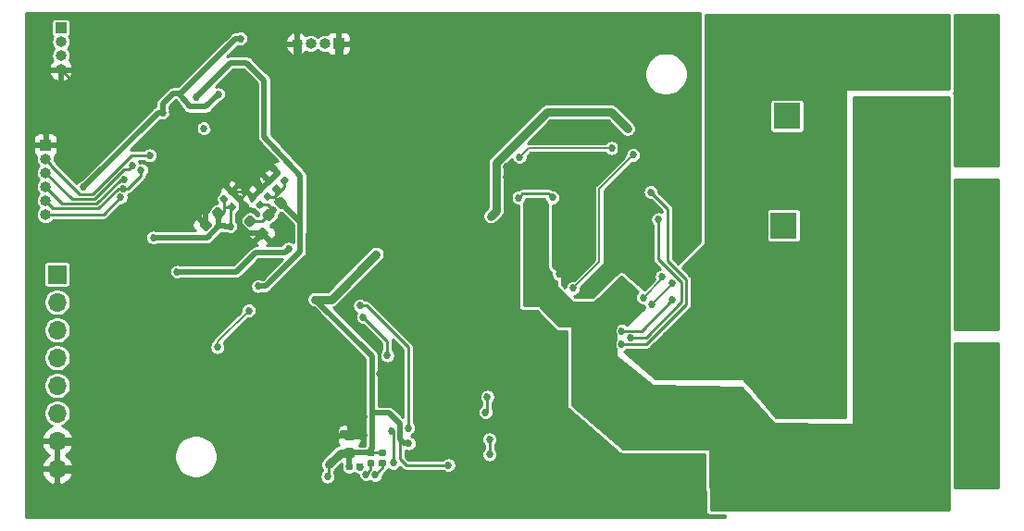
<source format=gbl>
%TF.GenerationSoftware,KiCad,Pcbnew,5.1.5-52549c5~84~ubuntu19.10.1*%
%TF.CreationDate,2019-12-19T07:38:22-05:00*%
%TF.ProjectId,bldc-controller,626c6463-2d63-46f6-9e74-726f6c6c6572,rev?*%
%TF.SameCoordinates,Original*%
%TF.FileFunction,Copper,L2,Bot*%
%TF.FilePolarity,Positive*%
%FSLAX46Y46*%
G04 Gerber Fmt 4.6, Leading zero omitted, Abs format (unit mm)*
G04 Created by KiCad (PCBNEW 5.1.5-52549c5~84~ubuntu19.10.1) date 2019-12-19 07:38:22*
%MOMM*%
%LPD*%
G04 APERTURE LIST*
%ADD10O,1.000000X1.000000*%
%ADD11R,1.000000X1.000000*%
%ADD12C,2.400000*%
%ADD13R,2.400000X2.400000*%
%ADD14C,0.100000*%
%ADD15O,1.700000X1.700000*%
%ADD16R,1.700000X1.700000*%
%ADD17C,0.685800*%
%ADD18C,0.254000*%
%ADD19C,0.508000*%
%ADD20C,0.762000*%
%ADD21C,0.152400*%
G04 APERTURE END LIST*
D10*
X19250000Y-121850000D03*
X19250000Y-120580000D03*
X19250000Y-119310000D03*
X19250000Y-118040000D03*
X19250000Y-116770000D03*
D11*
X19250000Y-115500000D03*
D12*
X86750000Y-127860000D03*
D13*
X86750000Y-122860000D03*
%TA.AperFunction,SMDPad,CuDef*%
D14*
G36*
X40761771Y-120239580D02*
G01*
X40783006Y-120242730D01*
X40803830Y-120247946D01*
X40824042Y-120255178D01*
X40843448Y-120264357D01*
X40861861Y-120275393D01*
X40879104Y-120288181D01*
X40895010Y-120302597D01*
X41257403Y-120664990D01*
X41271819Y-120680896D01*
X41284607Y-120698139D01*
X41295643Y-120716552D01*
X41304822Y-120735958D01*
X41312054Y-120756170D01*
X41317270Y-120776994D01*
X41320420Y-120798229D01*
X41321473Y-120819670D01*
X41320420Y-120841111D01*
X41317270Y-120862346D01*
X41312054Y-120883170D01*
X41304822Y-120903382D01*
X41295643Y-120922788D01*
X41284607Y-120941201D01*
X41271819Y-120958444D01*
X41257403Y-120974350D01*
X40948044Y-121283709D01*
X40932138Y-121298125D01*
X40914895Y-121310913D01*
X40896482Y-121321949D01*
X40877076Y-121331128D01*
X40856864Y-121338360D01*
X40836040Y-121343576D01*
X40814805Y-121346726D01*
X40793364Y-121347779D01*
X40771923Y-121346726D01*
X40750688Y-121343576D01*
X40729864Y-121338360D01*
X40709652Y-121331128D01*
X40690246Y-121321949D01*
X40671833Y-121310913D01*
X40654590Y-121298125D01*
X40638684Y-121283709D01*
X40276291Y-120921316D01*
X40261875Y-120905410D01*
X40249087Y-120888167D01*
X40238051Y-120869754D01*
X40228872Y-120850348D01*
X40221640Y-120830136D01*
X40216424Y-120809312D01*
X40213274Y-120788077D01*
X40212221Y-120766636D01*
X40213274Y-120745195D01*
X40216424Y-120723960D01*
X40221640Y-120703136D01*
X40228872Y-120682924D01*
X40238051Y-120663518D01*
X40249087Y-120645105D01*
X40261875Y-120627862D01*
X40276291Y-120611956D01*
X40585650Y-120302597D01*
X40601556Y-120288181D01*
X40618799Y-120275393D01*
X40637212Y-120264357D01*
X40656618Y-120255178D01*
X40676830Y-120247946D01*
X40697654Y-120242730D01*
X40718889Y-120239580D01*
X40740330Y-120238527D01*
X40761771Y-120239580D01*
G37*
%TD.AperFunction*%
%TA.AperFunction,SMDPad,CuDef*%
G36*
X39648077Y-121353274D02*
G01*
X39669312Y-121356424D01*
X39690136Y-121361640D01*
X39710348Y-121368872D01*
X39729754Y-121378051D01*
X39748167Y-121389087D01*
X39765410Y-121401875D01*
X39781316Y-121416291D01*
X40143709Y-121778684D01*
X40158125Y-121794590D01*
X40170913Y-121811833D01*
X40181949Y-121830246D01*
X40191128Y-121849652D01*
X40198360Y-121869864D01*
X40203576Y-121890688D01*
X40206726Y-121911923D01*
X40207779Y-121933364D01*
X40206726Y-121954805D01*
X40203576Y-121976040D01*
X40198360Y-121996864D01*
X40191128Y-122017076D01*
X40181949Y-122036482D01*
X40170913Y-122054895D01*
X40158125Y-122072138D01*
X40143709Y-122088044D01*
X39834350Y-122397403D01*
X39818444Y-122411819D01*
X39801201Y-122424607D01*
X39782788Y-122435643D01*
X39763382Y-122444822D01*
X39743170Y-122452054D01*
X39722346Y-122457270D01*
X39701111Y-122460420D01*
X39679670Y-122461473D01*
X39658229Y-122460420D01*
X39636994Y-122457270D01*
X39616170Y-122452054D01*
X39595958Y-122444822D01*
X39576552Y-122435643D01*
X39558139Y-122424607D01*
X39540896Y-122411819D01*
X39524990Y-122397403D01*
X39162597Y-122035010D01*
X39148181Y-122019104D01*
X39135393Y-122001861D01*
X39124357Y-121983448D01*
X39115178Y-121964042D01*
X39107946Y-121943830D01*
X39102730Y-121923006D01*
X39099580Y-121901771D01*
X39098527Y-121880330D01*
X39099580Y-121858889D01*
X39102730Y-121837654D01*
X39107946Y-121816830D01*
X39115178Y-121796618D01*
X39124357Y-121777212D01*
X39135393Y-121758799D01*
X39148181Y-121741556D01*
X39162597Y-121725650D01*
X39471956Y-121416291D01*
X39487862Y-121401875D01*
X39505105Y-121389087D01*
X39523518Y-121378051D01*
X39542924Y-121368872D01*
X39563136Y-121361640D01*
X39583960Y-121356424D01*
X39605195Y-121353274D01*
X39626636Y-121352221D01*
X39648077Y-121353274D01*
G37*
%TD.AperFunction*%
%TA.AperFunction,SMDPad,CuDef*%
G36*
X50246958Y-143370710D02*
G01*
X50261276Y-143372834D01*
X50275317Y-143376351D01*
X50288946Y-143381228D01*
X50302031Y-143387417D01*
X50314447Y-143394858D01*
X50326073Y-143403481D01*
X50336798Y-143413202D01*
X50346519Y-143423927D01*
X50355142Y-143435553D01*
X50362583Y-143447969D01*
X50368772Y-143461054D01*
X50373649Y-143474683D01*
X50377166Y-143488724D01*
X50379290Y-143503042D01*
X50380000Y-143517500D01*
X50380000Y-143812500D01*
X50379290Y-143826958D01*
X50377166Y-143841276D01*
X50373649Y-143855317D01*
X50368772Y-143868946D01*
X50362583Y-143882031D01*
X50355142Y-143894447D01*
X50346519Y-143906073D01*
X50336798Y-143916798D01*
X50326073Y-143926519D01*
X50314447Y-143935142D01*
X50302031Y-143942583D01*
X50288946Y-143948772D01*
X50275317Y-143953649D01*
X50261276Y-143957166D01*
X50246958Y-143959290D01*
X50232500Y-143960000D01*
X49887500Y-143960000D01*
X49873042Y-143959290D01*
X49858724Y-143957166D01*
X49844683Y-143953649D01*
X49831054Y-143948772D01*
X49817969Y-143942583D01*
X49805553Y-143935142D01*
X49793927Y-143926519D01*
X49783202Y-143916798D01*
X49773481Y-143906073D01*
X49764858Y-143894447D01*
X49757417Y-143882031D01*
X49751228Y-143868946D01*
X49746351Y-143855317D01*
X49742834Y-143841276D01*
X49740710Y-143826958D01*
X49740000Y-143812500D01*
X49740000Y-143517500D01*
X49740710Y-143503042D01*
X49742834Y-143488724D01*
X49746351Y-143474683D01*
X49751228Y-143461054D01*
X49757417Y-143447969D01*
X49764858Y-143435553D01*
X49773481Y-143423927D01*
X49783202Y-143413202D01*
X49793927Y-143403481D01*
X49805553Y-143394858D01*
X49817969Y-143387417D01*
X49831054Y-143381228D01*
X49844683Y-143376351D01*
X49858724Y-143372834D01*
X49873042Y-143370710D01*
X49887500Y-143370000D01*
X50232500Y-143370000D01*
X50246958Y-143370710D01*
G37*
%TD.AperFunction*%
%TA.AperFunction,SMDPad,CuDef*%
G36*
X50246958Y-144340710D02*
G01*
X50261276Y-144342834D01*
X50275317Y-144346351D01*
X50288946Y-144351228D01*
X50302031Y-144357417D01*
X50314447Y-144364858D01*
X50326073Y-144373481D01*
X50336798Y-144383202D01*
X50346519Y-144393927D01*
X50355142Y-144405553D01*
X50362583Y-144417969D01*
X50368772Y-144431054D01*
X50373649Y-144444683D01*
X50377166Y-144458724D01*
X50379290Y-144473042D01*
X50380000Y-144487500D01*
X50380000Y-144782500D01*
X50379290Y-144796958D01*
X50377166Y-144811276D01*
X50373649Y-144825317D01*
X50368772Y-144838946D01*
X50362583Y-144852031D01*
X50355142Y-144864447D01*
X50346519Y-144876073D01*
X50336798Y-144886798D01*
X50326073Y-144896519D01*
X50314447Y-144905142D01*
X50302031Y-144912583D01*
X50288946Y-144918772D01*
X50275317Y-144923649D01*
X50261276Y-144927166D01*
X50246958Y-144929290D01*
X50232500Y-144930000D01*
X49887500Y-144930000D01*
X49873042Y-144929290D01*
X49858724Y-144927166D01*
X49844683Y-144923649D01*
X49831054Y-144918772D01*
X49817969Y-144912583D01*
X49805553Y-144905142D01*
X49793927Y-144896519D01*
X49783202Y-144886798D01*
X49773481Y-144876073D01*
X49764858Y-144864447D01*
X49757417Y-144852031D01*
X49751228Y-144838946D01*
X49746351Y-144825317D01*
X49742834Y-144811276D01*
X49740710Y-144796958D01*
X49740000Y-144782500D01*
X49740000Y-144487500D01*
X49740710Y-144473042D01*
X49742834Y-144458724D01*
X49746351Y-144444683D01*
X49751228Y-144431054D01*
X49757417Y-144417969D01*
X49764858Y-144405553D01*
X49773481Y-144393927D01*
X49783202Y-144383202D01*
X49793927Y-144373481D01*
X49805553Y-144364858D01*
X49817969Y-144357417D01*
X49831054Y-144351228D01*
X49844683Y-144346351D01*
X49858724Y-144342834D01*
X49873042Y-144340710D01*
X49887500Y-144340000D01*
X50232500Y-144340000D01*
X50246958Y-144340710D01*
G37*
%TD.AperFunction*%
%TA.AperFunction,SMDPad,CuDef*%
G36*
X49186958Y-143370710D02*
G01*
X49201276Y-143372834D01*
X49215317Y-143376351D01*
X49228946Y-143381228D01*
X49242031Y-143387417D01*
X49254447Y-143394858D01*
X49266073Y-143403481D01*
X49276798Y-143413202D01*
X49286519Y-143423927D01*
X49295142Y-143435553D01*
X49302583Y-143447969D01*
X49308772Y-143461054D01*
X49313649Y-143474683D01*
X49317166Y-143488724D01*
X49319290Y-143503042D01*
X49320000Y-143517500D01*
X49320000Y-143812500D01*
X49319290Y-143826958D01*
X49317166Y-143841276D01*
X49313649Y-143855317D01*
X49308772Y-143868946D01*
X49302583Y-143882031D01*
X49295142Y-143894447D01*
X49286519Y-143906073D01*
X49276798Y-143916798D01*
X49266073Y-143926519D01*
X49254447Y-143935142D01*
X49242031Y-143942583D01*
X49228946Y-143948772D01*
X49215317Y-143953649D01*
X49201276Y-143957166D01*
X49186958Y-143959290D01*
X49172500Y-143960000D01*
X48827500Y-143960000D01*
X48813042Y-143959290D01*
X48798724Y-143957166D01*
X48784683Y-143953649D01*
X48771054Y-143948772D01*
X48757969Y-143942583D01*
X48745553Y-143935142D01*
X48733927Y-143926519D01*
X48723202Y-143916798D01*
X48713481Y-143906073D01*
X48704858Y-143894447D01*
X48697417Y-143882031D01*
X48691228Y-143868946D01*
X48686351Y-143855317D01*
X48682834Y-143841276D01*
X48680710Y-143826958D01*
X48680000Y-143812500D01*
X48680000Y-143517500D01*
X48680710Y-143503042D01*
X48682834Y-143488724D01*
X48686351Y-143474683D01*
X48691228Y-143461054D01*
X48697417Y-143447969D01*
X48704858Y-143435553D01*
X48713481Y-143423927D01*
X48723202Y-143413202D01*
X48733927Y-143403481D01*
X48745553Y-143394858D01*
X48757969Y-143387417D01*
X48771054Y-143381228D01*
X48784683Y-143376351D01*
X48798724Y-143372834D01*
X48813042Y-143370710D01*
X48827500Y-143370000D01*
X49172500Y-143370000D01*
X49186958Y-143370710D01*
G37*
%TD.AperFunction*%
%TA.AperFunction,SMDPad,CuDef*%
G36*
X49186958Y-144340710D02*
G01*
X49201276Y-144342834D01*
X49215317Y-144346351D01*
X49228946Y-144351228D01*
X49242031Y-144357417D01*
X49254447Y-144364858D01*
X49266073Y-144373481D01*
X49276798Y-144383202D01*
X49286519Y-144393927D01*
X49295142Y-144405553D01*
X49302583Y-144417969D01*
X49308772Y-144431054D01*
X49313649Y-144444683D01*
X49317166Y-144458724D01*
X49319290Y-144473042D01*
X49320000Y-144487500D01*
X49320000Y-144782500D01*
X49319290Y-144796958D01*
X49317166Y-144811276D01*
X49313649Y-144825317D01*
X49308772Y-144838946D01*
X49302583Y-144852031D01*
X49295142Y-144864447D01*
X49286519Y-144876073D01*
X49276798Y-144886798D01*
X49266073Y-144896519D01*
X49254447Y-144905142D01*
X49242031Y-144912583D01*
X49228946Y-144918772D01*
X49215317Y-144923649D01*
X49201276Y-144927166D01*
X49186958Y-144929290D01*
X49172500Y-144930000D01*
X48827500Y-144930000D01*
X48813042Y-144929290D01*
X48798724Y-144927166D01*
X48784683Y-144923649D01*
X48771054Y-144918772D01*
X48757969Y-144912583D01*
X48745553Y-144905142D01*
X48733927Y-144896519D01*
X48723202Y-144886798D01*
X48713481Y-144876073D01*
X48704858Y-144864447D01*
X48697417Y-144852031D01*
X48691228Y-144838946D01*
X48686351Y-144825317D01*
X48682834Y-144811276D01*
X48680710Y-144796958D01*
X48680000Y-144782500D01*
X48680000Y-144487500D01*
X48680710Y-144473042D01*
X48682834Y-144458724D01*
X48686351Y-144444683D01*
X48691228Y-144431054D01*
X48697417Y-144417969D01*
X48704858Y-144405553D01*
X48713481Y-144393927D01*
X48723202Y-144383202D01*
X48733927Y-144373481D01*
X48745553Y-144364858D01*
X48757969Y-144357417D01*
X48771054Y-144351228D01*
X48784683Y-144346351D01*
X48798724Y-144342834D01*
X48813042Y-144340710D01*
X48827500Y-144340000D01*
X49172500Y-144340000D01*
X49186958Y-144340710D01*
G37*
%TD.AperFunction*%
%TA.AperFunction,SMDPad,CuDef*%
G36*
X47186958Y-144630710D02*
G01*
X47201276Y-144632834D01*
X47215317Y-144636351D01*
X47228946Y-144641228D01*
X47242031Y-144647417D01*
X47254447Y-144654858D01*
X47266073Y-144663481D01*
X47276798Y-144673202D01*
X47286519Y-144683927D01*
X47295142Y-144695553D01*
X47302583Y-144707969D01*
X47308772Y-144721054D01*
X47313649Y-144734683D01*
X47317166Y-144748724D01*
X47319290Y-144763042D01*
X47320000Y-144777500D01*
X47320000Y-145122500D01*
X47319290Y-145136958D01*
X47317166Y-145151276D01*
X47313649Y-145165317D01*
X47308772Y-145178946D01*
X47302583Y-145192031D01*
X47295142Y-145204447D01*
X47286519Y-145216073D01*
X47276798Y-145226798D01*
X47266073Y-145236519D01*
X47254447Y-145245142D01*
X47242031Y-145252583D01*
X47228946Y-145258772D01*
X47215317Y-145263649D01*
X47201276Y-145267166D01*
X47186958Y-145269290D01*
X47172500Y-145270000D01*
X46877500Y-145270000D01*
X46863042Y-145269290D01*
X46848724Y-145267166D01*
X46834683Y-145263649D01*
X46821054Y-145258772D01*
X46807969Y-145252583D01*
X46795553Y-145245142D01*
X46783927Y-145236519D01*
X46773202Y-145226798D01*
X46763481Y-145216073D01*
X46754858Y-145204447D01*
X46747417Y-145192031D01*
X46741228Y-145178946D01*
X46736351Y-145165317D01*
X46732834Y-145151276D01*
X46730710Y-145136958D01*
X46730000Y-145122500D01*
X46730000Y-144777500D01*
X46730710Y-144763042D01*
X46732834Y-144748724D01*
X46736351Y-144734683D01*
X46741228Y-144721054D01*
X46747417Y-144707969D01*
X46754858Y-144695553D01*
X46763481Y-144683927D01*
X46773202Y-144673202D01*
X46783927Y-144663481D01*
X46795553Y-144654858D01*
X46807969Y-144647417D01*
X46821054Y-144641228D01*
X46834683Y-144636351D01*
X46848724Y-144632834D01*
X46863042Y-144630710D01*
X46877500Y-144630000D01*
X47172500Y-144630000D01*
X47186958Y-144630710D01*
G37*
%TD.AperFunction*%
%TA.AperFunction,SMDPad,CuDef*%
G36*
X48156958Y-144630710D02*
G01*
X48171276Y-144632834D01*
X48185317Y-144636351D01*
X48198946Y-144641228D01*
X48212031Y-144647417D01*
X48224447Y-144654858D01*
X48236073Y-144663481D01*
X48246798Y-144673202D01*
X48256519Y-144683927D01*
X48265142Y-144695553D01*
X48272583Y-144707969D01*
X48278772Y-144721054D01*
X48283649Y-144734683D01*
X48287166Y-144748724D01*
X48289290Y-144763042D01*
X48290000Y-144777500D01*
X48290000Y-145122500D01*
X48289290Y-145136958D01*
X48287166Y-145151276D01*
X48283649Y-145165317D01*
X48278772Y-145178946D01*
X48272583Y-145192031D01*
X48265142Y-145204447D01*
X48256519Y-145216073D01*
X48246798Y-145226798D01*
X48236073Y-145236519D01*
X48224447Y-145245142D01*
X48212031Y-145252583D01*
X48198946Y-145258772D01*
X48185317Y-145263649D01*
X48171276Y-145267166D01*
X48156958Y-145269290D01*
X48142500Y-145270000D01*
X47847500Y-145270000D01*
X47833042Y-145269290D01*
X47818724Y-145267166D01*
X47804683Y-145263649D01*
X47791054Y-145258772D01*
X47777969Y-145252583D01*
X47765553Y-145245142D01*
X47753927Y-145236519D01*
X47743202Y-145226798D01*
X47733481Y-145216073D01*
X47724858Y-145204447D01*
X47717417Y-145192031D01*
X47711228Y-145178946D01*
X47706351Y-145165317D01*
X47702834Y-145151276D01*
X47700710Y-145136958D01*
X47700000Y-145122500D01*
X47700000Y-144777500D01*
X47700710Y-144763042D01*
X47702834Y-144748724D01*
X47706351Y-144734683D01*
X47711228Y-144721054D01*
X47717417Y-144707969D01*
X47724858Y-144695553D01*
X47733481Y-144683927D01*
X47743202Y-144673202D01*
X47753927Y-144663481D01*
X47765553Y-144654858D01*
X47777969Y-144647417D01*
X47791054Y-144641228D01*
X47804683Y-144636351D01*
X47818724Y-144632834D01*
X47833042Y-144630710D01*
X47847500Y-144630000D01*
X48142500Y-144630000D01*
X48156958Y-144630710D01*
G37*
%TD.AperFunction*%
D10*
X42240000Y-106210000D03*
X43510000Y-106210000D03*
X44780000Y-106210000D03*
D11*
X46050000Y-106210000D03*
D10*
X20660000Y-108590000D03*
X20660000Y-107320000D03*
X20660000Y-106050000D03*
D11*
X20660000Y-104780000D03*
D15*
X20320000Y-145130000D03*
X20320000Y-142590000D03*
X20320000Y-140050000D03*
X20320000Y-137510000D03*
X20320000Y-134970000D03*
X20320000Y-132430000D03*
X20320000Y-129890000D03*
D16*
X20320000Y-127350000D03*
%TA.AperFunction,SMDPad,CuDef*%
D14*
G36*
X39699189Y-118433989D02*
G01*
X39713507Y-118436113D01*
X39727548Y-118439630D01*
X39741177Y-118444507D01*
X39754262Y-118450696D01*
X39766678Y-118458137D01*
X39778304Y-118466760D01*
X39789029Y-118476481D01*
X39997625Y-118685077D01*
X40007346Y-118695802D01*
X40015969Y-118707428D01*
X40023410Y-118719844D01*
X40029599Y-118732929D01*
X40034476Y-118746558D01*
X40037993Y-118760599D01*
X40040117Y-118774917D01*
X40040827Y-118789375D01*
X40040117Y-118803833D01*
X40037993Y-118818151D01*
X40034476Y-118832192D01*
X40029599Y-118845821D01*
X40023410Y-118858906D01*
X40015969Y-118871322D01*
X40007346Y-118882948D01*
X39997625Y-118893673D01*
X39753673Y-119137625D01*
X39742948Y-119147346D01*
X39731322Y-119155969D01*
X39718906Y-119163410D01*
X39705821Y-119169599D01*
X39692192Y-119174476D01*
X39678151Y-119177993D01*
X39663833Y-119180117D01*
X39649375Y-119180827D01*
X39634917Y-119180117D01*
X39620599Y-119177993D01*
X39606558Y-119174476D01*
X39592929Y-119169599D01*
X39579844Y-119163410D01*
X39567428Y-119155969D01*
X39555802Y-119147346D01*
X39545077Y-119137625D01*
X39336481Y-118929029D01*
X39326760Y-118918304D01*
X39318137Y-118906678D01*
X39310696Y-118894262D01*
X39304507Y-118881177D01*
X39299630Y-118867548D01*
X39296113Y-118853507D01*
X39293989Y-118839189D01*
X39293279Y-118824731D01*
X39293989Y-118810273D01*
X39296113Y-118795955D01*
X39299630Y-118781914D01*
X39304507Y-118768285D01*
X39310696Y-118755200D01*
X39318137Y-118742784D01*
X39326760Y-118731158D01*
X39336481Y-118720433D01*
X39580433Y-118476481D01*
X39591158Y-118466760D01*
X39602784Y-118458137D01*
X39615200Y-118450696D01*
X39628285Y-118444507D01*
X39641914Y-118439630D01*
X39655955Y-118436113D01*
X39670273Y-118433989D01*
X39684731Y-118433279D01*
X39699189Y-118433989D01*
G37*
%TD.AperFunction*%
%TA.AperFunction,SMDPad,CuDef*%
G36*
X40385083Y-119119883D02*
G01*
X40399401Y-119122007D01*
X40413442Y-119125524D01*
X40427071Y-119130401D01*
X40440156Y-119136590D01*
X40452572Y-119144031D01*
X40464198Y-119152654D01*
X40474923Y-119162375D01*
X40683519Y-119370971D01*
X40693240Y-119381696D01*
X40701863Y-119393322D01*
X40709304Y-119405738D01*
X40715493Y-119418823D01*
X40720370Y-119432452D01*
X40723887Y-119446493D01*
X40726011Y-119460811D01*
X40726721Y-119475269D01*
X40726011Y-119489727D01*
X40723887Y-119504045D01*
X40720370Y-119518086D01*
X40715493Y-119531715D01*
X40709304Y-119544800D01*
X40701863Y-119557216D01*
X40693240Y-119568842D01*
X40683519Y-119579567D01*
X40439567Y-119823519D01*
X40428842Y-119833240D01*
X40417216Y-119841863D01*
X40404800Y-119849304D01*
X40391715Y-119855493D01*
X40378086Y-119860370D01*
X40364045Y-119863887D01*
X40349727Y-119866011D01*
X40335269Y-119866721D01*
X40320811Y-119866011D01*
X40306493Y-119863887D01*
X40292452Y-119860370D01*
X40278823Y-119855493D01*
X40265738Y-119849304D01*
X40253322Y-119841863D01*
X40241696Y-119833240D01*
X40230971Y-119823519D01*
X40022375Y-119614923D01*
X40012654Y-119604198D01*
X40004031Y-119592572D01*
X39996590Y-119580156D01*
X39990401Y-119567071D01*
X39985524Y-119553442D01*
X39982007Y-119539401D01*
X39979883Y-119525083D01*
X39979173Y-119510625D01*
X39979883Y-119496167D01*
X39982007Y-119481849D01*
X39985524Y-119467808D01*
X39990401Y-119454179D01*
X39996590Y-119441094D01*
X40004031Y-119428678D01*
X40012654Y-119417052D01*
X40022375Y-119406327D01*
X40266327Y-119162375D01*
X40277052Y-119152654D01*
X40288678Y-119144031D01*
X40301094Y-119136590D01*
X40314179Y-119130401D01*
X40327808Y-119125524D01*
X40341849Y-119122007D01*
X40356167Y-119119883D01*
X40370625Y-119119173D01*
X40385083Y-119119883D01*
G37*
%TD.AperFunction*%
%TA.AperFunction,SMDPad,CuDef*%
G36*
X40456242Y-117681042D02*
G01*
X40470560Y-117683166D01*
X40484601Y-117686683D01*
X40498230Y-117691560D01*
X40511315Y-117697749D01*
X40523731Y-117705190D01*
X40535357Y-117713813D01*
X40546082Y-117723534D01*
X40754678Y-117932130D01*
X40764399Y-117942855D01*
X40773022Y-117954481D01*
X40780463Y-117966897D01*
X40786652Y-117979982D01*
X40791529Y-117993611D01*
X40795046Y-118007652D01*
X40797170Y-118021970D01*
X40797880Y-118036428D01*
X40797170Y-118050886D01*
X40795046Y-118065204D01*
X40791529Y-118079245D01*
X40786652Y-118092874D01*
X40780463Y-118105959D01*
X40773022Y-118118375D01*
X40764399Y-118130001D01*
X40754678Y-118140726D01*
X40510726Y-118384678D01*
X40500001Y-118394399D01*
X40488375Y-118403022D01*
X40475959Y-118410463D01*
X40462874Y-118416652D01*
X40449245Y-118421529D01*
X40435204Y-118425046D01*
X40420886Y-118427170D01*
X40406428Y-118427880D01*
X40391970Y-118427170D01*
X40377652Y-118425046D01*
X40363611Y-118421529D01*
X40349982Y-118416652D01*
X40336897Y-118410463D01*
X40324481Y-118403022D01*
X40312855Y-118394399D01*
X40302130Y-118384678D01*
X40093534Y-118176082D01*
X40083813Y-118165357D01*
X40075190Y-118153731D01*
X40067749Y-118141315D01*
X40061560Y-118128230D01*
X40056683Y-118114601D01*
X40053166Y-118100560D01*
X40051042Y-118086242D01*
X40050332Y-118071784D01*
X40051042Y-118057326D01*
X40053166Y-118043008D01*
X40056683Y-118028967D01*
X40061560Y-118015338D01*
X40067749Y-118002253D01*
X40075190Y-117989837D01*
X40083813Y-117978211D01*
X40093534Y-117967486D01*
X40337486Y-117723534D01*
X40348211Y-117713813D01*
X40359837Y-117705190D01*
X40372253Y-117697749D01*
X40385338Y-117691560D01*
X40398967Y-117686683D01*
X40413008Y-117683166D01*
X40427326Y-117681042D01*
X40441784Y-117680332D01*
X40456242Y-117681042D01*
G37*
%TD.AperFunction*%
%TA.AperFunction,SMDPad,CuDef*%
G36*
X41142136Y-118366936D02*
G01*
X41156454Y-118369060D01*
X41170495Y-118372577D01*
X41184124Y-118377454D01*
X41197209Y-118383643D01*
X41209625Y-118391084D01*
X41221251Y-118399707D01*
X41231976Y-118409428D01*
X41440572Y-118618024D01*
X41450293Y-118628749D01*
X41458916Y-118640375D01*
X41466357Y-118652791D01*
X41472546Y-118665876D01*
X41477423Y-118679505D01*
X41480940Y-118693546D01*
X41483064Y-118707864D01*
X41483774Y-118722322D01*
X41483064Y-118736780D01*
X41480940Y-118751098D01*
X41477423Y-118765139D01*
X41472546Y-118778768D01*
X41466357Y-118791853D01*
X41458916Y-118804269D01*
X41450293Y-118815895D01*
X41440572Y-118826620D01*
X41196620Y-119070572D01*
X41185895Y-119080293D01*
X41174269Y-119088916D01*
X41161853Y-119096357D01*
X41148768Y-119102546D01*
X41135139Y-119107423D01*
X41121098Y-119110940D01*
X41106780Y-119113064D01*
X41092322Y-119113774D01*
X41077864Y-119113064D01*
X41063546Y-119110940D01*
X41049505Y-119107423D01*
X41035876Y-119102546D01*
X41022791Y-119096357D01*
X41010375Y-119088916D01*
X40998749Y-119080293D01*
X40988024Y-119070572D01*
X40779428Y-118861976D01*
X40769707Y-118851251D01*
X40761084Y-118839625D01*
X40753643Y-118827209D01*
X40747454Y-118814124D01*
X40742577Y-118800495D01*
X40739060Y-118786454D01*
X40736936Y-118772136D01*
X40736226Y-118757678D01*
X40736936Y-118743220D01*
X40739060Y-118728902D01*
X40742577Y-118714861D01*
X40747454Y-118701232D01*
X40753643Y-118688147D01*
X40761084Y-118675731D01*
X40769707Y-118664105D01*
X40779428Y-118653380D01*
X41023380Y-118409428D01*
X41034105Y-118399707D01*
X41045731Y-118391084D01*
X41058147Y-118383643D01*
X41071232Y-118377454D01*
X41084861Y-118372577D01*
X41098902Y-118369060D01*
X41113220Y-118366936D01*
X41127678Y-118366226D01*
X41142136Y-118366936D01*
G37*
%TD.AperFunction*%
%TA.AperFunction,SMDPad,CuDef*%
G36*
X38219189Y-119903989D02*
G01*
X38233507Y-119906113D01*
X38247548Y-119909630D01*
X38261177Y-119914507D01*
X38274262Y-119920696D01*
X38286678Y-119928137D01*
X38298304Y-119936760D01*
X38309029Y-119946481D01*
X38517625Y-120155077D01*
X38527346Y-120165802D01*
X38535969Y-120177428D01*
X38543410Y-120189844D01*
X38549599Y-120202929D01*
X38554476Y-120216558D01*
X38557993Y-120230599D01*
X38560117Y-120244917D01*
X38560827Y-120259375D01*
X38560117Y-120273833D01*
X38557993Y-120288151D01*
X38554476Y-120302192D01*
X38549599Y-120315821D01*
X38543410Y-120328906D01*
X38535969Y-120341322D01*
X38527346Y-120352948D01*
X38517625Y-120363673D01*
X38273673Y-120607625D01*
X38262948Y-120617346D01*
X38251322Y-120625969D01*
X38238906Y-120633410D01*
X38225821Y-120639599D01*
X38212192Y-120644476D01*
X38198151Y-120647993D01*
X38183833Y-120650117D01*
X38169375Y-120650827D01*
X38154917Y-120650117D01*
X38140599Y-120647993D01*
X38126558Y-120644476D01*
X38112929Y-120639599D01*
X38099844Y-120633410D01*
X38087428Y-120625969D01*
X38075802Y-120617346D01*
X38065077Y-120607625D01*
X37856481Y-120399029D01*
X37846760Y-120388304D01*
X37838137Y-120376678D01*
X37830696Y-120364262D01*
X37824507Y-120351177D01*
X37819630Y-120337548D01*
X37816113Y-120323507D01*
X37813989Y-120309189D01*
X37813279Y-120294731D01*
X37813989Y-120280273D01*
X37816113Y-120265955D01*
X37819630Y-120251914D01*
X37824507Y-120238285D01*
X37830696Y-120225200D01*
X37838137Y-120212784D01*
X37846760Y-120201158D01*
X37856481Y-120190433D01*
X38100433Y-119946481D01*
X38111158Y-119936760D01*
X38122784Y-119928137D01*
X38135200Y-119920696D01*
X38148285Y-119914507D01*
X38161914Y-119909630D01*
X38175955Y-119906113D01*
X38190273Y-119903989D01*
X38204731Y-119903279D01*
X38219189Y-119903989D01*
G37*
%TD.AperFunction*%
%TA.AperFunction,SMDPad,CuDef*%
G36*
X38905083Y-120589883D02*
G01*
X38919401Y-120592007D01*
X38933442Y-120595524D01*
X38947071Y-120600401D01*
X38960156Y-120606590D01*
X38972572Y-120614031D01*
X38984198Y-120622654D01*
X38994923Y-120632375D01*
X39203519Y-120840971D01*
X39213240Y-120851696D01*
X39221863Y-120863322D01*
X39229304Y-120875738D01*
X39235493Y-120888823D01*
X39240370Y-120902452D01*
X39243887Y-120916493D01*
X39246011Y-120930811D01*
X39246721Y-120945269D01*
X39246011Y-120959727D01*
X39243887Y-120974045D01*
X39240370Y-120988086D01*
X39235493Y-121001715D01*
X39229304Y-121014800D01*
X39221863Y-121027216D01*
X39213240Y-121038842D01*
X39203519Y-121049567D01*
X38959567Y-121293519D01*
X38948842Y-121303240D01*
X38937216Y-121311863D01*
X38924800Y-121319304D01*
X38911715Y-121325493D01*
X38898086Y-121330370D01*
X38884045Y-121333887D01*
X38869727Y-121336011D01*
X38855269Y-121336721D01*
X38840811Y-121336011D01*
X38826493Y-121333887D01*
X38812452Y-121330370D01*
X38798823Y-121325493D01*
X38785738Y-121319304D01*
X38773322Y-121311863D01*
X38761696Y-121303240D01*
X38750971Y-121293519D01*
X38542375Y-121084923D01*
X38532654Y-121074198D01*
X38524031Y-121062572D01*
X38516590Y-121050156D01*
X38510401Y-121037071D01*
X38505524Y-121023442D01*
X38502007Y-121009401D01*
X38499883Y-120995083D01*
X38499173Y-120980625D01*
X38499883Y-120966167D01*
X38502007Y-120951849D01*
X38505524Y-120937808D01*
X38510401Y-120924179D01*
X38516590Y-120911094D01*
X38524031Y-120898678D01*
X38532654Y-120887052D01*
X38542375Y-120876327D01*
X38786327Y-120632375D01*
X38797052Y-120622654D01*
X38808678Y-120614031D01*
X38821094Y-120606590D01*
X38834179Y-120600401D01*
X38847808Y-120595524D01*
X38861849Y-120592007D01*
X38876167Y-120589883D01*
X38890625Y-120589173D01*
X38905083Y-120589883D01*
G37*
%TD.AperFunction*%
%TA.AperFunction,SMDPad,CuDef*%
G36*
X38929189Y-119163989D02*
G01*
X38943507Y-119166113D01*
X38957548Y-119169630D01*
X38971177Y-119174507D01*
X38984262Y-119180696D01*
X38996678Y-119188137D01*
X39008304Y-119196760D01*
X39019029Y-119206481D01*
X39227625Y-119415077D01*
X39237346Y-119425802D01*
X39245969Y-119437428D01*
X39253410Y-119449844D01*
X39259599Y-119462929D01*
X39264476Y-119476558D01*
X39267993Y-119490599D01*
X39270117Y-119504917D01*
X39270827Y-119519375D01*
X39270117Y-119533833D01*
X39267993Y-119548151D01*
X39264476Y-119562192D01*
X39259599Y-119575821D01*
X39253410Y-119588906D01*
X39245969Y-119601322D01*
X39237346Y-119612948D01*
X39227625Y-119623673D01*
X38983673Y-119867625D01*
X38972948Y-119877346D01*
X38961322Y-119885969D01*
X38948906Y-119893410D01*
X38935821Y-119899599D01*
X38922192Y-119904476D01*
X38908151Y-119907993D01*
X38893833Y-119910117D01*
X38879375Y-119910827D01*
X38864917Y-119910117D01*
X38850599Y-119907993D01*
X38836558Y-119904476D01*
X38822929Y-119899599D01*
X38809844Y-119893410D01*
X38797428Y-119885969D01*
X38785802Y-119877346D01*
X38775077Y-119867625D01*
X38566481Y-119659029D01*
X38556760Y-119648304D01*
X38548137Y-119636678D01*
X38540696Y-119624262D01*
X38534507Y-119611177D01*
X38529630Y-119597548D01*
X38526113Y-119583507D01*
X38523989Y-119569189D01*
X38523279Y-119554731D01*
X38523989Y-119540273D01*
X38526113Y-119525955D01*
X38529630Y-119511914D01*
X38534507Y-119498285D01*
X38540696Y-119485200D01*
X38548137Y-119472784D01*
X38556760Y-119461158D01*
X38566481Y-119450433D01*
X38810433Y-119206481D01*
X38821158Y-119196760D01*
X38832784Y-119188137D01*
X38845200Y-119180696D01*
X38858285Y-119174507D01*
X38871914Y-119169630D01*
X38885955Y-119166113D01*
X38900273Y-119163989D01*
X38914731Y-119163279D01*
X38929189Y-119163989D01*
G37*
%TD.AperFunction*%
%TA.AperFunction,SMDPad,CuDef*%
G36*
X39615083Y-119849883D02*
G01*
X39629401Y-119852007D01*
X39643442Y-119855524D01*
X39657071Y-119860401D01*
X39670156Y-119866590D01*
X39682572Y-119874031D01*
X39694198Y-119882654D01*
X39704923Y-119892375D01*
X39913519Y-120100971D01*
X39923240Y-120111696D01*
X39931863Y-120123322D01*
X39939304Y-120135738D01*
X39945493Y-120148823D01*
X39950370Y-120162452D01*
X39953887Y-120176493D01*
X39956011Y-120190811D01*
X39956721Y-120205269D01*
X39956011Y-120219727D01*
X39953887Y-120234045D01*
X39950370Y-120248086D01*
X39945493Y-120261715D01*
X39939304Y-120274800D01*
X39931863Y-120287216D01*
X39923240Y-120298842D01*
X39913519Y-120309567D01*
X39669567Y-120553519D01*
X39658842Y-120563240D01*
X39647216Y-120571863D01*
X39634800Y-120579304D01*
X39621715Y-120585493D01*
X39608086Y-120590370D01*
X39594045Y-120593887D01*
X39579727Y-120596011D01*
X39565269Y-120596721D01*
X39550811Y-120596011D01*
X39536493Y-120593887D01*
X39522452Y-120590370D01*
X39508823Y-120585493D01*
X39495738Y-120579304D01*
X39483322Y-120571863D01*
X39471696Y-120563240D01*
X39460971Y-120553519D01*
X39252375Y-120344923D01*
X39242654Y-120334198D01*
X39234031Y-120322572D01*
X39226590Y-120310156D01*
X39220401Y-120297071D01*
X39215524Y-120283442D01*
X39212007Y-120269401D01*
X39209883Y-120255083D01*
X39209173Y-120240625D01*
X39209883Y-120226167D01*
X39212007Y-120211849D01*
X39215524Y-120197808D01*
X39220401Y-120184179D01*
X39226590Y-120171094D01*
X39234031Y-120158678D01*
X39242654Y-120147052D01*
X39252375Y-120136327D01*
X39496327Y-119892375D01*
X39507052Y-119882654D01*
X39518678Y-119874031D01*
X39531094Y-119866590D01*
X39544179Y-119860401D01*
X39557808Y-119855524D01*
X39571849Y-119852007D01*
X39586167Y-119849883D01*
X39600625Y-119849173D01*
X39615083Y-119849883D01*
G37*
%TD.AperFunction*%
%TA.AperFunction,SMDPad,CuDef*%
G36*
X39111652Y-123030121D02*
G01*
X39132887Y-123033271D01*
X39153711Y-123038487D01*
X39173923Y-123045719D01*
X39193329Y-123054898D01*
X39211742Y-123065934D01*
X39228985Y-123078722D01*
X39244891Y-123093138D01*
X39554250Y-123402497D01*
X39568666Y-123418403D01*
X39581454Y-123435646D01*
X39592490Y-123454059D01*
X39601669Y-123473465D01*
X39608901Y-123493677D01*
X39614117Y-123514501D01*
X39617267Y-123535736D01*
X39618320Y-123557177D01*
X39617267Y-123578618D01*
X39614117Y-123599853D01*
X39608901Y-123620677D01*
X39601669Y-123640889D01*
X39592490Y-123660295D01*
X39581454Y-123678708D01*
X39568666Y-123695951D01*
X39554250Y-123711857D01*
X39191857Y-124074250D01*
X39175951Y-124088666D01*
X39158708Y-124101454D01*
X39140295Y-124112490D01*
X39120889Y-124121669D01*
X39100677Y-124128901D01*
X39079853Y-124134117D01*
X39058618Y-124137267D01*
X39037177Y-124138320D01*
X39015736Y-124137267D01*
X38994501Y-124134117D01*
X38973677Y-124128901D01*
X38953465Y-124121669D01*
X38934059Y-124112490D01*
X38915646Y-124101454D01*
X38898403Y-124088666D01*
X38882497Y-124074250D01*
X38573138Y-123764891D01*
X38558722Y-123748985D01*
X38545934Y-123731742D01*
X38534898Y-123713329D01*
X38525719Y-123693923D01*
X38518487Y-123673711D01*
X38513271Y-123652887D01*
X38510121Y-123631652D01*
X38509068Y-123610211D01*
X38510121Y-123588770D01*
X38513271Y-123567535D01*
X38518487Y-123546711D01*
X38525719Y-123526499D01*
X38534898Y-123507093D01*
X38545934Y-123488680D01*
X38558722Y-123471437D01*
X38573138Y-123455531D01*
X38935531Y-123093138D01*
X38951437Y-123078722D01*
X38968680Y-123065934D01*
X38987093Y-123054898D01*
X39006499Y-123045719D01*
X39026711Y-123038487D01*
X39047535Y-123033271D01*
X39068770Y-123030121D01*
X39090211Y-123029068D01*
X39111652Y-123030121D01*
G37*
%TD.AperFunction*%
%TA.AperFunction,SMDPad,CuDef*%
G36*
X37997958Y-121916427D02*
G01*
X38019193Y-121919577D01*
X38040017Y-121924793D01*
X38060229Y-121932025D01*
X38079635Y-121941204D01*
X38098048Y-121952240D01*
X38115291Y-121965028D01*
X38131197Y-121979444D01*
X38440556Y-122288803D01*
X38454972Y-122304709D01*
X38467760Y-122321952D01*
X38478796Y-122340365D01*
X38487975Y-122359771D01*
X38495207Y-122379983D01*
X38500423Y-122400807D01*
X38503573Y-122422042D01*
X38504626Y-122443483D01*
X38503573Y-122464924D01*
X38500423Y-122486159D01*
X38495207Y-122506983D01*
X38487975Y-122527195D01*
X38478796Y-122546601D01*
X38467760Y-122565014D01*
X38454972Y-122582257D01*
X38440556Y-122598163D01*
X38078163Y-122960556D01*
X38062257Y-122974972D01*
X38045014Y-122987760D01*
X38026601Y-122998796D01*
X38007195Y-123007975D01*
X37986983Y-123015207D01*
X37966159Y-123020423D01*
X37944924Y-123023573D01*
X37923483Y-123024626D01*
X37902042Y-123023573D01*
X37880807Y-123020423D01*
X37859983Y-123015207D01*
X37839771Y-123007975D01*
X37820365Y-122998796D01*
X37801952Y-122987760D01*
X37784709Y-122974972D01*
X37768803Y-122960556D01*
X37459444Y-122651197D01*
X37445028Y-122635291D01*
X37432240Y-122618048D01*
X37421204Y-122599635D01*
X37412025Y-122580229D01*
X37404793Y-122560017D01*
X37399577Y-122539193D01*
X37396427Y-122517958D01*
X37395374Y-122496517D01*
X37396427Y-122475076D01*
X37399577Y-122453841D01*
X37404793Y-122433017D01*
X37412025Y-122412805D01*
X37421204Y-122393399D01*
X37432240Y-122374986D01*
X37445028Y-122357743D01*
X37459444Y-122341837D01*
X37821837Y-121979444D01*
X37837743Y-121965028D01*
X37854986Y-121952240D01*
X37873399Y-121941204D01*
X37892805Y-121932025D01*
X37913017Y-121924793D01*
X37933841Y-121919577D01*
X37955076Y-121916427D01*
X37976517Y-121915374D01*
X37997958Y-121916427D01*
G37*
%TD.AperFunction*%
%TA.AperFunction,SMDPad,CuDef*%
G36*
X33928077Y-122273274D02*
G01*
X33949312Y-122276424D01*
X33970136Y-122281640D01*
X33990348Y-122288872D01*
X34009754Y-122298051D01*
X34028167Y-122309087D01*
X34045410Y-122321875D01*
X34061316Y-122336291D01*
X34423709Y-122698684D01*
X34438125Y-122714590D01*
X34450913Y-122731833D01*
X34461949Y-122750246D01*
X34471128Y-122769652D01*
X34478360Y-122789864D01*
X34483576Y-122810688D01*
X34486726Y-122831923D01*
X34487779Y-122853364D01*
X34486726Y-122874805D01*
X34483576Y-122896040D01*
X34478360Y-122916864D01*
X34471128Y-122937076D01*
X34461949Y-122956482D01*
X34450913Y-122974895D01*
X34438125Y-122992138D01*
X34423709Y-123008044D01*
X34114350Y-123317403D01*
X34098444Y-123331819D01*
X34081201Y-123344607D01*
X34062788Y-123355643D01*
X34043382Y-123364822D01*
X34023170Y-123372054D01*
X34002346Y-123377270D01*
X33981111Y-123380420D01*
X33959670Y-123381473D01*
X33938229Y-123380420D01*
X33916994Y-123377270D01*
X33896170Y-123372054D01*
X33875958Y-123364822D01*
X33856552Y-123355643D01*
X33838139Y-123344607D01*
X33820896Y-123331819D01*
X33804990Y-123317403D01*
X33442597Y-122955010D01*
X33428181Y-122939104D01*
X33415393Y-122921861D01*
X33404357Y-122903448D01*
X33395178Y-122884042D01*
X33387946Y-122863830D01*
X33382730Y-122843006D01*
X33379580Y-122821771D01*
X33378527Y-122800330D01*
X33379580Y-122778889D01*
X33382730Y-122757654D01*
X33387946Y-122736830D01*
X33395178Y-122716618D01*
X33404357Y-122697212D01*
X33415393Y-122678799D01*
X33428181Y-122661556D01*
X33442597Y-122645650D01*
X33751956Y-122336291D01*
X33767862Y-122321875D01*
X33785105Y-122309087D01*
X33803518Y-122298051D01*
X33822924Y-122288872D01*
X33843136Y-122281640D01*
X33863960Y-122276424D01*
X33885195Y-122273274D01*
X33906636Y-122272221D01*
X33928077Y-122273274D01*
G37*
%TD.AperFunction*%
%TA.AperFunction,SMDPad,CuDef*%
G36*
X35041771Y-121159580D02*
G01*
X35063006Y-121162730D01*
X35083830Y-121167946D01*
X35104042Y-121175178D01*
X35123448Y-121184357D01*
X35141861Y-121195393D01*
X35159104Y-121208181D01*
X35175010Y-121222597D01*
X35537403Y-121584990D01*
X35551819Y-121600896D01*
X35564607Y-121618139D01*
X35575643Y-121636552D01*
X35584822Y-121655958D01*
X35592054Y-121676170D01*
X35597270Y-121696994D01*
X35600420Y-121718229D01*
X35601473Y-121739670D01*
X35600420Y-121761111D01*
X35597270Y-121782346D01*
X35592054Y-121803170D01*
X35584822Y-121823382D01*
X35575643Y-121842788D01*
X35564607Y-121861201D01*
X35551819Y-121878444D01*
X35537403Y-121894350D01*
X35228044Y-122203709D01*
X35212138Y-122218125D01*
X35194895Y-122230913D01*
X35176482Y-122241949D01*
X35157076Y-122251128D01*
X35136864Y-122258360D01*
X35116040Y-122263576D01*
X35094805Y-122266726D01*
X35073364Y-122267779D01*
X35051923Y-122266726D01*
X35030688Y-122263576D01*
X35009864Y-122258360D01*
X34989652Y-122251128D01*
X34970246Y-122241949D01*
X34951833Y-122230913D01*
X34934590Y-122218125D01*
X34918684Y-122203709D01*
X34556291Y-121841316D01*
X34541875Y-121825410D01*
X34529087Y-121808167D01*
X34518051Y-121789754D01*
X34508872Y-121770348D01*
X34501640Y-121750136D01*
X34496424Y-121729312D01*
X34493274Y-121708077D01*
X34492221Y-121686636D01*
X34493274Y-121665195D01*
X34496424Y-121643960D01*
X34501640Y-121623136D01*
X34508872Y-121602924D01*
X34518051Y-121583518D01*
X34529087Y-121565105D01*
X34541875Y-121547862D01*
X34556291Y-121531956D01*
X34865650Y-121222597D01*
X34881556Y-121208181D01*
X34898799Y-121195393D01*
X34917212Y-121184357D01*
X34936618Y-121175178D01*
X34956830Y-121167946D01*
X34977654Y-121162730D01*
X34998889Y-121159580D01*
X35020330Y-121158527D01*
X35041771Y-121159580D01*
G37*
%TD.AperFunction*%
%TA.AperFunction,SMDPad,CuDef*%
G36*
X36259727Y-119373989D02*
G01*
X36274045Y-119376113D01*
X36288086Y-119379630D01*
X36301715Y-119384507D01*
X36314800Y-119390696D01*
X36327216Y-119398137D01*
X36338842Y-119406760D01*
X36349567Y-119416481D01*
X36593519Y-119660433D01*
X36603240Y-119671158D01*
X36611863Y-119682784D01*
X36619304Y-119695200D01*
X36625493Y-119708285D01*
X36630370Y-119721914D01*
X36633887Y-119735955D01*
X36636011Y-119750273D01*
X36636721Y-119764731D01*
X36636011Y-119779189D01*
X36633887Y-119793507D01*
X36630370Y-119807548D01*
X36625493Y-119821177D01*
X36619304Y-119834262D01*
X36611863Y-119846678D01*
X36603240Y-119858304D01*
X36593519Y-119869029D01*
X36384923Y-120077625D01*
X36374198Y-120087346D01*
X36362572Y-120095969D01*
X36350156Y-120103410D01*
X36337071Y-120109599D01*
X36323442Y-120114476D01*
X36309401Y-120117993D01*
X36295083Y-120120117D01*
X36280625Y-120120827D01*
X36266167Y-120120117D01*
X36251849Y-120117993D01*
X36237808Y-120114476D01*
X36224179Y-120109599D01*
X36211094Y-120103410D01*
X36198678Y-120095969D01*
X36187052Y-120087346D01*
X36176327Y-120077625D01*
X35932375Y-119833673D01*
X35922654Y-119822948D01*
X35914031Y-119811322D01*
X35906590Y-119798906D01*
X35900401Y-119785821D01*
X35895524Y-119772192D01*
X35892007Y-119758151D01*
X35889883Y-119743833D01*
X35889173Y-119729375D01*
X35889883Y-119714917D01*
X35892007Y-119700599D01*
X35895524Y-119686558D01*
X35900401Y-119672929D01*
X35906590Y-119659844D01*
X35914031Y-119647428D01*
X35922654Y-119635802D01*
X35932375Y-119625077D01*
X36140971Y-119416481D01*
X36151696Y-119406760D01*
X36163322Y-119398137D01*
X36175738Y-119390696D01*
X36188823Y-119384507D01*
X36202452Y-119379630D01*
X36216493Y-119376113D01*
X36230811Y-119373989D01*
X36245269Y-119373279D01*
X36259727Y-119373989D01*
G37*
%TD.AperFunction*%
%TA.AperFunction,SMDPad,CuDef*%
G36*
X35573833Y-120059883D02*
G01*
X35588151Y-120062007D01*
X35602192Y-120065524D01*
X35615821Y-120070401D01*
X35628906Y-120076590D01*
X35641322Y-120084031D01*
X35652948Y-120092654D01*
X35663673Y-120102375D01*
X35907625Y-120346327D01*
X35917346Y-120357052D01*
X35925969Y-120368678D01*
X35933410Y-120381094D01*
X35939599Y-120394179D01*
X35944476Y-120407808D01*
X35947993Y-120421849D01*
X35950117Y-120436167D01*
X35950827Y-120450625D01*
X35950117Y-120465083D01*
X35947993Y-120479401D01*
X35944476Y-120493442D01*
X35939599Y-120507071D01*
X35933410Y-120520156D01*
X35925969Y-120532572D01*
X35917346Y-120544198D01*
X35907625Y-120554923D01*
X35699029Y-120763519D01*
X35688304Y-120773240D01*
X35676678Y-120781863D01*
X35664262Y-120789304D01*
X35651177Y-120795493D01*
X35637548Y-120800370D01*
X35623507Y-120803887D01*
X35609189Y-120806011D01*
X35594731Y-120806721D01*
X35580273Y-120806011D01*
X35565955Y-120803887D01*
X35551914Y-120800370D01*
X35538285Y-120795493D01*
X35525200Y-120789304D01*
X35512784Y-120781863D01*
X35501158Y-120773240D01*
X35490433Y-120763519D01*
X35246481Y-120519567D01*
X35236760Y-120508842D01*
X35228137Y-120497216D01*
X35220696Y-120484800D01*
X35214507Y-120471715D01*
X35209630Y-120458086D01*
X35206113Y-120444045D01*
X35203989Y-120429727D01*
X35203279Y-120415269D01*
X35203989Y-120400811D01*
X35206113Y-120386493D01*
X35209630Y-120372452D01*
X35214507Y-120358823D01*
X35220696Y-120345738D01*
X35228137Y-120333322D01*
X35236760Y-120321696D01*
X35246481Y-120310971D01*
X35455077Y-120102375D01*
X35465802Y-120092654D01*
X35477428Y-120084031D01*
X35489844Y-120076590D01*
X35502929Y-120070401D01*
X35516558Y-120065524D01*
X35530599Y-120062007D01*
X35544917Y-120059883D01*
X35559375Y-120059173D01*
X35573833Y-120059883D01*
G37*
%TD.AperFunction*%
%TA.AperFunction,SMDPad,CuDef*%
G36*
X36999727Y-120103989D02*
G01*
X37014045Y-120106113D01*
X37028086Y-120109630D01*
X37041715Y-120114507D01*
X37054800Y-120120696D01*
X37067216Y-120128137D01*
X37078842Y-120136760D01*
X37089567Y-120146481D01*
X37333519Y-120390433D01*
X37343240Y-120401158D01*
X37351863Y-120412784D01*
X37359304Y-120425200D01*
X37365493Y-120438285D01*
X37370370Y-120451914D01*
X37373887Y-120465955D01*
X37376011Y-120480273D01*
X37376721Y-120494731D01*
X37376011Y-120509189D01*
X37373887Y-120523507D01*
X37370370Y-120537548D01*
X37365493Y-120551177D01*
X37359304Y-120564262D01*
X37351863Y-120576678D01*
X37343240Y-120588304D01*
X37333519Y-120599029D01*
X37124923Y-120807625D01*
X37114198Y-120817346D01*
X37102572Y-120825969D01*
X37090156Y-120833410D01*
X37077071Y-120839599D01*
X37063442Y-120844476D01*
X37049401Y-120847993D01*
X37035083Y-120850117D01*
X37020625Y-120850827D01*
X37006167Y-120850117D01*
X36991849Y-120847993D01*
X36977808Y-120844476D01*
X36964179Y-120839599D01*
X36951094Y-120833410D01*
X36938678Y-120825969D01*
X36927052Y-120817346D01*
X36916327Y-120807625D01*
X36672375Y-120563673D01*
X36662654Y-120552948D01*
X36654031Y-120541322D01*
X36646590Y-120528906D01*
X36640401Y-120515821D01*
X36635524Y-120502192D01*
X36632007Y-120488151D01*
X36629883Y-120473833D01*
X36629173Y-120459375D01*
X36629883Y-120444917D01*
X36632007Y-120430599D01*
X36635524Y-120416558D01*
X36640401Y-120402929D01*
X36646590Y-120389844D01*
X36654031Y-120377428D01*
X36662654Y-120365802D01*
X36672375Y-120355077D01*
X36880971Y-120146481D01*
X36891696Y-120136760D01*
X36903322Y-120128137D01*
X36915738Y-120120696D01*
X36928823Y-120114507D01*
X36942452Y-120109630D01*
X36956493Y-120106113D01*
X36970811Y-120103989D01*
X36985269Y-120103279D01*
X36999727Y-120103989D01*
G37*
%TD.AperFunction*%
%TA.AperFunction,SMDPad,CuDef*%
G36*
X36313833Y-120789883D02*
G01*
X36328151Y-120792007D01*
X36342192Y-120795524D01*
X36355821Y-120800401D01*
X36368906Y-120806590D01*
X36381322Y-120814031D01*
X36392948Y-120822654D01*
X36403673Y-120832375D01*
X36647625Y-121076327D01*
X36657346Y-121087052D01*
X36665969Y-121098678D01*
X36673410Y-121111094D01*
X36679599Y-121124179D01*
X36684476Y-121137808D01*
X36687993Y-121151849D01*
X36690117Y-121166167D01*
X36690827Y-121180625D01*
X36690117Y-121195083D01*
X36687993Y-121209401D01*
X36684476Y-121223442D01*
X36679599Y-121237071D01*
X36673410Y-121250156D01*
X36665969Y-121262572D01*
X36657346Y-121274198D01*
X36647625Y-121284923D01*
X36439029Y-121493519D01*
X36428304Y-121503240D01*
X36416678Y-121511863D01*
X36404262Y-121519304D01*
X36391177Y-121525493D01*
X36377548Y-121530370D01*
X36363507Y-121533887D01*
X36349189Y-121536011D01*
X36334731Y-121536721D01*
X36320273Y-121536011D01*
X36305955Y-121533887D01*
X36291914Y-121530370D01*
X36278285Y-121525493D01*
X36265200Y-121519304D01*
X36252784Y-121511863D01*
X36241158Y-121503240D01*
X36230433Y-121493519D01*
X35986481Y-121249567D01*
X35976760Y-121238842D01*
X35968137Y-121227216D01*
X35960696Y-121214800D01*
X35954507Y-121201715D01*
X35949630Y-121188086D01*
X35946113Y-121174045D01*
X35943989Y-121159727D01*
X35943279Y-121145269D01*
X35943989Y-121130811D01*
X35946113Y-121116493D01*
X35949630Y-121102452D01*
X35954507Y-121088823D01*
X35960696Y-121075738D01*
X35968137Y-121063322D01*
X35976760Y-121051696D01*
X35986481Y-121040971D01*
X36195077Y-120832375D01*
X36205802Y-120822654D01*
X36217428Y-120814031D01*
X36229844Y-120806590D01*
X36242929Y-120800401D01*
X36256558Y-120795524D01*
X36270599Y-120792007D01*
X36284917Y-120789883D01*
X36299375Y-120789173D01*
X36313833Y-120789883D01*
G37*
%TD.AperFunction*%
%TA.AperFunction,SMDPad,CuDef*%
G36*
X47327691Y-141666053D02*
G01*
X47348926Y-141669203D01*
X47369750Y-141674419D01*
X47389962Y-141681651D01*
X47409368Y-141690830D01*
X47427781Y-141701866D01*
X47445024Y-141714654D01*
X47460930Y-141729070D01*
X47475346Y-141744976D01*
X47488134Y-141762219D01*
X47499170Y-141780632D01*
X47508349Y-141800038D01*
X47515581Y-141820250D01*
X47520797Y-141841074D01*
X47523947Y-141862309D01*
X47525000Y-141883750D01*
X47525000Y-142321250D01*
X47523947Y-142342691D01*
X47520797Y-142363926D01*
X47515581Y-142384750D01*
X47508349Y-142404962D01*
X47499170Y-142424368D01*
X47488134Y-142442781D01*
X47475346Y-142460024D01*
X47460930Y-142475930D01*
X47445024Y-142490346D01*
X47427781Y-142503134D01*
X47409368Y-142514170D01*
X47389962Y-142523349D01*
X47369750Y-142530581D01*
X47348926Y-142535797D01*
X47327691Y-142538947D01*
X47306250Y-142540000D01*
X46793750Y-142540000D01*
X46772309Y-142538947D01*
X46751074Y-142535797D01*
X46730250Y-142530581D01*
X46710038Y-142523349D01*
X46690632Y-142514170D01*
X46672219Y-142503134D01*
X46654976Y-142490346D01*
X46639070Y-142475930D01*
X46624654Y-142460024D01*
X46611866Y-142442781D01*
X46600830Y-142424368D01*
X46591651Y-142404962D01*
X46584419Y-142384750D01*
X46579203Y-142363926D01*
X46576053Y-142342691D01*
X46575000Y-142321250D01*
X46575000Y-141883750D01*
X46576053Y-141862309D01*
X46579203Y-141841074D01*
X46584419Y-141820250D01*
X46591651Y-141800038D01*
X46600830Y-141780632D01*
X46611866Y-141762219D01*
X46624654Y-141744976D01*
X46639070Y-141729070D01*
X46654976Y-141714654D01*
X46672219Y-141701866D01*
X46690632Y-141690830D01*
X46710038Y-141681651D01*
X46730250Y-141674419D01*
X46751074Y-141669203D01*
X46772309Y-141666053D01*
X46793750Y-141665000D01*
X47306250Y-141665000D01*
X47327691Y-141666053D01*
G37*
%TD.AperFunction*%
%TA.AperFunction,SMDPad,CuDef*%
G36*
X47327691Y-143241053D02*
G01*
X47348926Y-143244203D01*
X47369750Y-143249419D01*
X47389962Y-143256651D01*
X47409368Y-143265830D01*
X47427781Y-143276866D01*
X47445024Y-143289654D01*
X47460930Y-143304070D01*
X47475346Y-143319976D01*
X47488134Y-143337219D01*
X47499170Y-143355632D01*
X47508349Y-143375038D01*
X47515581Y-143395250D01*
X47520797Y-143416074D01*
X47523947Y-143437309D01*
X47525000Y-143458750D01*
X47525000Y-143896250D01*
X47523947Y-143917691D01*
X47520797Y-143938926D01*
X47515581Y-143959750D01*
X47508349Y-143979962D01*
X47499170Y-143999368D01*
X47488134Y-144017781D01*
X47475346Y-144035024D01*
X47460930Y-144050930D01*
X47445024Y-144065346D01*
X47427781Y-144078134D01*
X47409368Y-144089170D01*
X47389962Y-144098349D01*
X47369750Y-144105581D01*
X47348926Y-144110797D01*
X47327691Y-144113947D01*
X47306250Y-144115000D01*
X46793750Y-144115000D01*
X46772309Y-144113947D01*
X46751074Y-144110797D01*
X46730250Y-144105581D01*
X46710038Y-144098349D01*
X46690632Y-144089170D01*
X46672219Y-144078134D01*
X46654976Y-144065346D01*
X46639070Y-144050930D01*
X46624654Y-144035024D01*
X46611866Y-144017781D01*
X46600830Y-143999368D01*
X46591651Y-143979962D01*
X46584419Y-143959750D01*
X46579203Y-143938926D01*
X46576053Y-143917691D01*
X46575000Y-143896250D01*
X46575000Y-143458750D01*
X46576053Y-143437309D01*
X46579203Y-143416074D01*
X46584419Y-143395250D01*
X46591651Y-143375038D01*
X46600830Y-143355632D01*
X46611866Y-143337219D01*
X46624654Y-143319976D01*
X46639070Y-143304070D01*
X46654976Y-143289654D01*
X46672219Y-143276866D01*
X46690632Y-143265830D01*
X46710038Y-143256651D01*
X46730250Y-143249419D01*
X46751074Y-143244203D01*
X46772309Y-143241053D01*
X46793750Y-143240000D01*
X47306250Y-143240000D01*
X47327691Y-143241053D01*
G37*
%TD.AperFunction*%
D12*
X87120000Y-137620000D03*
D13*
X87120000Y-142620000D03*
D12*
X87070000Y-107850000D03*
D13*
X87070000Y-112850000D03*
D17*
X105000000Y-131000000D03*
X103000000Y-146000000D03*
X105000000Y-146000000D03*
X105000000Y-143000000D03*
X103000000Y-143000000D03*
X103000000Y-138000000D03*
X105000000Y-138000000D03*
X105000000Y-135000000D03*
X103000000Y-135000000D03*
X103000000Y-131000000D03*
X103000000Y-128000000D03*
X105000000Y-128000000D03*
X105000000Y-120000000D03*
X105000000Y-123000000D03*
X103000000Y-123000000D03*
X103000000Y-120000000D03*
X105000000Y-116000000D03*
X103000000Y-116000000D03*
X103000000Y-116000000D03*
X103000000Y-113000000D03*
X105000000Y-113000000D03*
X105000000Y-108000000D03*
X103000000Y-108000000D03*
X105000000Y-105000000D03*
X103000000Y-105000000D03*
X35950000Y-118700000D03*
X38560000Y-115950000D03*
X35880000Y-115820000D03*
X37490000Y-119760000D03*
X39790000Y-117110000D03*
X61960000Y-122170000D03*
X62250000Y-118780000D03*
X62300000Y-117860000D03*
X61380000Y-118440000D03*
X61380000Y-117510000D03*
X41760000Y-136220000D03*
X45640000Y-135160000D03*
X38100000Y-135140000D03*
X41670000Y-131050000D03*
X43110000Y-128540000D03*
X41810000Y-129030000D03*
X41790000Y-127740000D03*
X46630000Y-140360000D03*
X48320000Y-136840000D03*
X49040000Y-133520000D03*
X48320000Y-140360000D03*
X48260000Y-142030000D03*
X46390000Y-141900000D03*
X37350000Y-117330000D03*
X34580000Y-117440000D03*
X37220000Y-114640000D03*
X43620000Y-120160000D03*
X44870000Y-121770000D03*
X32600000Y-113930000D03*
X31842540Y-113497460D03*
X61300000Y-131130000D03*
X61170000Y-133120000D03*
X36800000Y-109040000D03*
X37160000Y-110660000D03*
X30806312Y-112446098D03*
X30800000Y-109800000D03*
X68100000Y-119000000D03*
X71800000Y-119000000D03*
X71600000Y-122100000D03*
X68100000Y-122200000D03*
X66203730Y-127299068D03*
X71100000Y-114662900D03*
X33500000Y-126300000D03*
X29900000Y-125800000D03*
X40200000Y-110200000D03*
X22900000Y-116300000D03*
X29050000Y-135000000D03*
X29050000Y-129950000D03*
X29150000Y-132450000D03*
X29100000Y-137700000D03*
X29100000Y-140000000D03*
X47710000Y-134820000D03*
X49849310Y-136441470D03*
X46731735Y-146338684D03*
X44050000Y-140200000D03*
X46450000Y-137500000D03*
X54100000Y-139050000D03*
X54150000Y-143300000D03*
X54079631Y-141290981D03*
X61450000Y-142150000D03*
X61350000Y-138250000D03*
X63200000Y-133300000D03*
X52565040Y-144177690D03*
X61200000Y-125200000D03*
X63769456Y-131129456D03*
X64600000Y-132200000D03*
X28900000Y-105900000D03*
X29000000Y-107400000D03*
X67600000Y-113571510D03*
X21538280Y-117486808D03*
X21950000Y-122750000D03*
X78000000Y-145000000D03*
X68000000Y-145000000D03*
X68000000Y-147000000D03*
X68000000Y-149000000D03*
X66000000Y-147000000D03*
X66000000Y-149000000D03*
X62000000Y-149000000D03*
X62000000Y-147000000D03*
X57000000Y-147000000D03*
X57000000Y-149000000D03*
X68000000Y-142000000D03*
X72000000Y-149000000D03*
X76000000Y-149000000D03*
X52000000Y-147000000D03*
X52000000Y-149000000D03*
X97000000Y-122000000D03*
X97000000Y-120000000D03*
X97000000Y-115000000D03*
X97000000Y-113000000D03*
X96000000Y-112000000D03*
X96000000Y-114000000D03*
X96000000Y-116000000D03*
X98000000Y-116000000D03*
X98000000Y-114000000D03*
X98000000Y-112000000D03*
X98000000Y-121000000D03*
X96000000Y-121000000D03*
X96000000Y-123000000D03*
X98000000Y-123000000D03*
X98000000Y-144000000D03*
X96000000Y-144000000D03*
X96000000Y-142000000D03*
X98000000Y-142000000D03*
X63610000Y-125460000D03*
X63350000Y-121027500D03*
X64750000Y-120795000D03*
X72800000Y-129400000D03*
X93000000Y-142000000D03*
X91000000Y-142000000D03*
X89000000Y-142000000D03*
X89000000Y-144000000D03*
X91000000Y-144000000D03*
X93000000Y-144000000D03*
X98000000Y-146000000D03*
X96000000Y-146000000D03*
X98000000Y-148000000D03*
X96000000Y-148000000D03*
X93000000Y-148000000D03*
X93000000Y-146000000D03*
X91000000Y-146000000D03*
X89000000Y-146000000D03*
X89000000Y-148000000D03*
X91000000Y-148000000D03*
X80000000Y-139000000D03*
X82000000Y-139000000D03*
X82000000Y-141000000D03*
X80000000Y-141000000D03*
X84000000Y-141000000D03*
X84000000Y-143000000D03*
X82000000Y-143000000D03*
X80000000Y-143000000D03*
X98000000Y-119000000D03*
X96000000Y-119000000D03*
X71950000Y-128900000D03*
X43910000Y-129630000D03*
X36160000Y-122940000D03*
X35104389Y-122135692D03*
X35063153Y-110846847D03*
X29120000Y-123980000D03*
X22720000Y-119370000D03*
X29972310Y-112530000D03*
X41500000Y-125000000D03*
X31300000Y-127100000D03*
X45165000Y-144750000D03*
X45065669Y-145834331D03*
X47025000Y-144927100D03*
X52470000Y-142792500D03*
X59650000Y-138550000D03*
X59500000Y-139950000D03*
X59850000Y-143800000D03*
X59850000Y-142450000D03*
X56100000Y-144800000D03*
X49500000Y-125500000D03*
X60000000Y-122000000D03*
X72500000Y-114000000D03*
X37100000Y-105750000D03*
X38712500Y-128410000D03*
X40524484Y-120681771D03*
X33019449Y-111087539D03*
X40062199Y-121463961D03*
X65606446Y-120288721D03*
X62493411Y-120307800D03*
X37850000Y-130650000D03*
X34990040Y-133990040D03*
X74600000Y-119800000D03*
X71900000Y-133750000D03*
X76600000Y-129700000D03*
X71950000Y-132505380D03*
X75300000Y-122300000D03*
X72750000Y-133127690D03*
X67500000Y-128600000D03*
X73000000Y-116400000D03*
X50500000Y-134750000D03*
X48300000Y-131250000D03*
X74690000Y-130100000D03*
X76560000Y-128140000D03*
X73910000Y-129480000D03*
X75633347Y-127536653D03*
X48050000Y-144950000D03*
X48564444Y-145633323D03*
X49400000Y-145700000D03*
X28000000Y-117800006D03*
X26385446Y-119480566D03*
X26436190Y-118643891D03*
X71023690Y-115781092D03*
X62600000Y-116600000D03*
X48020589Y-130195026D03*
X52428608Y-141407856D03*
X51050000Y-144600000D03*
X50929996Y-141675348D03*
X26107642Y-120284072D03*
X27200000Y-117400000D03*
X85000000Y-131000000D03*
X87000000Y-131000000D03*
X89000000Y-131000000D03*
X89000000Y-133000000D03*
X87000000Y-133000000D03*
X85000000Y-133000000D03*
X87000000Y-135000000D03*
X89000000Y-135000000D03*
X91000000Y-131000000D03*
X91000000Y-133000000D03*
X91000000Y-135000000D03*
X91000000Y-129000000D03*
X91000000Y-137000000D03*
X92000000Y-105000000D03*
X92000000Y-107000000D03*
X92000000Y-109000000D03*
X90000000Y-109000000D03*
X90000000Y-107000000D03*
X90000000Y-105000000D03*
X88000000Y-105000000D03*
X86000000Y-105000000D03*
X76000000Y-133000000D03*
X77000000Y-134000000D03*
X78000000Y-135000000D03*
X79000000Y-136000000D03*
X77000000Y-136000000D03*
X76000000Y-135000000D03*
X75000000Y-134000000D03*
X74000000Y-135000000D03*
X75000000Y-136000000D03*
X80000000Y-130000000D03*
X81000000Y-129000000D03*
X82000000Y-128000000D03*
X83000000Y-129000000D03*
X82000000Y-130000000D03*
X81000000Y-131000000D03*
X33731487Y-113971279D03*
X28800000Y-116450000D03*
D18*
X46630000Y-140360000D02*
X48320000Y-138670000D01*
X48320000Y-138670000D02*
X48320000Y-136840000D01*
X37490000Y-119990000D02*
X37002947Y-120477053D01*
X37490000Y-119760000D02*
X37490000Y-119990000D01*
X37477053Y-119747053D02*
X37490000Y-119760000D01*
X36262947Y-119747053D02*
X37477053Y-119747053D01*
X38007053Y-120277053D02*
X37490000Y-119760000D01*
X38187053Y-120277053D02*
X38007053Y-120277053D01*
X38897053Y-118877053D02*
X37350000Y-117330000D01*
X38897053Y-119537053D02*
X38897053Y-118877053D01*
X37350000Y-117290000D02*
X35880000Y-115820000D01*
X37350000Y-117330000D02*
X37350000Y-117290000D01*
X34690000Y-117440000D02*
X35950000Y-118700000D01*
X34580000Y-117440000D02*
X34690000Y-117440000D01*
X35950000Y-119434106D02*
X36262947Y-119747053D01*
X35950000Y-118700000D02*
X35950000Y-119434106D01*
X38201159Y-120277053D02*
X38187053Y-120277053D01*
X40424106Y-118054106D02*
X38201159Y-120277053D01*
X40424106Y-117744106D02*
X39790000Y-117110000D01*
X40424106Y-118054106D02*
X40424106Y-117744106D01*
X39720000Y-117110000D02*
X38560000Y-115950000D01*
X39790000Y-117110000D02*
X39720000Y-117110000D01*
X38530000Y-115950000D02*
X37220000Y-114640000D01*
X38560000Y-115950000D02*
X38530000Y-115950000D01*
X43620000Y-120520000D02*
X44870000Y-121770000D01*
X43620000Y-120160000D02*
X43620000Y-120520000D01*
X43110000Y-123530000D02*
X43110000Y-128540000D01*
X44870000Y-121770000D02*
X43110000Y-123530000D01*
X42590000Y-128540000D02*
X41790000Y-127740000D01*
X43110000Y-128540000D02*
X42590000Y-128540000D01*
X42300000Y-128540000D02*
X41810000Y-129030000D01*
X43110000Y-128540000D02*
X42300000Y-128540000D01*
D19*
X40680000Y-135140000D02*
X41760000Y-136220000D01*
X38100000Y-135140000D02*
X40680000Y-135140000D01*
X44580000Y-136220000D02*
X45640000Y-135160000D01*
X41760000Y-136220000D02*
X44580000Y-136220000D01*
X45640000Y-135020000D02*
X45640000Y-135160000D01*
X43110000Y-129024933D02*
X43000000Y-129134933D01*
X43000000Y-129134933D02*
X43000000Y-132600000D01*
X43110000Y-128540000D02*
X43110000Y-129024933D01*
X41670000Y-131050000D02*
X43000000Y-132600000D01*
X43000000Y-132600000D02*
X45640000Y-135020000D01*
D18*
X34353788Y-113678657D02*
X33860000Y-113184869D01*
X34353788Y-113808855D02*
X34353788Y-113678657D01*
X35880000Y-115335067D02*
X34353788Y-113808855D01*
X35880000Y-115820000D02*
X35880000Y-115335067D01*
X33345131Y-113184869D02*
X32600000Y-113930000D01*
X33860000Y-113184869D02*
X33345131Y-113184869D01*
X32275080Y-113930000D02*
X31842540Y-113497460D01*
X32600000Y-113930000D02*
X32275080Y-113930000D01*
D19*
X39063694Y-123583694D02*
X39123694Y-123583694D01*
X38511680Y-123583694D02*
X39063694Y-123583694D01*
X37817190Y-123583694D02*
X38511680Y-123583694D01*
X36988964Y-122237564D02*
X36988964Y-122755468D01*
X37229221Y-121997307D02*
X36988964Y-122237564D01*
X37229221Y-120703327D02*
X37229221Y-121997307D01*
X37002947Y-120477053D02*
X37229221Y-120703327D01*
X33933153Y-120716847D02*
X35950000Y-118700000D01*
X33933153Y-122826847D02*
X33933153Y-120716847D01*
D18*
X31842540Y-113497460D02*
X30806312Y-112461232D01*
X30806312Y-112461232D02*
X30806312Y-112446098D01*
D19*
X37220000Y-109460000D02*
X36800000Y-109040000D01*
X37220000Y-114640000D02*
X37220000Y-109460000D01*
X33000000Y-125800000D02*
X33500000Y-126300000D01*
X29900000Y-125800000D02*
X33000000Y-125800000D01*
X36347388Y-126300000D02*
X37466748Y-125180640D01*
X37466748Y-125180640D02*
X37466748Y-123233252D01*
X33500000Y-126300000D02*
X36347388Y-126300000D01*
X36988964Y-122755468D02*
X37466748Y-123233252D01*
X37466748Y-123233252D02*
X37817190Y-123583694D01*
X43620000Y-117820000D02*
X43620000Y-120160000D01*
X40200000Y-110200000D02*
X40200000Y-114400000D01*
D18*
X22900000Y-116300000D02*
X21900000Y-117300000D01*
X25300000Y-125800000D02*
X29900000Y-125800000D01*
X22900000Y-110830000D02*
X20660000Y-108590000D01*
X22900000Y-116300000D02*
X22900000Y-110830000D01*
X48320000Y-135430000D02*
X47710000Y-134820000D01*
X48320000Y-136840000D02*
X48320000Y-135430000D01*
D19*
X45640000Y-135160000D02*
X47370000Y-135160000D01*
X47370000Y-135160000D02*
X47710000Y-134820000D01*
D20*
X46847500Y-141900000D02*
X47050000Y-142102500D01*
X46390000Y-141900000D02*
X46847500Y-141900000D01*
X47122500Y-142030000D02*
X47050000Y-142102500D01*
X48260000Y-142030000D02*
X47122500Y-142030000D01*
X46630000Y-140360000D02*
X48320000Y-140360000D01*
X48260000Y-141990000D02*
X46630000Y-140360000D01*
X48260000Y-142030000D02*
X48260000Y-141990000D01*
X61907101Y-119122899D02*
X62250000Y-118780000D01*
X61617101Y-119412899D02*
X61907101Y-119122899D01*
X61617101Y-121827101D02*
X61617101Y-119412899D01*
X61960000Y-122170000D02*
X61617101Y-121827101D01*
X62250000Y-117910000D02*
X62300000Y-117860000D01*
X62250000Y-118780000D02*
X62250000Y-117910000D01*
X61720000Y-118780000D02*
X61380000Y-118440000D01*
X62250000Y-118780000D02*
X61720000Y-118780000D01*
X61730000Y-117860000D02*
X61380000Y-117510000D01*
X62300000Y-117860000D02*
X61730000Y-117860000D01*
X68100000Y-122200000D02*
X68100000Y-121250000D01*
X65630000Y-118780000D02*
X62250000Y-118780000D01*
X68100000Y-121250000D02*
X65630000Y-118780000D01*
X68100000Y-119000000D02*
X67350000Y-119000000D01*
X66210000Y-117860000D02*
X62300000Y-117860000D01*
X67350000Y-119000000D02*
X66210000Y-117860000D01*
X71100000Y-114662900D02*
X71584933Y-114662900D01*
X71584933Y-114662900D02*
X71900000Y-114977967D01*
X71900000Y-114977967D02*
X71900000Y-116550000D01*
X69450000Y-119000000D02*
X68100000Y-119000000D01*
X71900000Y-116550000D02*
X69450000Y-119000000D01*
D18*
X54079631Y-143229631D02*
X54150000Y-143300000D01*
X54079631Y-141290981D02*
X54079631Y-143229631D01*
X54079631Y-139070369D02*
X54100000Y-139050000D01*
X54079631Y-141290981D02*
X54079631Y-139070369D01*
X54150000Y-143300000D02*
X53272310Y-144177690D01*
X53272310Y-144177690D02*
X52565040Y-144177690D01*
D20*
X61200000Y-122930000D02*
X61960000Y-122170000D01*
X61200000Y-125200000D02*
X61200000Y-122930000D01*
X61300000Y-132990000D02*
X61170000Y-133120000D01*
X61300000Y-131130000D02*
X61300000Y-132990000D01*
X63200000Y-133030000D02*
X61300000Y-131130000D01*
X63200000Y-133300000D02*
X63200000Y-133030000D01*
X61350000Y-135150000D02*
X63200000Y-133300000D01*
X61350000Y-138250000D02*
X61350000Y-135150000D01*
X61450000Y-138350000D02*
X61350000Y-138250000D01*
X61450000Y-142150000D02*
X61450000Y-138350000D01*
X61350000Y-138250000D02*
X60300000Y-137200000D01*
X55950000Y-137200000D02*
X54100000Y-139050000D01*
X60300000Y-137200000D02*
X55950000Y-137200000D01*
D18*
X61300000Y-131130000D02*
X63530000Y-131130000D01*
X63530000Y-131130000D02*
X64600000Y-132200000D01*
X28900000Y-107900000D02*
X30800000Y-109800000D01*
X28900000Y-105900000D02*
X28900000Y-107900000D01*
D20*
X71100000Y-114662900D02*
X68691390Y-114662900D01*
X68691390Y-114662900D02*
X67600000Y-113571510D01*
X23970000Y-145130000D02*
X29100000Y-140000000D01*
X20320000Y-145130000D02*
X23970000Y-145130000D01*
X29100000Y-130000000D02*
X29050000Y-129950000D01*
X29100000Y-140000000D02*
X29100000Y-130000000D01*
X30580000Y-136220000D02*
X29100000Y-137700000D01*
X41760000Y-136220000D02*
X30580000Y-136220000D01*
X26510000Y-142590000D02*
X29100000Y-140000000D01*
X20320000Y-142590000D02*
X26510000Y-142590000D01*
X46050000Y-107472000D02*
X41450000Y-112072000D01*
D19*
X40200000Y-114400000D02*
X41450000Y-115500000D01*
D20*
X41450000Y-112072000D02*
X41450000Y-115500000D01*
X46050000Y-106210000D02*
X46050000Y-107472000D01*
D19*
X41450000Y-115500000D02*
X43620000Y-117820000D01*
D20*
X42240000Y-108160000D02*
X40200000Y-110200000D01*
X42240000Y-106210000D02*
X42240000Y-108160000D01*
D18*
X21900000Y-117300000D02*
X21713192Y-117486808D01*
X21713192Y-117486808D02*
X21538280Y-117486808D01*
X22000000Y-122700000D02*
X21950000Y-122750000D01*
X22000000Y-122500000D02*
X22000000Y-122700000D01*
X21900000Y-122400000D02*
X22000000Y-122500000D01*
X22000000Y-122500000D02*
X25300000Y-125800000D01*
D19*
X63610000Y-121287500D02*
X63350000Y-121027500D01*
X63725000Y-121820000D02*
X64750000Y-120795000D01*
X63610000Y-121820000D02*
X63725000Y-121820000D01*
X63610000Y-125460000D02*
X63610000Y-121820000D01*
X63610000Y-121820000D02*
X63610000Y-121287500D01*
D18*
X63610000Y-125460000D02*
X65600000Y-127450000D01*
X65600000Y-127450000D02*
X65600000Y-128500000D01*
X65600000Y-128500000D02*
X67200000Y-130100000D01*
X67200000Y-130100000D02*
X72100000Y-130100000D01*
X72100000Y-130100000D02*
X72800000Y-129400000D01*
X36317053Y-121162947D02*
X35597053Y-121162947D01*
X35577053Y-120432947D02*
X35517053Y-120432947D01*
X35597053Y-120512947D02*
X35597053Y-121162947D01*
X35517053Y-120432947D02*
X35597053Y-120512947D01*
X36160000Y-121320000D02*
X36317053Y-121162947D01*
X36160000Y-122940000D02*
X36160000Y-121320000D01*
X35447288Y-121792793D02*
X35104389Y-122135692D01*
X35597053Y-121643028D02*
X35447288Y-121792793D01*
X35597053Y-121162947D02*
X35597053Y-121643028D01*
D19*
X29604933Y-123980000D02*
X29120000Y-123980000D01*
X34026504Y-123980000D02*
X29604933Y-123980000D01*
X35104389Y-122902115D02*
X34026504Y-123980000D01*
X35104389Y-122135692D02*
X35104389Y-122902115D01*
X35637182Y-122902115D02*
X35104389Y-122902115D01*
X35675067Y-122940000D02*
X35637182Y-122902115D01*
X36160000Y-122940000D02*
X35675067Y-122940000D01*
X29972310Y-112045067D02*
X29972310Y-112530000D01*
X29972310Y-111707690D02*
X29972310Y-112045067D01*
X31220000Y-110780000D02*
X30900000Y-110780000D01*
X30900000Y-110780000D02*
X29972310Y-111707690D01*
X33920000Y-111990000D02*
X32430000Y-111990000D01*
X35063153Y-110846847D02*
X33920000Y-111990000D01*
X29560000Y-112530000D02*
X29972310Y-112530000D01*
X22720000Y-119370000D02*
X29560000Y-112530000D01*
X41157101Y-125342899D02*
X38457101Y-125342899D01*
X41500000Y-125000000D02*
X41157101Y-125342899D01*
X38457101Y-125342899D02*
X36700000Y-127100000D01*
X36700000Y-127100000D02*
X31300000Y-127100000D01*
D21*
X20320000Y-127350000D02*
X20150000Y-127350000D01*
D19*
X43910000Y-129630000D02*
X49100000Y-134820000D01*
X49100000Y-134820000D02*
X49100000Y-134900000D01*
D18*
X49100000Y-134900000D02*
X49000000Y-143665000D01*
D19*
X47062500Y-143665000D02*
X47050000Y-143677500D01*
X49000000Y-143665000D02*
X47062500Y-143665000D01*
D20*
X46237500Y-143677500D02*
X45165000Y-144750000D01*
X47050000Y-143677500D02*
X46237500Y-143677500D01*
D19*
X49107411Y-143262589D02*
X49000000Y-143370000D01*
X49000000Y-143370000D02*
X49000000Y-143665000D01*
X49107411Y-140033844D02*
X49107411Y-143262589D01*
X49100000Y-134820000D02*
X49100000Y-140026433D01*
X49100000Y-140026433D02*
X49107411Y-140033844D01*
D18*
X45165000Y-144750000D02*
X45165000Y-145735000D01*
X45165000Y-145735000D02*
X45065669Y-145834331D01*
D19*
X47050000Y-144902100D02*
X47025000Y-144927100D01*
X47050000Y-143677500D02*
X47050000Y-144902100D01*
D18*
X50060000Y-143665000D02*
X49000000Y-143665000D01*
D19*
X51679306Y-142476806D02*
X51995000Y-142792500D01*
X51995000Y-142792500D02*
X52470000Y-142792500D01*
X51679306Y-141048190D02*
X51679306Y-142476806D01*
X49100000Y-140026433D02*
X50657549Y-140026433D01*
X50657549Y-140026433D02*
X51679306Y-141048190D01*
D18*
X59650000Y-138550000D02*
X59650000Y-139800000D01*
X59650000Y-139800000D02*
X59500000Y-139950000D01*
X51679306Y-142476806D02*
X51679306Y-144229306D01*
X51679306Y-144229306D02*
X52250000Y-144800000D01*
X59850000Y-143800000D02*
X59850000Y-142450000D01*
X52250000Y-144800000D02*
X56100000Y-144800000D01*
D20*
X43910000Y-129630000D02*
X45370000Y-129630000D01*
X45370000Y-129630000D02*
X49500000Y-125500000D01*
X60465591Y-117131239D02*
X60500000Y-117096830D01*
X60000000Y-122000000D02*
X60465591Y-121534409D01*
X60465591Y-121534409D02*
X60465591Y-117131239D01*
X70215861Y-112485590D02*
X70230271Y-112500000D01*
X60500000Y-117096830D02*
X65111240Y-112485590D01*
X65111240Y-112485590D02*
X70215861Y-112485590D01*
X70230271Y-112500000D02*
X71000000Y-112500000D01*
X71000000Y-112500000D02*
X72500000Y-114000000D01*
D19*
X31615067Y-110750000D02*
X31450000Y-110750000D01*
X36615067Y-105750000D02*
X31615067Y-110750000D01*
X37100000Y-105750000D02*
X36615067Y-105750000D01*
X32430000Y-111990000D02*
X31450000Y-110750000D01*
X31450000Y-110750000D02*
X31220000Y-110780000D01*
D18*
X40196641Y-120222947D02*
X40766847Y-120793153D01*
X39582947Y-120222947D02*
X40196641Y-120222947D01*
X40352947Y-120066641D02*
X40352947Y-119492947D01*
X40196641Y-120222947D02*
X40352947Y-120066641D01*
X41110000Y-119309588D02*
X41110000Y-118740000D01*
X40352947Y-120066641D02*
X41110000Y-119309588D01*
D19*
X42550000Y-122940000D02*
X42550000Y-122576306D01*
X42550000Y-122576306D02*
X40766847Y-120793153D01*
X42550000Y-125235000D02*
X39375000Y-128410000D01*
X39375000Y-128410000D02*
X38712500Y-128410000D01*
X42550000Y-122940000D02*
X42550000Y-125235000D01*
D18*
X40655465Y-120681771D02*
X40524484Y-120681771D01*
X40766847Y-120793153D02*
X40655465Y-120681771D01*
D19*
X33362348Y-110744640D02*
X33019449Y-111087539D01*
X39270000Y-109590000D02*
X37640000Y-107960000D01*
X42550000Y-118300000D02*
X39270000Y-114740000D01*
X36146988Y-107960000D02*
X33362348Y-110744640D01*
X39270000Y-114740000D02*
X39270000Y-109590000D01*
X42550000Y-122940000D02*
X42550000Y-118300000D01*
X37640000Y-107960000D02*
X36146988Y-107960000D01*
D18*
X37950000Y-122470000D02*
X39056160Y-122470000D01*
X39561185Y-120962947D02*
X40062199Y-121463961D01*
X38872947Y-120962947D02*
X39561185Y-120962947D01*
X39056160Y-122470000D02*
X40062199Y-121463961D01*
X65263547Y-119945822D02*
X62855389Y-119945822D01*
X62855389Y-119945822D02*
X62493411Y-120307800D01*
X65606446Y-120288721D02*
X65263547Y-119945822D01*
D21*
X37850000Y-130650000D02*
X34990040Y-133509960D01*
X34990040Y-133509960D02*
X34990040Y-133990040D01*
D18*
X74600000Y-119800000D02*
X76150000Y-121350000D01*
X76150000Y-121350000D02*
X76150000Y-126100000D01*
X76150000Y-126100000D02*
X77850000Y-127800000D01*
X77850000Y-127800000D02*
X77850000Y-130100000D01*
X77850000Y-130100000D02*
X74200000Y-133750000D01*
X74200000Y-133750000D02*
X71900000Y-133750000D01*
X73794620Y-132505380D02*
X71950000Y-132505380D01*
X76600000Y-129700000D02*
X73794620Y-132505380D01*
X77443589Y-128093589D02*
X77443589Y-129856411D01*
X73234933Y-133127690D02*
X72750000Y-133127690D01*
X75300000Y-125950000D02*
X77443589Y-128093589D01*
X77443589Y-129856411D02*
X74172310Y-133127690D01*
X74172310Y-133127690D02*
X73234933Y-133127690D01*
X75300000Y-122300000D02*
X75300000Y-125950000D01*
D21*
X73000000Y-116400000D02*
X69900000Y-119500000D01*
X69900000Y-126200000D02*
X67500000Y-128600000D01*
X69900000Y-119500000D02*
X69900000Y-126200000D01*
D18*
X50500000Y-134750000D02*
X50500000Y-133450000D01*
X50500000Y-133450000D02*
X48642899Y-131592899D01*
X48642899Y-131592899D02*
X48300000Y-131250000D01*
D21*
X74690000Y-130100000D02*
X76560000Y-128230000D01*
X76560000Y-128230000D02*
X76560000Y-128140000D01*
X73910000Y-129480000D02*
X75633347Y-127756653D01*
X75633347Y-127756653D02*
X75633347Y-127536653D01*
D18*
X47995000Y-144950000D02*
X48050000Y-144950000D01*
X49000000Y-145197767D02*
X48907343Y-145290424D01*
X48907343Y-145290424D02*
X48564444Y-145633323D01*
X49000000Y-144635000D02*
X49000000Y-145197767D01*
X50060000Y-144635000D02*
X50060000Y-145040000D01*
X50060000Y-145040000D02*
X49400000Y-145700000D01*
X28000000Y-117800006D02*
X28000000Y-118284939D01*
X26804373Y-119480566D02*
X26385446Y-119480566D01*
X28000000Y-118284939D02*
X26804373Y-119480566D01*
X25900513Y-119480566D02*
X26385446Y-119480566D01*
X19250000Y-120580000D02*
X19939233Y-121269233D01*
X24111846Y-121269233D02*
X25900513Y-119480566D01*
X19939233Y-121269233D02*
X24111846Y-121269233D01*
X19250000Y-119310000D02*
X20802822Y-120862822D01*
X26155611Y-118643891D02*
X26436190Y-118643891D01*
X23936680Y-120862822D02*
X26155611Y-118643891D01*
X20802822Y-120862822D02*
X23936680Y-120862822D01*
D21*
X71023690Y-115781092D02*
X63418908Y-115781092D01*
X63418908Y-115781092D02*
X62600000Y-116600000D01*
D18*
X48020589Y-130195026D02*
X48603694Y-130195026D01*
X52428608Y-134019940D02*
X52428608Y-140922923D01*
X52428608Y-140922923D02*
X52428608Y-141407856D01*
X48603694Y-130195026D02*
X52428608Y-134019940D01*
X51050000Y-144600000D02*
X51050000Y-141795352D01*
X51050000Y-141795352D02*
X50929996Y-141675348D01*
X24541714Y-121850000D02*
X26107642Y-120284072D01*
X19250000Y-121850000D02*
X24541714Y-121850000D01*
X19250000Y-118040000D02*
X21666411Y-120456411D01*
X26431852Y-117742899D02*
X26857101Y-117742899D01*
X26857101Y-117742899D02*
X27200000Y-117400000D01*
X23718340Y-120456411D02*
X26431852Y-117742899D01*
X21666411Y-120456411D02*
X23718340Y-120456411D01*
X28800000Y-116450000D02*
X27150000Y-116450000D01*
X27150000Y-116450000D02*
X23550000Y-120050000D01*
X19749999Y-117269999D02*
X19250000Y-116770000D01*
X19749999Y-117386485D02*
X19749999Y-117269999D01*
X22413514Y-120050000D02*
X19749999Y-117386485D01*
X23550000Y-120050000D02*
X22413514Y-120050000D01*
G36*
X64910365Y-120499875D02*
G01*
X64964934Y-120631616D01*
X65044156Y-120750181D01*
X65144986Y-120851011D01*
X65173000Y-120869729D01*
X65173000Y-126800000D01*
X65175440Y-126824776D01*
X65182667Y-126848601D01*
X65194403Y-126870557D01*
X65210197Y-126889803D01*
X65491167Y-127170773D01*
X65479830Y-127227770D01*
X65479830Y-127370366D01*
X65507649Y-127510222D01*
X65562218Y-127641963D01*
X65641440Y-127760528D01*
X65742270Y-127861358D01*
X65860835Y-127940580D01*
X65973000Y-127987040D01*
X65973000Y-128400000D01*
X65975440Y-128424776D01*
X65982667Y-128448601D01*
X65994403Y-128470557D01*
X66010197Y-128489803D01*
X67410197Y-129889803D01*
X67429443Y-129905597D01*
X67451399Y-129917333D01*
X67475224Y-129924560D01*
X67503255Y-129926958D01*
X69453255Y-129876958D01*
X69477961Y-129873884D01*
X69501592Y-129866048D01*
X69523241Y-129853753D01*
X69536984Y-129842536D01*
X71952952Y-127571526D01*
X73470712Y-128902895D01*
X73448540Y-128917710D01*
X73347710Y-129018540D01*
X73268488Y-129137105D01*
X73213919Y-129268846D01*
X73186100Y-129408702D01*
X73186100Y-129551298D01*
X73213919Y-129691154D01*
X73268488Y-129822895D01*
X73347710Y-129941460D01*
X73448540Y-130042290D01*
X73567105Y-130121512D01*
X73698846Y-130176081D01*
X73838702Y-130203900D01*
X73972585Y-130203900D01*
X73993919Y-130311154D01*
X74048488Y-130442895D01*
X74049059Y-130443749D01*
X72447217Y-131978847D01*
X72411460Y-131943090D01*
X72292895Y-131863868D01*
X72161154Y-131809299D01*
X72021298Y-131781480D01*
X71878702Y-131781480D01*
X71738846Y-131809299D01*
X71607105Y-131863868D01*
X71488540Y-131943090D01*
X71387710Y-132043920D01*
X71368280Y-132073000D01*
X66254627Y-132073000D01*
X64492196Y-130212656D01*
X64473385Y-130196348D01*
X64451753Y-130184023D01*
X64428133Y-130176155D01*
X64400000Y-130173000D01*
X63027000Y-130173000D01*
X63027000Y-120797961D01*
X63055701Y-120769260D01*
X63134923Y-120650695D01*
X63189492Y-120518954D01*
X63202448Y-120453822D01*
X64901205Y-120453822D01*
X64910365Y-120499875D01*
G37*
X64910365Y-120499875D02*
X64964934Y-120631616D01*
X65044156Y-120750181D01*
X65144986Y-120851011D01*
X65173000Y-120869729D01*
X65173000Y-126800000D01*
X65175440Y-126824776D01*
X65182667Y-126848601D01*
X65194403Y-126870557D01*
X65210197Y-126889803D01*
X65491167Y-127170773D01*
X65479830Y-127227770D01*
X65479830Y-127370366D01*
X65507649Y-127510222D01*
X65562218Y-127641963D01*
X65641440Y-127760528D01*
X65742270Y-127861358D01*
X65860835Y-127940580D01*
X65973000Y-127987040D01*
X65973000Y-128400000D01*
X65975440Y-128424776D01*
X65982667Y-128448601D01*
X65994403Y-128470557D01*
X66010197Y-128489803D01*
X67410197Y-129889803D01*
X67429443Y-129905597D01*
X67451399Y-129917333D01*
X67475224Y-129924560D01*
X67503255Y-129926958D01*
X69453255Y-129876958D01*
X69477961Y-129873884D01*
X69501592Y-129866048D01*
X69523241Y-129853753D01*
X69536984Y-129842536D01*
X71952952Y-127571526D01*
X73470712Y-128902895D01*
X73448540Y-128917710D01*
X73347710Y-129018540D01*
X73268488Y-129137105D01*
X73213919Y-129268846D01*
X73186100Y-129408702D01*
X73186100Y-129551298D01*
X73213919Y-129691154D01*
X73268488Y-129822895D01*
X73347710Y-129941460D01*
X73448540Y-130042290D01*
X73567105Y-130121512D01*
X73698846Y-130176081D01*
X73838702Y-130203900D01*
X73972585Y-130203900D01*
X73993919Y-130311154D01*
X74048488Y-130442895D01*
X74049059Y-130443749D01*
X72447217Y-131978847D01*
X72411460Y-131943090D01*
X72292895Y-131863868D01*
X72161154Y-131809299D01*
X72021298Y-131781480D01*
X71878702Y-131781480D01*
X71738846Y-131809299D01*
X71607105Y-131863868D01*
X71488540Y-131943090D01*
X71387710Y-132043920D01*
X71368280Y-132073000D01*
X66254627Y-132073000D01*
X64492196Y-130212656D01*
X64473385Y-130196348D01*
X64451753Y-130184023D01*
X64428133Y-130176155D01*
X64400000Y-130173000D01*
X63027000Y-130173000D01*
X63027000Y-120797961D01*
X63055701Y-120769260D01*
X63134923Y-120650695D01*
X63189492Y-120518954D01*
X63202448Y-120453822D01*
X64901205Y-120453822D01*
X64910365Y-120499875D01*
G36*
X71373000Y-132272233D02*
G01*
X71351615Y-132323862D01*
X71327700Y-132444089D01*
X71327700Y-132566671D01*
X71351615Y-132686898D01*
X71373000Y-132738527D01*
X71373000Y-133418601D01*
X71348525Y-133455230D01*
X71301615Y-133568482D01*
X71277700Y-133688709D01*
X71277700Y-133811291D01*
X71301615Y-133931518D01*
X71348525Y-134044770D01*
X71373000Y-134081399D01*
X71373000Y-134700000D01*
X71375440Y-134724776D01*
X71382667Y-134748601D01*
X71394403Y-134770557D01*
X71419419Y-134798162D01*
X74769419Y-137548162D01*
X74790118Y-137561996D01*
X74813118Y-137571527D01*
X74847649Y-137576978D01*
X82893496Y-137725975D01*
X85906734Y-140986200D01*
X85925343Y-141002739D01*
X85946821Y-141015330D01*
X85970343Y-141023489D01*
X86000000Y-141027000D01*
X88971946Y-141027000D01*
X88924045Y-146823000D01*
X80027000Y-146823000D01*
X80027000Y-143400000D01*
X80024560Y-143375224D01*
X80017333Y-143351399D01*
X80005597Y-143329443D01*
X79989803Y-143310197D01*
X79970557Y-143294403D01*
X79948601Y-143282667D01*
X79924776Y-143275440D01*
X79900000Y-143273000D01*
X72046727Y-143273000D01*
X67427000Y-139341317D01*
X67427000Y-131727000D01*
X71373000Y-131727000D01*
X71373000Y-132272233D01*
G37*
X71373000Y-132272233D02*
X71351615Y-132323862D01*
X71327700Y-132444089D01*
X71327700Y-132566671D01*
X71351615Y-132686898D01*
X71373000Y-132738527D01*
X71373000Y-133418601D01*
X71348525Y-133455230D01*
X71301615Y-133568482D01*
X71277700Y-133688709D01*
X71277700Y-133811291D01*
X71301615Y-133931518D01*
X71348525Y-134044770D01*
X71373000Y-134081399D01*
X71373000Y-134700000D01*
X71375440Y-134724776D01*
X71382667Y-134748601D01*
X71394403Y-134770557D01*
X71419419Y-134798162D01*
X74769419Y-137548162D01*
X74790118Y-137561996D01*
X74813118Y-137571527D01*
X74847649Y-137576978D01*
X82893496Y-137725975D01*
X85906734Y-140986200D01*
X85925343Y-141002739D01*
X85946821Y-141015330D01*
X85970343Y-141023489D01*
X86000000Y-141027000D01*
X88971946Y-141027000D01*
X88924045Y-146823000D01*
X80027000Y-146823000D01*
X80027000Y-143400000D01*
X80024560Y-143375224D01*
X80017333Y-143351399D01*
X80005597Y-143329443D01*
X79989803Y-143310197D01*
X79970557Y-143294403D01*
X79948601Y-143282667D01*
X79924776Y-143275440D01*
X79900000Y-143273000D01*
X72046727Y-143273000D01*
X67427000Y-139341317D01*
X67427000Y-131727000D01*
X71373000Y-131727000D01*
X71373000Y-132272233D01*
G36*
X101873000Y-148873000D02*
G01*
X80127000Y-148873000D01*
X80127000Y-141127000D01*
X93000000Y-141127000D01*
X93024776Y-141124560D01*
X93048601Y-141117333D01*
X93070557Y-141105597D01*
X93089803Y-141089803D01*
X93105597Y-141070557D01*
X93117333Y-141048601D01*
X93124560Y-141024776D01*
X93127000Y-141000000D01*
X93127000Y-111127000D01*
X101873000Y-111127000D01*
X101873000Y-148873000D01*
G37*
X101873000Y-148873000D02*
X80127000Y-148873000D01*
X80127000Y-141127000D01*
X93000000Y-141127000D01*
X93024776Y-141124560D01*
X93048601Y-141117333D01*
X93070557Y-141105597D01*
X93089803Y-141089803D01*
X93105597Y-141070557D01*
X93117333Y-141048601D01*
X93124560Y-141024776D01*
X93127000Y-141000000D01*
X93127000Y-111127000D01*
X101873000Y-111127000D01*
X101873000Y-148873000D01*
G36*
X101873000Y-110373000D02*
G01*
X92500000Y-110373000D01*
X92475224Y-110375440D01*
X92451399Y-110382667D01*
X92429443Y-110394403D01*
X92410197Y-110410197D01*
X92394403Y-110429443D01*
X92382667Y-110451399D01*
X92375440Y-110475224D01*
X92373000Y-110500000D01*
X92373000Y-140373000D01*
X86059483Y-140373000D01*
X83597564Y-137418697D01*
X83589803Y-137410197D01*
X83089803Y-136910197D01*
X83070557Y-136894403D01*
X83048601Y-136882667D01*
X83024776Y-136875440D01*
X83000000Y-136873000D01*
X75045980Y-136873000D01*
X72127000Y-134440517D01*
X72127000Y-134439517D01*
X72242895Y-134391512D01*
X72361460Y-134312290D01*
X72415750Y-134258000D01*
X74175056Y-134258000D01*
X74200000Y-134260457D01*
X74224944Y-134258000D01*
X74224947Y-134258000D01*
X74299585Y-134250649D01*
X74395343Y-134221601D01*
X74483595Y-134174429D01*
X74560948Y-134110948D01*
X74576855Y-134091565D01*
X78191565Y-130476855D01*
X78210948Y-130460948D01*
X78274429Y-130383595D01*
X78321601Y-130295343D01*
X78350649Y-130199585D01*
X78358000Y-130124947D01*
X78358000Y-130124944D01*
X78360457Y-130100000D01*
X78358000Y-130075056D01*
X78358000Y-127824943D01*
X78360457Y-127799999D01*
X78357560Y-127770589D01*
X78350649Y-127700415D01*
X78321601Y-127604657D01*
X78279382Y-127525671D01*
X78274429Y-127516404D01*
X78226850Y-127458429D01*
X78210948Y-127439052D01*
X78191571Y-127423150D01*
X77474013Y-126705593D01*
X79589803Y-124589803D01*
X79605597Y-124570557D01*
X79617333Y-124548601D01*
X79624560Y-124524776D01*
X79627000Y-124500000D01*
X79627000Y-121660000D01*
X85167157Y-121660000D01*
X85167157Y-124060000D01*
X85174513Y-124134689D01*
X85196299Y-124206508D01*
X85231678Y-124272696D01*
X85279289Y-124330711D01*
X85337304Y-124378322D01*
X85403492Y-124413701D01*
X85475311Y-124435487D01*
X85550000Y-124442843D01*
X87950000Y-124442843D01*
X88024689Y-124435487D01*
X88096508Y-124413701D01*
X88162696Y-124378322D01*
X88220711Y-124330711D01*
X88268322Y-124272696D01*
X88303701Y-124206508D01*
X88325487Y-124134689D01*
X88332843Y-124060000D01*
X88332843Y-121660000D01*
X88325487Y-121585311D01*
X88303701Y-121513492D01*
X88268322Y-121447304D01*
X88220711Y-121389289D01*
X88162696Y-121341678D01*
X88096508Y-121306299D01*
X88024689Y-121284513D01*
X87950000Y-121277157D01*
X85550000Y-121277157D01*
X85475311Y-121284513D01*
X85403492Y-121306299D01*
X85337304Y-121341678D01*
X85279289Y-121389289D01*
X85231678Y-121447304D01*
X85196299Y-121513492D01*
X85174513Y-121585311D01*
X85167157Y-121660000D01*
X79627000Y-121660000D01*
X79627000Y-111650000D01*
X85487157Y-111650000D01*
X85487157Y-114050000D01*
X85494513Y-114124689D01*
X85516299Y-114196508D01*
X85551678Y-114262696D01*
X85599289Y-114320711D01*
X85657304Y-114368322D01*
X85723492Y-114403701D01*
X85795311Y-114425487D01*
X85870000Y-114432843D01*
X88270000Y-114432843D01*
X88344689Y-114425487D01*
X88416508Y-114403701D01*
X88482696Y-114368322D01*
X88540711Y-114320711D01*
X88588322Y-114262696D01*
X88623701Y-114196508D01*
X88645487Y-114124689D01*
X88652843Y-114050000D01*
X88652843Y-111650000D01*
X88645487Y-111575311D01*
X88623701Y-111503492D01*
X88588322Y-111437304D01*
X88540711Y-111379289D01*
X88482696Y-111331678D01*
X88416508Y-111296299D01*
X88344689Y-111274513D01*
X88270000Y-111267157D01*
X85870000Y-111267157D01*
X85795311Y-111274513D01*
X85723492Y-111296299D01*
X85657304Y-111331678D01*
X85599289Y-111379289D01*
X85551678Y-111437304D01*
X85516299Y-111503492D01*
X85494513Y-111575311D01*
X85487157Y-111650000D01*
X79627000Y-111650000D01*
X79627000Y-103627000D01*
X101873000Y-103627000D01*
X101873000Y-110373000D01*
G37*
X101873000Y-110373000D02*
X92500000Y-110373000D01*
X92475224Y-110375440D01*
X92451399Y-110382667D01*
X92429443Y-110394403D01*
X92410197Y-110410197D01*
X92394403Y-110429443D01*
X92382667Y-110451399D01*
X92375440Y-110475224D01*
X92373000Y-110500000D01*
X92373000Y-140373000D01*
X86059483Y-140373000D01*
X83597564Y-137418697D01*
X83589803Y-137410197D01*
X83089803Y-136910197D01*
X83070557Y-136894403D01*
X83048601Y-136882667D01*
X83024776Y-136875440D01*
X83000000Y-136873000D01*
X75045980Y-136873000D01*
X72127000Y-134440517D01*
X72127000Y-134439517D01*
X72242895Y-134391512D01*
X72361460Y-134312290D01*
X72415750Y-134258000D01*
X74175056Y-134258000D01*
X74200000Y-134260457D01*
X74224944Y-134258000D01*
X74224947Y-134258000D01*
X74299585Y-134250649D01*
X74395343Y-134221601D01*
X74483595Y-134174429D01*
X74560948Y-134110948D01*
X74576855Y-134091565D01*
X78191565Y-130476855D01*
X78210948Y-130460948D01*
X78274429Y-130383595D01*
X78321601Y-130295343D01*
X78350649Y-130199585D01*
X78358000Y-130124947D01*
X78358000Y-130124944D01*
X78360457Y-130100000D01*
X78358000Y-130075056D01*
X78358000Y-127824943D01*
X78360457Y-127799999D01*
X78357560Y-127770589D01*
X78350649Y-127700415D01*
X78321601Y-127604657D01*
X78279382Y-127525671D01*
X78274429Y-127516404D01*
X78226850Y-127458429D01*
X78210948Y-127439052D01*
X78191571Y-127423150D01*
X77474013Y-126705593D01*
X79589803Y-124589803D01*
X79605597Y-124570557D01*
X79617333Y-124548601D01*
X79624560Y-124524776D01*
X79627000Y-124500000D01*
X79627000Y-121660000D01*
X85167157Y-121660000D01*
X85167157Y-124060000D01*
X85174513Y-124134689D01*
X85196299Y-124206508D01*
X85231678Y-124272696D01*
X85279289Y-124330711D01*
X85337304Y-124378322D01*
X85403492Y-124413701D01*
X85475311Y-124435487D01*
X85550000Y-124442843D01*
X87950000Y-124442843D01*
X88024689Y-124435487D01*
X88096508Y-124413701D01*
X88162696Y-124378322D01*
X88220711Y-124330711D01*
X88268322Y-124272696D01*
X88303701Y-124206508D01*
X88325487Y-124134689D01*
X88332843Y-124060000D01*
X88332843Y-121660000D01*
X88325487Y-121585311D01*
X88303701Y-121513492D01*
X88268322Y-121447304D01*
X88220711Y-121389289D01*
X88162696Y-121341678D01*
X88096508Y-121306299D01*
X88024689Y-121284513D01*
X87950000Y-121277157D01*
X85550000Y-121277157D01*
X85475311Y-121284513D01*
X85403492Y-121306299D01*
X85337304Y-121341678D01*
X85279289Y-121389289D01*
X85231678Y-121447304D01*
X85196299Y-121513492D01*
X85174513Y-121585311D01*
X85167157Y-121660000D01*
X79627000Y-121660000D01*
X79627000Y-111650000D01*
X85487157Y-111650000D01*
X85487157Y-114050000D01*
X85494513Y-114124689D01*
X85516299Y-114196508D01*
X85551678Y-114262696D01*
X85599289Y-114320711D01*
X85657304Y-114368322D01*
X85723492Y-114403701D01*
X85795311Y-114425487D01*
X85870000Y-114432843D01*
X88270000Y-114432843D01*
X88344689Y-114425487D01*
X88416508Y-114403701D01*
X88482696Y-114368322D01*
X88540711Y-114320711D01*
X88588322Y-114262696D01*
X88623701Y-114196508D01*
X88645487Y-114124689D01*
X88652843Y-114050000D01*
X88652843Y-111650000D01*
X88645487Y-111575311D01*
X88623701Y-111503492D01*
X88588322Y-111437304D01*
X88540711Y-111379289D01*
X88482696Y-111331678D01*
X88416508Y-111296299D01*
X88344689Y-111274513D01*
X88270000Y-111267157D01*
X85870000Y-111267157D01*
X85795311Y-111274513D01*
X85723492Y-111296299D01*
X85657304Y-111331678D01*
X85599289Y-111379289D01*
X85551678Y-111437304D01*
X85516299Y-111503492D01*
X85494513Y-111575311D01*
X85487157Y-111650000D01*
X79627000Y-111650000D01*
X79627000Y-103627000D01*
X101873000Y-103627000D01*
X101873000Y-110373000D01*
G36*
X79119000Y-103500000D02*
G01*
X79119000Y-124342184D01*
X77114802Y-126346382D01*
X76658000Y-125889580D01*
X76658000Y-121374943D01*
X76660457Y-121349999D01*
X76657886Y-121323895D01*
X76650649Y-121250415D01*
X76621601Y-121154657D01*
X76580178Y-121077160D01*
X76574429Y-121066404D01*
X76526850Y-121008429D01*
X76510948Y-120989052D01*
X76491571Y-120973150D01*
X75323900Y-119805480D01*
X75323900Y-119728702D01*
X75296081Y-119588846D01*
X75241512Y-119457105D01*
X75162290Y-119338540D01*
X75061460Y-119237710D01*
X74942895Y-119158488D01*
X74811154Y-119103919D01*
X74671298Y-119076100D01*
X74528702Y-119076100D01*
X74388846Y-119103919D01*
X74257105Y-119158488D01*
X74138540Y-119237710D01*
X74037710Y-119338540D01*
X73958488Y-119457105D01*
X73903919Y-119588846D01*
X73876100Y-119728702D01*
X73876100Y-119871298D01*
X73903919Y-120011154D01*
X73958488Y-120142895D01*
X74037710Y-120261460D01*
X74138540Y-120362290D01*
X74257105Y-120441512D01*
X74388846Y-120496081D01*
X74528702Y-120523900D01*
X74605480Y-120523900D01*
X75642000Y-121560421D01*
X75642000Y-121658117D01*
X75511154Y-121603919D01*
X75371298Y-121576100D01*
X75228702Y-121576100D01*
X75088846Y-121603919D01*
X74957105Y-121658488D01*
X74838540Y-121737710D01*
X74737710Y-121838540D01*
X74658488Y-121957105D01*
X74603919Y-122088846D01*
X74576100Y-122228702D01*
X74576100Y-122371298D01*
X74603919Y-122511154D01*
X74658488Y-122642895D01*
X74737710Y-122761460D01*
X74792000Y-122815750D01*
X74792001Y-125925046D01*
X74789543Y-125950000D01*
X74792594Y-125980970D01*
X74799352Y-126049585D01*
X74814645Y-126100000D01*
X74828400Y-126145343D01*
X74875571Y-126233595D01*
X74923150Y-126291570D01*
X74939053Y-126310948D01*
X74958430Y-126326850D01*
X75463863Y-126832283D01*
X75422193Y-126840572D01*
X75290452Y-126895141D01*
X75171887Y-126974363D01*
X75071057Y-127075193D01*
X74991835Y-127193758D01*
X74937266Y-127325499D01*
X74909447Y-127465355D01*
X74909447Y-127607951D01*
X74937266Y-127747807D01*
X74954356Y-127789066D01*
X74027695Y-128715728D01*
X72201246Y-127113580D01*
X72171364Y-127089905D01*
X72106614Y-127052677D01*
X72035845Y-127028797D01*
X71961778Y-127019182D01*
X71887258Y-127024202D01*
X71815149Y-127043663D01*
X71748222Y-127076818D01*
X71689049Y-127122393D01*
X69294945Y-129372850D01*
X67653748Y-129414932D01*
X67562716Y-129323900D01*
X67571298Y-129323900D01*
X67711154Y-129296081D01*
X67842895Y-129241512D01*
X67961460Y-129162290D01*
X68062290Y-129061460D01*
X68141512Y-128942895D01*
X68196081Y-128811154D01*
X68223900Y-128671298D01*
X68223900Y-128528702D01*
X68222900Y-128523677D01*
X70207414Y-126539165D01*
X70224853Y-126524853D01*
X70239165Y-126507414D01*
X70239171Y-126507408D01*
X70281987Y-126455236D01*
X70324441Y-126375810D01*
X70350585Y-126289627D01*
X70356527Y-126229289D01*
X70357200Y-126222460D01*
X70357200Y-126222452D01*
X70359411Y-126200000D01*
X70357200Y-126177548D01*
X70357200Y-119689377D01*
X72923677Y-117122901D01*
X72928702Y-117123900D01*
X73071298Y-117123900D01*
X73211154Y-117096081D01*
X73342895Y-117041512D01*
X73461460Y-116962290D01*
X73562290Y-116861460D01*
X73641512Y-116742895D01*
X73696081Y-116611154D01*
X73723900Y-116471298D01*
X73723900Y-116328702D01*
X73696081Y-116188846D01*
X73641512Y-116057105D01*
X73562290Y-115938540D01*
X73461460Y-115837710D01*
X73342895Y-115758488D01*
X73211154Y-115703919D01*
X73071298Y-115676100D01*
X72928702Y-115676100D01*
X72788846Y-115703919D01*
X72657105Y-115758488D01*
X72538540Y-115837710D01*
X72437710Y-115938540D01*
X72358488Y-116057105D01*
X72303919Y-116188846D01*
X72276100Y-116328702D01*
X72276100Y-116471298D01*
X72277099Y-116476323D01*
X69592597Y-119160826D01*
X69575147Y-119175147D01*
X69518013Y-119244765D01*
X69475559Y-119324192D01*
X69449415Y-119410374D01*
X69442800Y-119477541D01*
X69442800Y-119477550D01*
X69440589Y-119500000D01*
X69442800Y-119522450D01*
X69442801Y-126010620D01*
X67576323Y-127877100D01*
X67571298Y-127876100D01*
X67428702Y-127876100D01*
X67288846Y-127903919D01*
X67157105Y-127958488D01*
X67038540Y-128037710D01*
X66937710Y-128138540D01*
X66858488Y-128257105D01*
X66803919Y-128388846D01*
X66776100Y-128528702D01*
X66776100Y-128537284D01*
X66481000Y-128242184D01*
X66481000Y-127600000D01*
X66473679Y-127525671D01*
X66451998Y-127454198D01*
X66416790Y-127388328D01*
X66369408Y-127330592D01*
X65681000Y-126642184D01*
X65681000Y-121011973D01*
X65817600Y-120984802D01*
X65949341Y-120930233D01*
X66067906Y-120851011D01*
X66168736Y-120750181D01*
X66247958Y-120631616D01*
X66302527Y-120499875D01*
X66330346Y-120360019D01*
X66330346Y-120217423D01*
X66302527Y-120077567D01*
X66247958Y-119945826D01*
X66168736Y-119827261D01*
X66067906Y-119726431D01*
X65949341Y-119647209D01*
X65817600Y-119592640D01*
X65677744Y-119564821D01*
X65600060Y-119564821D01*
X65547142Y-119521393D01*
X65458890Y-119474221D01*
X65363132Y-119445173D01*
X65288494Y-119437822D01*
X65288491Y-119437822D01*
X65263547Y-119435365D01*
X65238603Y-119437822D01*
X62880332Y-119437822D01*
X62855388Y-119435365D01*
X62830444Y-119437822D01*
X62830442Y-119437822D01*
X62755804Y-119445173D01*
X62660046Y-119474221D01*
X62660044Y-119474222D01*
X62571793Y-119521393D01*
X62534664Y-119551864D01*
X62495628Y-119583900D01*
X62422113Y-119583900D01*
X62282257Y-119611719D01*
X62150516Y-119666288D01*
X62031951Y-119745510D01*
X61931121Y-119846340D01*
X61851899Y-119964905D01*
X61797330Y-120096646D01*
X61769511Y-120236502D01*
X61769511Y-120379098D01*
X61797330Y-120518954D01*
X61851899Y-120650695D01*
X61931121Y-120769260D01*
X62031951Y-120870090D01*
X62150516Y-120949312D01*
X62282257Y-121003881D01*
X62422113Y-121031700D01*
X62519000Y-121031700D01*
X62519000Y-130300000D01*
X62526321Y-130374329D01*
X62548002Y-130445802D01*
X62583210Y-130511672D01*
X62630592Y-130569408D01*
X62688328Y-130616790D01*
X62754198Y-130651998D01*
X62825671Y-130673679D01*
X62900000Y-130681000D01*
X64236119Y-130681000D01*
X65923412Y-132462031D01*
X65988328Y-132516790D01*
X66054198Y-132551998D01*
X66125671Y-132573679D01*
X66200000Y-132581000D01*
X66919000Y-132581000D01*
X66919000Y-139400000D01*
X66933486Y-139504059D01*
X66960829Y-139573563D01*
X67001207Y-139636397D01*
X67053067Y-139690147D01*
X71753067Y-143690147D01*
X71788328Y-143716790D01*
X71854198Y-143751998D01*
X71925671Y-143773679D01*
X72000000Y-143781000D01*
X79519000Y-143781000D01*
X79519000Y-146950000D01*
X79526321Y-147024329D01*
X79548002Y-147095802D01*
X79583210Y-147161672D01*
X79619000Y-147205283D01*
X79619000Y-149000000D01*
X79626321Y-149074329D01*
X79648002Y-149145802D01*
X79683210Y-149211672D01*
X79730592Y-149269408D01*
X79788328Y-149316790D01*
X79854198Y-149351998D01*
X79925671Y-149373679D01*
X80000000Y-149381000D01*
X81373000Y-149381000D01*
X81373000Y-149542800D01*
X17457200Y-149542800D01*
X17457200Y-145486890D01*
X18878524Y-145486890D01*
X18923175Y-145634099D01*
X19048359Y-145896920D01*
X19222412Y-146130269D01*
X19438645Y-146325178D01*
X19688748Y-146474157D01*
X19963109Y-146571481D01*
X20193000Y-146450814D01*
X20193000Y-145257000D01*
X20447000Y-145257000D01*
X20447000Y-146450814D01*
X20676891Y-146571481D01*
X20951252Y-146474157D01*
X21201355Y-146325178D01*
X21417588Y-146130269D01*
X21591641Y-145896920D01*
X21716825Y-145634099D01*
X21761476Y-145486890D01*
X21640155Y-145257000D01*
X20447000Y-145257000D01*
X20193000Y-145257000D01*
X18999845Y-145257000D01*
X18878524Y-145486890D01*
X17457200Y-145486890D01*
X17457200Y-142946890D01*
X18878524Y-142946890D01*
X18923175Y-143094099D01*
X19048359Y-143356920D01*
X19222412Y-143590269D01*
X19438645Y-143785178D01*
X19564255Y-143860000D01*
X19438645Y-143934822D01*
X19222412Y-144129731D01*
X19048359Y-144363080D01*
X18923175Y-144625901D01*
X18878524Y-144773110D01*
X18999845Y-145003000D01*
X20193000Y-145003000D01*
X20193000Y-142717000D01*
X20447000Y-142717000D01*
X20447000Y-145003000D01*
X21640155Y-145003000D01*
X21761476Y-144773110D01*
X21716825Y-144625901D01*
X21591641Y-144363080D01*
X21417588Y-144129731D01*
X21201355Y-143934822D01*
X21075745Y-143860000D01*
X21168264Y-143804889D01*
X31019000Y-143804889D01*
X31019000Y-144195111D01*
X31095129Y-144577836D01*
X31244461Y-144938355D01*
X31461257Y-145262814D01*
X31737186Y-145538743D01*
X32061645Y-145755539D01*
X32422164Y-145904871D01*
X32804889Y-145981000D01*
X33195111Y-145981000D01*
X33577836Y-145904871D01*
X33938355Y-145755539D01*
X34262814Y-145538743D01*
X34538743Y-145262814D01*
X34755539Y-144938355D01*
X34904871Y-144577836D01*
X34981000Y-144195111D01*
X34981000Y-143804889D01*
X34904871Y-143422164D01*
X34755539Y-143061645D01*
X34538743Y-142737186D01*
X34262814Y-142461257D01*
X33938355Y-142244461D01*
X33577836Y-142095129D01*
X33195111Y-142019000D01*
X32804889Y-142019000D01*
X32422164Y-142095129D01*
X32061645Y-142244461D01*
X31737186Y-142461257D01*
X31461257Y-142737186D01*
X31244461Y-143061645D01*
X31095129Y-143422164D01*
X31019000Y-143804889D01*
X21168264Y-143804889D01*
X21201355Y-143785178D01*
X21417588Y-143590269D01*
X21591641Y-143356920D01*
X21716825Y-143094099D01*
X21761476Y-142946890D01*
X21640155Y-142717000D01*
X20447000Y-142717000D01*
X20193000Y-142717000D01*
X18999845Y-142717000D01*
X18878524Y-142946890D01*
X17457200Y-142946890D01*
X17457200Y-142233110D01*
X18878524Y-142233110D01*
X18999845Y-142463000D01*
X20193000Y-142463000D01*
X20193000Y-142443000D01*
X20447000Y-142443000D01*
X20447000Y-142463000D01*
X21640155Y-142463000D01*
X21761476Y-142233110D01*
X21716825Y-142085901D01*
X21591641Y-141823080D01*
X21473731Y-141665000D01*
X45936928Y-141665000D01*
X45940000Y-141816750D01*
X46098750Y-141975500D01*
X46923000Y-141975500D01*
X46923000Y-141188750D01*
X47177000Y-141188750D01*
X47177000Y-141975500D01*
X48001250Y-141975500D01*
X48160000Y-141816750D01*
X48163072Y-141665000D01*
X48150812Y-141540518D01*
X48114502Y-141420820D01*
X48055537Y-141310506D01*
X47976185Y-141213815D01*
X47879494Y-141134463D01*
X47769180Y-141075498D01*
X47649482Y-141039188D01*
X47525000Y-141026928D01*
X47335750Y-141030000D01*
X47177000Y-141188750D01*
X46923000Y-141188750D01*
X46764250Y-141030000D01*
X46575000Y-141026928D01*
X46450518Y-141039188D01*
X46330820Y-141075498D01*
X46220506Y-141134463D01*
X46123815Y-141213815D01*
X46044463Y-141310506D01*
X45985498Y-141420820D01*
X45949188Y-141540518D01*
X45936928Y-141665000D01*
X21473731Y-141665000D01*
X21417588Y-141589731D01*
X21201355Y-141394822D01*
X20951252Y-141245843D01*
X20788832Y-141188228D01*
X20903097Y-141140898D01*
X21104717Y-141006180D01*
X21276180Y-140834717D01*
X21410898Y-140633097D01*
X21503693Y-140409069D01*
X21551000Y-140171243D01*
X21551000Y-139928757D01*
X21503693Y-139690931D01*
X21410898Y-139466903D01*
X21276180Y-139265283D01*
X21104717Y-139093820D01*
X20903097Y-138959102D01*
X20679069Y-138866307D01*
X20441243Y-138819000D01*
X20198757Y-138819000D01*
X19960931Y-138866307D01*
X19736903Y-138959102D01*
X19535283Y-139093820D01*
X19363820Y-139265283D01*
X19229102Y-139466903D01*
X19136307Y-139690931D01*
X19089000Y-139928757D01*
X19089000Y-140171243D01*
X19136307Y-140409069D01*
X19229102Y-140633097D01*
X19363820Y-140834717D01*
X19535283Y-141006180D01*
X19736903Y-141140898D01*
X19851168Y-141188228D01*
X19688748Y-141245843D01*
X19438645Y-141394822D01*
X19222412Y-141589731D01*
X19048359Y-141823080D01*
X18923175Y-142085901D01*
X18878524Y-142233110D01*
X17457200Y-142233110D01*
X17457200Y-137388757D01*
X19089000Y-137388757D01*
X19089000Y-137631243D01*
X19136307Y-137869069D01*
X19229102Y-138093097D01*
X19363820Y-138294717D01*
X19535283Y-138466180D01*
X19736903Y-138600898D01*
X19960931Y-138693693D01*
X20198757Y-138741000D01*
X20441243Y-138741000D01*
X20679069Y-138693693D01*
X20903097Y-138600898D01*
X21104717Y-138466180D01*
X21276180Y-138294717D01*
X21410898Y-138093097D01*
X21503693Y-137869069D01*
X21551000Y-137631243D01*
X21551000Y-137388757D01*
X21503693Y-137150931D01*
X21410898Y-136926903D01*
X21276180Y-136725283D01*
X21104717Y-136553820D01*
X20903097Y-136419102D01*
X20679069Y-136326307D01*
X20441243Y-136279000D01*
X20198757Y-136279000D01*
X19960931Y-136326307D01*
X19736903Y-136419102D01*
X19535283Y-136553820D01*
X19363820Y-136725283D01*
X19229102Y-136926903D01*
X19136307Y-137150931D01*
X19089000Y-137388757D01*
X17457200Y-137388757D01*
X17457200Y-134848757D01*
X19089000Y-134848757D01*
X19089000Y-135091243D01*
X19136307Y-135329069D01*
X19229102Y-135553097D01*
X19363820Y-135754717D01*
X19535283Y-135926180D01*
X19736903Y-136060898D01*
X19960931Y-136153693D01*
X20198757Y-136201000D01*
X20441243Y-136201000D01*
X20679069Y-136153693D01*
X20903097Y-136060898D01*
X21104717Y-135926180D01*
X21276180Y-135754717D01*
X21410898Y-135553097D01*
X21503693Y-135329069D01*
X21551000Y-135091243D01*
X21551000Y-134848757D01*
X21503693Y-134610931D01*
X21410898Y-134386903D01*
X21276180Y-134185283D01*
X21104717Y-134013820D01*
X20962423Y-133918742D01*
X34266140Y-133918742D01*
X34266140Y-134061338D01*
X34293959Y-134201194D01*
X34348528Y-134332935D01*
X34427750Y-134451500D01*
X34528580Y-134552330D01*
X34647145Y-134631552D01*
X34778886Y-134686121D01*
X34918742Y-134713940D01*
X35061338Y-134713940D01*
X35201194Y-134686121D01*
X35332935Y-134631552D01*
X35451500Y-134552330D01*
X35552330Y-134451500D01*
X35631552Y-134332935D01*
X35686121Y-134201194D01*
X35713940Y-134061338D01*
X35713940Y-133918742D01*
X35686121Y-133778886D01*
X35631552Y-133647145D01*
X35578632Y-133567945D01*
X37773677Y-131372901D01*
X37778702Y-131373900D01*
X37921298Y-131373900D01*
X38061154Y-131346081D01*
X38192895Y-131291512D01*
X38311460Y-131212290D01*
X38412290Y-131111460D01*
X38491512Y-130992895D01*
X38546081Y-130861154D01*
X38573900Y-130721298D01*
X38573900Y-130578702D01*
X38546081Y-130438846D01*
X38491512Y-130307105D01*
X38412290Y-130188540D01*
X38311460Y-130087710D01*
X38192895Y-130008488D01*
X38061154Y-129953919D01*
X37921298Y-129926100D01*
X37778702Y-129926100D01*
X37638846Y-129953919D01*
X37507105Y-130008488D01*
X37388540Y-130087710D01*
X37287710Y-130188540D01*
X37208488Y-130307105D01*
X37153919Y-130438846D01*
X37126100Y-130578702D01*
X37126100Y-130721298D01*
X37127099Y-130726323D01*
X34682637Y-133170786D01*
X34665187Y-133185107D01*
X34608053Y-133254725D01*
X34565599Y-133334152D01*
X34539455Y-133420334D01*
X34539439Y-133420494D01*
X34528580Y-133427750D01*
X34427750Y-133528580D01*
X34348528Y-133647145D01*
X34293959Y-133778886D01*
X34266140Y-133918742D01*
X20962423Y-133918742D01*
X20903097Y-133879102D01*
X20679069Y-133786307D01*
X20441243Y-133739000D01*
X20198757Y-133739000D01*
X19960931Y-133786307D01*
X19736903Y-133879102D01*
X19535283Y-134013820D01*
X19363820Y-134185283D01*
X19229102Y-134386903D01*
X19136307Y-134610931D01*
X19089000Y-134848757D01*
X17457200Y-134848757D01*
X17457200Y-132308757D01*
X19089000Y-132308757D01*
X19089000Y-132551243D01*
X19136307Y-132789069D01*
X19229102Y-133013097D01*
X19363820Y-133214717D01*
X19535283Y-133386180D01*
X19736903Y-133520898D01*
X19960931Y-133613693D01*
X20198757Y-133661000D01*
X20441243Y-133661000D01*
X20679069Y-133613693D01*
X20903097Y-133520898D01*
X21104717Y-133386180D01*
X21276180Y-133214717D01*
X21410898Y-133013097D01*
X21503693Y-132789069D01*
X21551000Y-132551243D01*
X21551000Y-132308757D01*
X21503693Y-132070931D01*
X21410898Y-131846903D01*
X21276180Y-131645283D01*
X21104717Y-131473820D01*
X20903097Y-131339102D01*
X20679069Y-131246307D01*
X20441243Y-131199000D01*
X20198757Y-131199000D01*
X19960931Y-131246307D01*
X19736903Y-131339102D01*
X19535283Y-131473820D01*
X19363820Y-131645283D01*
X19229102Y-131846903D01*
X19136307Y-132070931D01*
X19089000Y-132308757D01*
X17457200Y-132308757D01*
X17457200Y-129768757D01*
X19089000Y-129768757D01*
X19089000Y-130011243D01*
X19136307Y-130249069D01*
X19229102Y-130473097D01*
X19363820Y-130674717D01*
X19535283Y-130846180D01*
X19736903Y-130980898D01*
X19960931Y-131073693D01*
X20198757Y-131121000D01*
X20441243Y-131121000D01*
X20679069Y-131073693D01*
X20903097Y-130980898D01*
X21104717Y-130846180D01*
X21276180Y-130674717D01*
X21410898Y-130473097D01*
X21503693Y-130249069D01*
X21551000Y-130011243D01*
X21551000Y-129768757D01*
X21523400Y-129630000D01*
X43144314Y-129630000D01*
X43159026Y-129779378D01*
X43202598Y-129923015D01*
X43273355Y-130055392D01*
X43368578Y-130171422D01*
X43484608Y-130266645D01*
X43616985Y-130337402D01*
X43760622Y-130380974D01*
X43763204Y-130381228D01*
X48465000Y-135083026D01*
X48465001Y-139995231D01*
X48461928Y-140026433D01*
X48472411Y-140132873D01*
X48472412Y-143011914D01*
X48469463Y-143015507D01*
X48461716Y-143030000D01*
X47928889Y-143030000D01*
X47976185Y-142991185D01*
X48055537Y-142894494D01*
X48114502Y-142784180D01*
X48150812Y-142664482D01*
X48163072Y-142540000D01*
X48160000Y-142388250D01*
X48001250Y-142229500D01*
X47177000Y-142229500D01*
X47177000Y-142249500D01*
X46923000Y-142249500D01*
X46923000Y-142229500D01*
X46098750Y-142229500D01*
X45940000Y-142388250D01*
X45936928Y-142540000D01*
X45949188Y-142664482D01*
X45985498Y-142784180D01*
X46044463Y-142894494D01*
X46074213Y-142930745D01*
X45944485Y-142970098D01*
X45812108Y-143040855D01*
X45696078Y-143136078D01*
X45672221Y-143165148D01*
X44599721Y-144237649D01*
X44528355Y-144324608D01*
X44457599Y-144456985D01*
X44414027Y-144600622D01*
X44399314Y-144750000D01*
X44414027Y-144899378D01*
X44457599Y-145043015D01*
X44528355Y-145175392D01*
X44606447Y-145270546D01*
X44604209Y-145272041D01*
X44503379Y-145372871D01*
X44424157Y-145491436D01*
X44369588Y-145623177D01*
X44341769Y-145763033D01*
X44341769Y-145905629D01*
X44369588Y-146045485D01*
X44424157Y-146177226D01*
X44503379Y-146295791D01*
X44604209Y-146396621D01*
X44722774Y-146475843D01*
X44854515Y-146530412D01*
X44994371Y-146558231D01*
X45136967Y-146558231D01*
X45276823Y-146530412D01*
X45408564Y-146475843D01*
X45527129Y-146396621D01*
X45627959Y-146295791D01*
X45707181Y-146177226D01*
X45761750Y-146045485D01*
X45789569Y-145905629D01*
X45789569Y-145763033D01*
X45761750Y-145623177D01*
X45707181Y-145491436D01*
X45673000Y-145440280D01*
X45673000Y-145318850D01*
X45677351Y-145315279D01*
X46365854Y-144626776D01*
X46328919Y-144715946D01*
X46301100Y-144855802D01*
X46301100Y-144998398D01*
X46328919Y-145138254D01*
X46354882Y-145200933D01*
X46357347Y-145225965D01*
X46387527Y-145325453D01*
X46436536Y-145417143D01*
X46502491Y-145497509D01*
X46582857Y-145563464D01*
X46674547Y-145612473D01*
X46774035Y-145642653D01*
X46877500Y-145652843D01*
X47172500Y-145652843D01*
X47275965Y-145642653D01*
X47375453Y-145612473D01*
X47467143Y-145563464D01*
X47510000Y-145528292D01*
X47552857Y-145563464D01*
X47644547Y-145612473D01*
X47744035Y-145642653D01*
X47840544Y-145652158D01*
X47840544Y-145704621D01*
X47868363Y-145844477D01*
X47922932Y-145976218D01*
X48002154Y-146094783D01*
X48102984Y-146195613D01*
X48221549Y-146274835D01*
X48353290Y-146329404D01*
X48493146Y-146357223D01*
X48635742Y-146357223D01*
X48775598Y-146329404D01*
X48907339Y-146274835D01*
X48933563Y-146257313D01*
X48938540Y-146262290D01*
X49057105Y-146341512D01*
X49188846Y-146396081D01*
X49328702Y-146423900D01*
X49471298Y-146423900D01*
X49611154Y-146396081D01*
X49742895Y-146341512D01*
X49861460Y-146262290D01*
X49962290Y-146161460D01*
X50041512Y-146042895D01*
X50096081Y-145911154D01*
X50123900Y-145771298D01*
X50123900Y-145694521D01*
X50401570Y-145416851D01*
X50420948Y-145400948D01*
X50443990Y-145372871D01*
X50484429Y-145323596D01*
X50520242Y-145256594D01*
X50531601Y-145235343D01*
X50537877Y-145214655D01*
X50595785Y-145167131D01*
X50707105Y-145241512D01*
X50838846Y-145296081D01*
X50978702Y-145323900D01*
X51121298Y-145323900D01*
X51261154Y-145296081D01*
X51392895Y-145241512D01*
X51511460Y-145162290D01*
X51612290Y-145061460D01*
X51684688Y-144953108D01*
X51873149Y-145141570D01*
X51889052Y-145160948D01*
X51908429Y-145176850D01*
X51966404Y-145224429D01*
X52038218Y-145262814D01*
X52054657Y-145271601D01*
X52150415Y-145300649D01*
X52225053Y-145308000D01*
X52225055Y-145308000D01*
X52249999Y-145310457D01*
X52274943Y-145308000D01*
X55584250Y-145308000D01*
X55638540Y-145362290D01*
X55757105Y-145441512D01*
X55888846Y-145496081D01*
X56028702Y-145523900D01*
X56171298Y-145523900D01*
X56311154Y-145496081D01*
X56442895Y-145441512D01*
X56561460Y-145362290D01*
X56662290Y-145261460D01*
X56741512Y-145142895D01*
X56796081Y-145011154D01*
X56823900Y-144871298D01*
X56823900Y-144728702D01*
X56796081Y-144588846D01*
X56741512Y-144457105D01*
X56662290Y-144338540D01*
X56561460Y-144237710D01*
X56442895Y-144158488D01*
X56311154Y-144103919D01*
X56171298Y-144076100D01*
X56028702Y-144076100D01*
X55888846Y-144103919D01*
X55757105Y-144158488D01*
X55638540Y-144237710D01*
X55584250Y-144292000D01*
X52460421Y-144292000D01*
X52187306Y-144018886D01*
X52187306Y-143458948D01*
X52258846Y-143488581D01*
X52398702Y-143516400D01*
X52541298Y-143516400D01*
X52681154Y-143488581D01*
X52812895Y-143434012D01*
X52931460Y-143354790D01*
X53032290Y-143253960D01*
X53111512Y-143135395D01*
X53166081Y-143003654D01*
X53193900Y-142863798D01*
X53193900Y-142721202D01*
X53166081Y-142581346D01*
X53111512Y-142449605D01*
X53064137Y-142378702D01*
X59126100Y-142378702D01*
X59126100Y-142521298D01*
X59153919Y-142661154D01*
X59208488Y-142792895D01*
X59287710Y-142911460D01*
X59342001Y-142965751D01*
X59342000Y-143284250D01*
X59287710Y-143338540D01*
X59208488Y-143457105D01*
X59153919Y-143588846D01*
X59126100Y-143728702D01*
X59126100Y-143871298D01*
X59153919Y-144011154D01*
X59208488Y-144142895D01*
X59287710Y-144261460D01*
X59388540Y-144362290D01*
X59507105Y-144441512D01*
X59638846Y-144496081D01*
X59778702Y-144523900D01*
X59921298Y-144523900D01*
X60061154Y-144496081D01*
X60192895Y-144441512D01*
X60311460Y-144362290D01*
X60412290Y-144261460D01*
X60491512Y-144142895D01*
X60546081Y-144011154D01*
X60573900Y-143871298D01*
X60573900Y-143728702D01*
X60546081Y-143588846D01*
X60491512Y-143457105D01*
X60412290Y-143338540D01*
X60358000Y-143284250D01*
X60358000Y-142965750D01*
X60412290Y-142911460D01*
X60491512Y-142792895D01*
X60546081Y-142661154D01*
X60573900Y-142521298D01*
X60573900Y-142378702D01*
X60546081Y-142238846D01*
X60491512Y-142107105D01*
X60412290Y-141988540D01*
X60311460Y-141887710D01*
X60192895Y-141808488D01*
X60061154Y-141753919D01*
X59921298Y-141726100D01*
X59778702Y-141726100D01*
X59638846Y-141753919D01*
X59507105Y-141808488D01*
X59388540Y-141887710D01*
X59287710Y-141988540D01*
X59208488Y-142107105D01*
X59153919Y-142238846D01*
X59126100Y-142378702D01*
X53064137Y-142378702D01*
X53032290Y-142331040D01*
X52931460Y-142230210D01*
X52812895Y-142150988D01*
X52681154Y-142096419D01*
X52665452Y-142093296D01*
X52771503Y-142049368D01*
X52890068Y-141970146D01*
X52990898Y-141869316D01*
X53070120Y-141750751D01*
X53124689Y-141619010D01*
X53152508Y-141479154D01*
X53152508Y-141336558D01*
X53124689Y-141196702D01*
X53070120Y-141064961D01*
X52990898Y-140946396D01*
X52936608Y-140892106D01*
X52936608Y-139878702D01*
X58776100Y-139878702D01*
X58776100Y-140021298D01*
X58803919Y-140161154D01*
X58858488Y-140292895D01*
X58937710Y-140411460D01*
X59038540Y-140512290D01*
X59157105Y-140591512D01*
X59288846Y-140646081D01*
X59428702Y-140673900D01*
X59571298Y-140673900D01*
X59711154Y-140646081D01*
X59842895Y-140591512D01*
X59961460Y-140512290D01*
X60062290Y-140411460D01*
X60141512Y-140292895D01*
X60196081Y-140161154D01*
X60223900Y-140021298D01*
X60223900Y-139878702D01*
X60196081Y-139738846D01*
X60158000Y-139646910D01*
X60158000Y-139065750D01*
X60212290Y-139011460D01*
X60291512Y-138892895D01*
X60346081Y-138761154D01*
X60373900Y-138621298D01*
X60373900Y-138478702D01*
X60346081Y-138338846D01*
X60291512Y-138207105D01*
X60212290Y-138088540D01*
X60111460Y-137987710D01*
X59992895Y-137908488D01*
X59861154Y-137853919D01*
X59721298Y-137826100D01*
X59578702Y-137826100D01*
X59438846Y-137853919D01*
X59307105Y-137908488D01*
X59188540Y-137987710D01*
X59087710Y-138088540D01*
X59008488Y-138207105D01*
X58953919Y-138338846D01*
X58926100Y-138478702D01*
X58926100Y-138621298D01*
X58953919Y-138761154D01*
X59008488Y-138892895D01*
X59087710Y-139011460D01*
X59142000Y-139065750D01*
X59142001Y-139318580D01*
X59038540Y-139387710D01*
X58937710Y-139488540D01*
X58858488Y-139607105D01*
X58803919Y-139738846D01*
X58776100Y-139878702D01*
X52936608Y-139878702D01*
X52936608Y-134044883D01*
X52939065Y-134019939D01*
X52936608Y-133994993D01*
X52929257Y-133920355D01*
X52900209Y-133824597D01*
X52900208Y-133824595D01*
X52853037Y-133736344D01*
X52805458Y-133678369D01*
X52789556Y-133658992D01*
X52770179Y-133643090D01*
X48980549Y-129853461D01*
X48964642Y-129834078D01*
X48887289Y-129770597D01*
X48799037Y-129723425D01*
X48703279Y-129694377D01*
X48628641Y-129687026D01*
X48628638Y-129687026D01*
X48603694Y-129684569D01*
X48578750Y-129687026D01*
X48536339Y-129687026D01*
X48482049Y-129632736D01*
X48363484Y-129553514D01*
X48231743Y-129498945D01*
X48091887Y-129471126D01*
X47949291Y-129471126D01*
X47809435Y-129498945D01*
X47677694Y-129553514D01*
X47559129Y-129632736D01*
X47458299Y-129733566D01*
X47379077Y-129852131D01*
X47324508Y-129983872D01*
X47296689Y-130123728D01*
X47296689Y-130266324D01*
X47324508Y-130406180D01*
X47379077Y-130537921D01*
X47458299Y-130656486D01*
X47559129Y-130757316D01*
X47677694Y-130836538D01*
X47699581Y-130845604D01*
X47658488Y-130907105D01*
X47603919Y-131038846D01*
X47576100Y-131178702D01*
X47576100Y-131321298D01*
X47603919Y-131461154D01*
X47658488Y-131592895D01*
X47737710Y-131711460D01*
X47838540Y-131812290D01*
X47957105Y-131891512D01*
X48088846Y-131946081D01*
X48228702Y-131973900D01*
X48305480Y-131973900D01*
X49992001Y-133660422D01*
X49992000Y-134234250D01*
X49937710Y-134288540D01*
X49858488Y-134407105D01*
X49803919Y-134538846D01*
X49776100Y-134678702D01*
X49776100Y-134821298D01*
X49803919Y-134961154D01*
X49858488Y-135092895D01*
X49937710Y-135211460D01*
X50038540Y-135312290D01*
X50157105Y-135391512D01*
X50288846Y-135446081D01*
X50428702Y-135473900D01*
X50571298Y-135473900D01*
X50711154Y-135446081D01*
X50842895Y-135391512D01*
X50961460Y-135312290D01*
X51062290Y-135211460D01*
X51141512Y-135092895D01*
X51196081Y-134961154D01*
X51223900Y-134821298D01*
X51223900Y-134678702D01*
X51196081Y-134538846D01*
X51141512Y-134407105D01*
X51062290Y-134288540D01*
X51008000Y-134234250D01*
X51008000Y-133474943D01*
X51010457Y-133449999D01*
X51006644Y-133411285D01*
X51000649Y-133350415D01*
X50983226Y-133292978D01*
X51920608Y-134230361D01*
X51920609Y-140391467D01*
X51128623Y-139599483D01*
X51108734Y-139575248D01*
X51012043Y-139495896D01*
X50901729Y-139436931D01*
X50782031Y-139400621D01*
X50688741Y-139391433D01*
X50688730Y-139391433D01*
X50657549Y-139388362D01*
X50626368Y-139391433D01*
X49735000Y-139391433D01*
X49735000Y-134851180D01*
X49738071Y-134819999D01*
X49735000Y-134788818D01*
X49735000Y-134788808D01*
X49725812Y-134695518D01*
X49689502Y-134575820D01*
X49630538Y-134465507D01*
X49630537Y-134465505D01*
X49571068Y-134393042D01*
X49571065Y-134393039D01*
X49551185Y-134368815D01*
X49526962Y-134348936D01*
X45549777Y-130371753D01*
X45663015Y-130337402D01*
X45795392Y-130266645D01*
X45911422Y-130171422D01*
X45935284Y-130142346D01*
X50065279Y-126012352D01*
X50136644Y-125925393D01*
X50207401Y-125793016D01*
X50250973Y-125649379D01*
X50265686Y-125500001D01*
X50250973Y-125350622D01*
X50207401Y-125206985D01*
X50136644Y-125074608D01*
X50041421Y-124958579D01*
X49925392Y-124863356D01*
X49793015Y-124792599D01*
X49649378Y-124749027D01*
X49499999Y-124734314D01*
X49350621Y-124749027D01*
X49206984Y-124792599D01*
X49074607Y-124863356D01*
X48987648Y-124934721D01*
X45054370Y-128868000D01*
X43872574Y-128868000D01*
X43760622Y-128879026D01*
X43616985Y-128922598D01*
X43484608Y-128993355D01*
X43368578Y-129088578D01*
X43273355Y-129204608D01*
X43202598Y-129336985D01*
X43159026Y-129480622D01*
X43144314Y-129630000D01*
X21523400Y-129630000D01*
X21503693Y-129530931D01*
X21410898Y-129306903D01*
X21276180Y-129105283D01*
X21104717Y-128933820D01*
X20903097Y-128799102D01*
X20679069Y-128706307D01*
X20441243Y-128659000D01*
X20198757Y-128659000D01*
X19960931Y-128706307D01*
X19736903Y-128799102D01*
X19535283Y-128933820D01*
X19363820Y-129105283D01*
X19229102Y-129306903D01*
X19136307Y-129530931D01*
X19089000Y-129768757D01*
X17457200Y-129768757D01*
X17457200Y-126500000D01*
X19087157Y-126500000D01*
X19087157Y-128200000D01*
X19094513Y-128274689D01*
X19116299Y-128346508D01*
X19151678Y-128412696D01*
X19199289Y-128470711D01*
X19257304Y-128518322D01*
X19323492Y-128553701D01*
X19395311Y-128575487D01*
X19470000Y-128582843D01*
X21170000Y-128582843D01*
X21244689Y-128575487D01*
X21316508Y-128553701D01*
X21382696Y-128518322D01*
X21440711Y-128470711D01*
X21488322Y-128412696D01*
X21523701Y-128346508D01*
X21545487Y-128274689D01*
X21552843Y-128200000D01*
X21552843Y-126500000D01*
X21545487Y-126425311D01*
X21523701Y-126353492D01*
X21488322Y-126287304D01*
X21440711Y-126229289D01*
X21382696Y-126181678D01*
X21316508Y-126146299D01*
X21244689Y-126124513D01*
X21170000Y-126117157D01*
X19470000Y-126117157D01*
X19395311Y-126124513D01*
X19323492Y-126146299D01*
X19257304Y-126181678D01*
X19199289Y-126229289D01*
X19151678Y-126287304D01*
X19116299Y-126353492D01*
X19094513Y-126425311D01*
X19087157Y-126500000D01*
X17457200Y-126500000D01*
X17457200Y-123908702D01*
X28396100Y-123908702D01*
X28396100Y-124051298D01*
X28423919Y-124191154D01*
X28478488Y-124322895D01*
X28557710Y-124441460D01*
X28658540Y-124542290D01*
X28777105Y-124621512D01*
X28908846Y-124676081D01*
X29048702Y-124703900D01*
X29191298Y-124703900D01*
X29331154Y-124676081D01*
X29462895Y-124621512D01*
X29472641Y-124615000D01*
X33995323Y-124615000D01*
X34026504Y-124618071D01*
X34057685Y-124615000D01*
X34057696Y-124615000D01*
X34150986Y-124605812D01*
X34270684Y-124569502D01*
X34380998Y-124510537D01*
X34477689Y-124431185D01*
X34497578Y-124406950D01*
X35367415Y-123537115D01*
X35455984Y-123537115D01*
X35550585Y-123565812D01*
X35643875Y-123575000D01*
X35643885Y-123575000D01*
X35675066Y-123578071D01*
X35706247Y-123575000D01*
X35807359Y-123575000D01*
X35817105Y-123581512D01*
X35948846Y-123636081D01*
X36088702Y-123663900D01*
X36231298Y-123663900D01*
X36371154Y-123636081D01*
X36502895Y-123581512D01*
X36621460Y-123502290D01*
X36722290Y-123401460D01*
X36801512Y-123282895D01*
X36856081Y-123151154D01*
X36883900Y-123011298D01*
X36883900Y-122868702D01*
X36856081Y-122728846D01*
X36801512Y-122597105D01*
X36722290Y-122478540D01*
X36668000Y-122424250D01*
X36668000Y-121798485D01*
X36709740Y-121764230D01*
X36918336Y-121555634D01*
X36930267Y-121541096D01*
X37020625Y-121549996D01*
X37145106Y-121537735D01*
X37264804Y-121501426D01*
X37375119Y-121442462D01*
X37471810Y-121363109D01*
X37476178Y-121354396D01*
X37476178Y-121129889D01*
X37002947Y-120656658D01*
X36988805Y-120670801D01*
X36809200Y-120491196D01*
X36823342Y-120477053D01*
X36350111Y-120003822D01*
X36340111Y-120003822D01*
X36262947Y-119926658D01*
X36248805Y-119940801D01*
X36069200Y-119761196D01*
X36083342Y-119747053D01*
X35610111Y-119273822D01*
X35385604Y-119273822D01*
X35376891Y-119278190D01*
X35297538Y-119374881D01*
X35238574Y-119485196D01*
X35202265Y-119604894D01*
X35190004Y-119729375D01*
X35198904Y-119819733D01*
X35184366Y-119831664D01*
X34975770Y-120040260D01*
X34909815Y-120120626D01*
X34860806Y-120212316D01*
X34830626Y-120311804D01*
X34820436Y-120415269D01*
X34830626Y-120518734D01*
X34860806Y-120618222D01*
X34909815Y-120709912D01*
X34968021Y-120780836D01*
X34902965Y-120787243D01*
X34790110Y-120821478D01*
X34686103Y-120877071D01*
X34594940Y-120951887D01*
X34285581Y-121261246D01*
X34210765Y-121352409D01*
X34155172Y-121456416D01*
X34120937Y-121569271D01*
X34119620Y-121582647D01*
X34031118Y-121555801D01*
X33906636Y-121543540D01*
X33782155Y-121555801D01*
X33662457Y-121592110D01*
X33552143Y-121651074D01*
X33455451Y-121730427D01*
X33350320Y-121839903D01*
X33350320Y-122064409D01*
X33933153Y-122647242D01*
X33947296Y-122633100D01*
X34126901Y-122812705D01*
X34112758Y-122826847D01*
X34126901Y-122840990D01*
X33947296Y-123020595D01*
X33933153Y-123006452D01*
X33919011Y-123020595D01*
X33739406Y-122840990D01*
X33753548Y-122826847D01*
X33170715Y-122244014D01*
X32946209Y-122244014D01*
X32836733Y-122349145D01*
X32757380Y-122445837D01*
X32698416Y-122556151D01*
X32662107Y-122675849D01*
X32649846Y-122800330D01*
X32662107Y-122924812D01*
X32698416Y-123044510D01*
X32757380Y-123154824D01*
X32836733Y-123251516D01*
X32933302Y-123345000D01*
X29472641Y-123345000D01*
X29462895Y-123338488D01*
X29331154Y-123283919D01*
X29191298Y-123256100D01*
X29048702Y-123256100D01*
X28908846Y-123283919D01*
X28777105Y-123338488D01*
X28658540Y-123417710D01*
X28557710Y-123518540D01*
X28478488Y-123637105D01*
X28423919Y-123768846D01*
X28396100Y-123908702D01*
X17457200Y-123908702D01*
X17457200Y-116000000D01*
X18111928Y-116000000D01*
X18124188Y-116124482D01*
X18160498Y-116244180D01*
X18219463Y-116354494D01*
X18298815Y-116451185D01*
X18395506Y-116530537D01*
X18399001Y-116532405D01*
X18369000Y-116683229D01*
X18369000Y-116856771D01*
X18402856Y-117026978D01*
X18469268Y-117187310D01*
X18565682Y-117331605D01*
X18639077Y-117405000D01*
X18565682Y-117478395D01*
X18469268Y-117622690D01*
X18402856Y-117783022D01*
X18369000Y-117953229D01*
X18369000Y-118126771D01*
X18402856Y-118296978D01*
X18469268Y-118457310D01*
X18565682Y-118601605D01*
X18639077Y-118675000D01*
X18565682Y-118748395D01*
X18469268Y-118892690D01*
X18402856Y-119053022D01*
X18369000Y-119223229D01*
X18369000Y-119396771D01*
X18402856Y-119566978D01*
X18469268Y-119727310D01*
X18565682Y-119871605D01*
X18639077Y-119945000D01*
X18565682Y-120018395D01*
X18469268Y-120162690D01*
X18402856Y-120323022D01*
X18369000Y-120493229D01*
X18369000Y-120666771D01*
X18402856Y-120836978D01*
X18469268Y-120997310D01*
X18565682Y-121141605D01*
X18639077Y-121215000D01*
X18565682Y-121288395D01*
X18469268Y-121432690D01*
X18402856Y-121593022D01*
X18369000Y-121763229D01*
X18369000Y-121936771D01*
X18402856Y-122106978D01*
X18469268Y-122267310D01*
X18565682Y-122411605D01*
X18688395Y-122534318D01*
X18832690Y-122630732D01*
X18993022Y-122697144D01*
X19163229Y-122731000D01*
X19336771Y-122731000D01*
X19506978Y-122697144D01*
X19667310Y-122630732D01*
X19811605Y-122534318D01*
X19934318Y-122411605D01*
X19970135Y-122358000D01*
X24516770Y-122358000D01*
X24541714Y-122360457D01*
X24566658Y-122358000D01*
X24566661Y-122358000D01*
X24641299Y-122350649D01*
X24737057Y-122321601D01*
X24825309Y-122274429D01*
X24902662Y-122210948D01*
X24918569Y-122191565D01*
X26102162Y-121007972D01*
X26178940Y-121007972D01*
X26318796Y-120980153D01*
X26450537Y-120925584D01*
X26569102Y-120846362D01*
X26669932Y-120745532D01*
X26749154Y-120626967D01*
X26803723Y-120495226D01*
X26831542Y-120355370D01*
X26831542Y-120212774D01*
X26803723Y-120072918D01*
X26803331Y-120071972D01*
X26846906Y-120042856D01*
X26910545Y-119979217D01*
X26999716Y-119952167D01*
X27087968Y-119904995D01*
X27165321Y-119841514D01*
X27181228Y-119822131D01*
X28133649Y-118869710D01*
X35789716Y-118869710D01*
X35789716Y-119094217D01*
X36262947Y-119567448D01*
X36718501Y-119111894D01*
X36718501Y-118887388D01*
X36696454Y-118860997D01*
X36599763Y-118781644D01*
X36489449Y-118722680D01*
X36369751Y-118686371D01*
X36278550Y-118677388D01*
X38441499Y-118677388D01*
X38441499Y-118901894D01*
X38681910Y-119142305D01*
X38701644Y-119179225D01*
X38780997Y-119275916D01*
X38789710Y-119280284D01*
X38819889Y-119280284D01*
X38897053Y-119357448D01*
X38974217Y-119280284D01*
X39014217Y-119280284D01*
X39487448Y-118807053D01*
X39370284Y-118689889D01*
X39370284Y-118659710D01*
X39365916Y-118650997D01*
X39269225Y-118571644D01*
X39232305Y-118551910D01*
X39031894Y-118351499D01*
X38807388Y-118351499D01*
X38780997Y-118373546D01*
X38701644Y-118470237D01*
X38680585Y-118509636D01*
X38670551Y-118512680D01*
X38560237Y-118571644D01*
X38463546Y-118650997D01*
X38441499Y-118677388D01*
X36278550Y-118677388D01*
X36245269Y-118674110D01*
X36120788Y-118686371D01*
X36001090Y-118722680D01*
X35890775Y-118781644D01*
X35794084Y-118860997D01*
X35789716Y-118869710D01*
X28133649Y-118869710D01*
X28341565Y-118661794D01*
X28360948Y-118645887D01*
X28401354Y-118596651D01*
X28424429Y-118568535D01*
X28471600Y-118480283D01*
X28471601Y-118480282D01*
X28500649Y-118384524D01*
X28507359Y-118316397D01*
X28562290Y-118261466D01*
X28641512Y-118142901D01*
X28696081Y-118011160D01*
X28708765Y-117947388D01*
X39211499Y-117947388D01*
X39211499Y-118171894D01*
X39450446Y-118410841D01*
X39458697Y-118426278D01*
X39538050Y-118522969D01*
X39546763Y-118527337D01*
X39566942Y-118527337D01*
X39667053Y-118627448D01*
X39767164Y-118527337D01*
X39771270Y-118527337D01*
X40244501Y-118054106D01*
X40140284Y-117949889D01*
X40140284Y-117929710D01*
X40135916Y-117920997D01*
X40039225Y-117841644D01*
X40023788Y-117833393D01*
X39788947Y-117598552D01*
X39564441Y-117598552D01*
X39538050Y-117620599D01*
X39458697Y-117717290D01*
X39417024Y-117795256D01*
X39330237Y-117841644D01*
X39233546Y-117920997D01*
X39211499Y-117947388D01*
X28708765Y-117947388D01*
X28723900Y-117871304D01*
X28723900Y-117728708D01*
X28696081Y-117588852D01*
X28641512Y-117457111D01*
X28562290Y-117338546D01*
X28461460Y-117237716D01*
X28342895Y-117158494D01*
X28211154Y-117103925D01*
X28071298Y-117076106D01*
X27928702Y-117076106D01*
X27855420Y-117090683D01*
X27841512Y-117057105D01*
X27775293Y-116958000D01*
X28284250Y-116958000D01*
X28338540Y-117012290D01*
X28457105Y-117091512D01*
X28588846Y-117146081D01*
X28728702Y-117173900D01*
X28871298Y-117173900D01*
X29011154Y-117146081D01*
X29142895Y-117091512D01*
X29261460Y-117012290D01*
X29362290Y-116911460D01*
X29441512Y-116792895D01*
X29496081Y-116661154D01*
X29523900Y-116521298D01*
X29523900Y-116378702D01*
X29496081Y-116238846D01*
X29441512Y-116107105D01*
X29362290Y-115988540D01*
X29261460Y-115887710D01*
X29142895Y-115808488D01*
X29011154Y-115753919D01*
X28871298Y-115726100D01*
X28728702Y-115726100D01*
X28588846Y-115753919D01*
X28457105Y-115808488D01*
X28338540Y-115887710D01*
X28284250Y-115942000D01*
X27174944Y-115942000D01*
X27150000Y-115939543D01*
X27125056Y-115942000D01*
X27125053Y-115942000D01*
X27050415Y-115949351D01*
X27033562Y-115954463D01*
X29088044Y-113899981D01*
X33007587Y-113899981D01*
X33007587Y-114042577D01*
X33035406Y-114182433D01*
X33089975Y-114314174D01*
X33169197Y-114432739D01*
X33270027Y-114533569D01*
X33388592Y-114612791D01*
X33520333Y-114667360D01*
X33660189Y-114695179D01*
X33802785Y-114695179D01*
X33942641Y-114667360D01*
X34074382Y-114612791D01*
X34192947Y-114533569D01*
X34293777Y-114432739D01*
X34372999Y-114314174D01*
X34427568Y-114182433D01*
X34455387Y-114042577D01*
X34455387Y-113899981D01*
X34427568Y-113760125D01*
X34372999Y-113628384D01*
X34293777Y-113509819D01*
X34192947Y-113408989D01*
X34074382Y-113329767D01*
X33942641Y-113275198D01*
X33802785Y-113247379D01*
X33660189Y-113247379D01*
X33520333Y-113275198D01*
X33388592Y-113329767D01*
X33270027Y-113408989D01*
X33169197Y-113509819D01*
X33089975Y-113628384D01*
X33035406Y-113760125D01*
X33007587Y-113899981D01*
X29088044Y-113899981D01*
X29761814Y-113226212D01*
X29901012Y-113253900D01*
X30043608Y-113253900D01*
X30183464Y-113226081D01*
X30315205Y-113171512D01*
X30433770Y-113092290D01*
X30534600Y-112991460D01*
X30613822Y-112872895D01*
X30668391Y-112741154D01*
X30696210Y-112601298D01*
X30696210Y-112458702D01*
X30668391Y-112318846D01*
X30613822Y-112187105D01*
X30607310Y-112177359D01*
X30607310Y-111970714D01*
X31163026Y-111415000D01*
X31166193Y-111415000D01*
X31896686Y-112339298D01*
X31899463Y-112344494D01*
X31935395Y-112388278D01*
X31951145Y-112408206D01*
X31955217Y-112412431D01*
X31978815Y-112441185D01*
X31998513Y-112457351D01*
X32016199Y-112475700D01*
X32046749Y-112496937D01*
X32075506Y-112520537D01*
X32097979Y-112532549D01*
X32118905Y-112547096D01*
X32153006Y-112561962D01*
X32185820Y-112579502D01*
X32210214Y-112586902D01*
X32233568Y-112597083D01*
X32269907Y-112605009D01*
X32305518Y-112615812D01*
X32330885Y-112618310D01*
X32355777Y-112623740D01*
X32392965Y-112624425D01*
X32398808Y-112625000D01*
X32424230Y-112625000D01*
X32480840Y-112626042D01*
X32486634Y-112625000D01*
X33888819Y-112625000D01*
X33920000Y-112628071D01*
X33951181Y-112625000D01*
X33951192Y-112625000D01*
X34044482Y-112615812D01*
X34164180Y-112579502D01*
X34274494Y-112520537D01*
X34371185Y-112441185D01*
X34391074Y-112416950D01*
X35262811Y-111545215D01*
X35274307Y-111542928D01*
X35406048Y-111488359D01*
X35524613Y-111409137D01*
X35625443Y-111308307D01*
X35704665Y-111189742D01*
X35759234Y-111058001D01*
X35787053Y-110918145D01*
X35787053Y-110775549D01*
X35759234Y-110635693D01*
X35704665Y-110503952D01*
X35625443Y-110385387D01*
X35524613Y-110284557D01*
X35406048Y-110205335D01*
X35274307Y-110150766D01*
X35134451Y-110122947D01*
X34991855Y-110122947D01*
X34854805Y-110150208D01*
X36410014Y-108595000D01*
X37376976Y-108595000D01*
X38635001Y-109853026D01*
X38635000Y-114695779D01*
X38632463Y-114713902D01*
X38635000Y-114758162D01*
X38635000Y-114771191D01*
X38636787Y-114789331D01*
X38639621Y-114838780D01*
X38642904Y-114851448D01*
X38644188Y-114864481D01*
X38658574Y-114911906D01*
X38671004Y-114959863D01*
X38676698Y-114971651D01*
X38680498Y-114984179D01*
X38703853Y-115027873D01*
X38725407Y-115072497D01*
X38733294Y-115082951D01*
X38739463Y-115094493D01*
X38770896Y-115132795D01*
X38781863Y-115147332D01*
X38790678Y-115156899D01*
X38818815Y-115191185D01*
X38832970Y-115202801D01*
X40474422Y-116984378D01*
X40441784Y-116981163D01*
X40317302Y-116993424D01*
X40197604Y-117029733D01*
X40087290Y-117088697D01*
X39990599Y-117168050D01*
X39968552Y-117194441D01*
X39968552Y-117418947D01*
X40424106Y-117874501D01*
X40438249Y-117860359D01*
X40617854Y-118039964D01*
X40603711Y-118054106D01*
X40617854Y-118068249D01*
X40438249Y-118247854D01*
X40424106Y-118233711D01*
X40323995Y-118333822D01*
X40319889Y-118333822D01*
X39846658Y-118807053D01*
X39860801Y-118821196D01*
X39681196Y-119000801D01*
X39667053Y-118986658D01*
X39589889Y-119063822D01*
X39549889Y-119063822D01*
X39076658Y-119537053D01*
X39090801Y-119551196D01*
X38911196Y-119730801D01*
X38897053Y-119716658D01*
X38423822Y-120189889D01*
X38423822Y-120219889D01*
X38366658Y-120277053D01*
X38380801Y-120291196D01*
X38201196Y-120470801D01*
X38187053Y-120456658D01*
X38067904Y-120575807D01*
X38075890Y-120494731D01*
X38063629Y-120370249D01*
X38027320Y-120250551D01*
X37968356Y-120140237D01*
X37889003Y-120043546D01*
X37862612Y-120021499D01*
X37751894Y-120021499D01*
X37551894Y-119821499D01*
X37458501Y-119821499D01*
X37458501Y-119617388D01*
X37436454Y-119590997D01*
X37339763Y-119511644D01*
X37259679Y-119468838D01*
X37232179Y-119417388D01*
X37731499Y-119417388D01*
X37731499Y-119641894D01*
X37865785Y-119776180D01*
X37872680Y-119798910D01*
X37931644Y-119909225D01*
X38010997Y-120005916D01*
X38019710Y-120010284D01*
X38099889Y-120010284D01*
X38187053Y-120097448D01*
X38660284Y-119624217D01*
X38660284Y-119594217D01*
X38717448Y-119537053D01*
X38660284Y-119479889D01*
X38660284Y-119399710D01*
X38655916Y-119390997D01*
X38559225Y-119311644D01*
X38448910Y-119252680D01*
X38426180Y-119245785D01*
X38261894Y-119081499D01*
X38037388Y-119081499D01*
X38010997Y-119103546D01*
X37931644Y-119200237D01*
X37880839Y-119295287D01*
X37850237Y-119311644D01*
X37753546Y-119390997D01*
X37731499Y-119417388D01*
X37232179Y-119417388D01*
X37228356Y-119410237D01*
X37149003Y-119313546D01*
X37122612Y-119291499D01*
X36898106Y-119291499D01*
X36732143Y-119457462D01*
X36630775Y-119511644D01*
X36534084Y-119590997D01*
X36529716Y-119599710D01*
X36529716Y-119659889D01*
X36442552Y-119747053D01*
X36915783Y-120220284D01*
X36925783Y-120220284D01*
X37002947Y-120297448D01*
X37080111Y-120220284D01*
X37121443Y-120220284D01*
X37114110Y-120294731D01*
X37126371Y-120419212D01*
X37162680Y-120538910D01*
X37221644Y-120649225D01*
X37300997Y-120745916D01*
X37309710Y-120750284D01*
X37455783Y-120750284D01*
X37655783Y-120950284D01*
X37713822Y-120950284D01*
X37713822Y-121154396D01*
X37718190Y-121163109D01*
X37814881Y-121242462D01*
X37925196Y-121301426D01*
X38044894Y-121337735D01*
X38169375Y-121349996D01*
X38259733Y-121341096D01*
X38271664Y-121355634D01*
X38480260Y-121564230D01*
X38560626Y-121630185D01*
X38652316Y-121679194D01*
X38744200Y-121707067D01*
X38727243Y-121762965D01*
X38715684Y-121880330D01*
X38723727Y-121962000D01*
X38655173Y-121962000D01*
X38401907Y-121708734D01*
X38310744Y-121633918D01*
X38206737Y-121578325D01*
X38093882Y-121544090D01*
X37976517Y-121532531D01*
X37859152Y-121544090D01*
X37746297Y-121578325D01*
X37642290Y-121633918D01*
X37551127Y-121708734D01*
X37188734Y-122071127D01*
X37113918Y-122162290D01*
X37058325Y-122266297D01*
X37024090Y-122379152D01*
X37012531Y-122496517D01*
X37024090Y-122613882D01*
X37058325Y-122726737D01*
X37113918Y-122830744D01*
X37188734Y-122921907D01*
X37498093Y-123231266D01*
X37589256Y-123306082D01*
X37693263Y-123361675D01*
X37806118Y-123395910D01*
X37819494Y-123397227D01*
X37792648Y-123485729D01*
X37780387Y-123610211D01*
X37792648Y-123734692D01*
X37828957Y-123854390D01*
X37887921Y-123964704D01*
X37967274Y-124061396D01*
X38076750Y-124166527D01*
X38301256Y-124166527D01*
X38884089Y-123583694D01*
X38869947Y-123569552D01*
X39049552Y-123389947D01*
X39063694Y-123404089D01*
X39077837Y-123389947D01*
X39257442Y-123569552D01*
X39243299Y-123583694D01*
X39799615Y-124140010D01*
X40024122Y-124140010D01*
X40160114Y-124008363D01*
X40239467Y-123911671D01*
X40298431Y-123801357D01*
X40334740Y-123681659D01*
X40347001Y-123557177D01*
X40334740Y-123432696D01*
X40298431Y-123312998D01*
X40239467Y-123202684D01*
X40160114Y-123105992D01*
X40050638Y-123000861D01*
X39826135Y-123000861D01*
X39938387Y-122888609D01*
X39862635Y-122812857D01*
X39909890Y-122798522D01*
X40013897Y-122742929D01*
X40105060Y-122668113D01*
X40414419Y-122358754D01*
X40489235Y-122267591D01*
X40544828Y-122163584D01*
X40579063Y-122050729D01*
X40587790Y-121962120D01*
X40624489Y-121925421D01*
X40703711Y-121806856D01*
X40737565Y-121725126D01*
X40793364Y-121730622D01*
X40805133Y-121729463D01*
X41915000Y-122839331D01*
X41915000Y-122908809D01*
X41915001Y-124406667D01*
X41842895Y-124358488D01*
X41711154Y-124303919D01*
X41571298Y-124276100D01*
X41428702Y-124276100D01*
X41288846Y-124303919D01*
X41157105Y-124358488D01*
X41038540Y-124437710D01*
X40937710Y-124538540D01*
X40858488Y-124657105D01*
X40837448Y-124707899D01*
X39454507Y-124707899D01*
X39488363Y-124680114D01*
X39620010Y-124544122D01*
X39620010Y-124319615D01*
X39063694Y-123763299D01*
X38480861Y-124346132D01*
X38480861Y-124570638D01*
X38585992Y-124680114D01*
X38619848Y-124707899D01*
X38488281Y-124707899D01*
X38457100Y-124704828D01*
X38425919Y-124707899D01*
X38425909Y-124707899D01*
X38332619Y-124717087D01*
X38212921Y-124753397D01*
X38102607Y-124812362D01*
X38005916Y-124891714D01*
X37986032Y-124915943D01*
X36436976Y-126465000D01*
X31652641Y-126465000D01*
X31642895Y-126458488D01*
X31511154Y-126403919D01*
X31371298Y-126376100D01*
X31228702Y-126376100D01*
X31088846Y-126403919D01*
X30957105Y-126458488D01*
X30838540Y-126537710D01*
X30737710Y-126638540D01*
X30658488Y-126757105D01*
X30603919Y-126888846D01*
X30576100Y-127028702D01*
X30576100Y-127171298D01*
X30603919Y-127311154D01*
X30658488Y-127442895D01*
X30737710Y-127561460D01*
X30838540Y-127662290D01*
X30957105Y-127741512D01*
X31088846Y-127796081D01*
X31228702Y-127823900D01*
X31371298Y-127823900D01*
X31511154Y-127796081D01*
X31642895Y-127741512D01*
X31652641Y-127735000D01*
X36668819Y-127735000D01*
X36700000Y-127738071D01*
X36731181Y-127735000D01*
X36731192Y-127735000D01*
X36824482Y-127725812D01*
X36944180Y-127689502D01*
X37054494Y-127630537D01*
X37151185Y-127551185D01*
X37171074Y-127526950D01*
X38720126Y-125977899D01*
X40909076Y-125977899D01*
X39111976Y-127775000D01*
X39065141Y-127775000D01*
X39055395Y-127768488D01*
X38923654Y-127713919D01*
X38783798Y-127686100D01*
X38641202Y-127686100D01*
X38501346Y-127713919D01*
X38369605Y-127768488D01*
X38251040Y-127847710D01*
X38150210Y-127948540D01*
X38070988Y-128067105D01*
X38016419Y-128198846D01*
X37988600Y-128338702D01*
X37988600Y-128481298D01*
X38016419Y-128621154D01*
X38070988Y-128752895D01*
X38150210Y-128871460D01*
X38251040Y-128972290D01*
X38369605Y-129051512D01*
X38501346Y-129106081D01*
X38641202Y-129133900D01*
X38783798Y-129133900D01*
X38923654Y-129106081D01*
X39055395Y-129051512D01*
X39065141Y-129045000D01*
X39343819Y-129045000D01*
X39375000Y-129048071D01*
X39406181Y-129045000D01*
X39406192Y-129045000D01*
X39499482Y-129035812D01*
X39619180Y-128999502D01*
X39729494Y-128940537D01*
X39826185Y-128861185D01*
X39846074Y-128836950D01*
X42976955Y-125706070D01*
X43001185Y-125686185D01*
X43080537Y-125589494D01*
X43139502Y-125479180D01*
X43175812Y-125359482D01*
X43185000Y-125266192D01*
X43185000Y-125266182D01*
X43188071Y-125235001D01*
X43185000Y-125203820D01*
X43185000Y-122607486D01*
X43188071Y-122576305D01*
X43185000Y-122545124D01*
X43185000Y-122000000D01*
X59234314Y-122000000D01*
X59249027Y-122149378D01*
X59292599Y-122293015D01*
X59363355Y-122425392D01*
X59458579Y-122541421D01*
X59574608Y-122636645D01*
X59706985Y-122707401D01*
X59850622Y-122750973D01*
X60000000Y-122765686D01*
X60149378Y-122750973D01*
X60293015Y-122707401D01*
X60425392Y-122636645D01*
X60512351Y-122565279D01*
X60977938Y-122099692D01*
X61007013Y-122075831D01*
X61102236Y-121959801D01*
X61172993Y-121827424D01*
X61216565Y-121683787D01*
X61227591Y-121571835D01*
X61227591Y-121571833D01*
X61231277Y-121534410D01*
X61227591Y-121496987D01*
X61227591Y-117446869D01*
X61897181Y-116777279D01*
X61903919Y-116811154D01*
X61958488Y-116942895D01*
X62037710Y-117061460D01*
X62138540Y-117162290D01*
X62257105Y-117241512D01*
X62388846Y-117296081D01*
X62528702Y-117323900D01*
X62671298Y-117323900D01*
X62811154Y-117296081D01*
X62942895Y-117241512D01*
X63061460Y-117162290D01*
X63162290Y-117061460D01*
X63241512Y-116942895D01*
X63296081Y-116811154D01*
X63323900Y-116671298D01*
X63323900Y-116528702D01*
X63322900Y-116523677D01*
X63608286Y-116238292D01*
X70458554Y-116238292D01*
X70461400Y-116242552D01*
X70562230Y-116343382D01*
X70680795Y-116422604D01*
X70812536Y-116477173D01*
X70952392Y-116504992D01*
X71094988Y-116504992D01*
X71234844Y-116477173D01*
X71366585Y-116422604D01*
X71485150Y-116343382D01*
X71585980Y-116242552D01*
X71665202Y-116123987D01*
X71719771Y-115992246D01*
X71747590Y-115852390D01*
X71747590Y-115709794D01*
X71719771Y-115569938D01*
X71665202Y-115438197D01*
X71585980Y-115319632D01*
X71485150Y-115218802D01*
X71366585Y-115139580D01*
X71234844Y-115085011D01*
X71094988Y-115057192D01*
X70952392Y-115057192D01*
X70812536Y-115085011D01*
X70680795Y-115139580D01*
X70562230Y-115218802D01*
X70461400Y-115319632D01*
X70458554Y-115323892D01*
X63441358Y-115323892D01*
X63418908Y-115321681D01*
X63396458Y-115323892D01*
X63396448Y-115323892D01*
X63345556Y-115328904D01*
X65426871Y-113247590D01*
X70069737Y-113247590D01*
X70080893Y-113250974D01*
X70192845Y-113262000D01*
X70192848Y-113262000D01*
X70230271Y-113265686D01*
X70267694Y-113262000D01*
X70684370Y-113262000D01*
X71987648Y-114565279D01*
X72074607Y-114636644D01*
X72206983Y-114707401D01*
X72350621Y-114750973D01*
X72499999Y-114765686D01*
X72649378Y-114750973D01*
X72793015Y-114707401D01*
X72925392Y-114636644D01*
X73041421Y-114541421D01*
X73136644Y-114425392D01*
X73207401Y-114293015D01*
X73250973Y-114149378D01*
X73265686Y-113999999D01*
X73250973Y-113850621D01*
X73207401Y-113706983D01*
X73136644Y-113574607D01*
X73065279Y-113487648D01*
X71565284Y-111987654D01*
X71541422Y-111958578D01*
X71425392Y-111863355D01*
X71293015Y-111792598D01*
X71149378Y-111749026D01*
X71037426Y-111738000D01*
X71037423Y-111738000D01*
X71000000Y-111734314D01*
X70962577Y-111738000D01*
X70376395Y-111738000D01*
X70365239Y-111734616D01*
X70253287Y-111723590D01*
X70253284Y-111723590D01*
X70215861Y-111719904D01*
X70178438Y-111723590D01*
X65148662Y-111723590D01*
X65111239Y-111719904D01*
X65073816Y-111723590D01*
X65073814Y-111723590D01*
X64961862Y-111734616D01*
X64818225Y-111778188D01*
X64685848Y-111848945D01*
X64569818Y-111944168D01*
X64545961Y-111973238D01*
X59953240Y-116565960D01*
X59924170Y-116589817D01*
X59900313Y-116618887D01*
X59900312Y-116618888D01*
X59828946Y-116705847D01*
X59758190Y-116838224D01*
X59714618Y-116981861D01*
X59699905Y-117131239D01*
X59703592Y-117168672D01*
X59703591Y-121218779D01*
X59434721Y-121487649D01*
X59363355Y-121574608D01*
X59292599Y-121706985D01*
X59249027Y-121850622D01*
X59234314Y-122000000D01*
X43185000Y-122000000D01*
X43185000Y-118344220D01*
X43187537Y-118326097D01*
X43185000Y-118281837D01*
X43185000Y-118268808D01*
X43183213Y-118250668D01*
X43180379Y-118201219D01*
X43177096Y-118188551D01*
X43175812Y-118175518D01*
X43161426Y-118128093D01*
X43148996Y-118080136D01*
X43143302Y-118068348D01*
X43139502Y-118055820D01*
X43116147Y-118012126D01*
X43094593Y-117967502D01*
X43086706Y-117957048D01*
X43080537Y-117945506D01*
X43049108Y-117907209D01*
X43038137Y-117892667D01*
X43029317Y-117883094D01*
X43001185Y-117848815D01*
X42987034Y-117837202D01*
X39905000Y-114492068D01*
X39905000Y-109621180D01*
X39908071Y-109589999D01*
X39905000Y-109558818D01*
X39905000Y-109558808D01*
X39895812Y-109465518D01*
X39859502Y-109345820D01*
X39800537Y-109235506D01*
X39721185Y-109138815D01*
X39696955Y-109118930D01*
X39382914Y-108804889D01*
X74019000Y-108804889D01*
X74019000Y-109195111D01*
X74095129Y-109577836D01*
X74244461Y-109938355D01*
X74461257Y-110262814D01*
X74737186Y-110538743D01*
X75061645Y-110755539D01*
X75422164Y-110904871D01*
X75804889Y-110981000D01*
X76195111Y-110981000D01*
X76577836Y-110904871D01*
X76938355Y-110755539D01*
X77262814Y-110538743D01*
X77538743Y-110262814D01*
X77755539Y-109938355D01*
X77904871Y-109577836D01*
X77981000Y-109195111D01*
X77981000Y-108804889D01*
X77904871Y-108422164D01*
X77755539Y-108061645D01*
X77538743Y-107737186D01*
X77262814Y-107461257D01*
X76938355Y-107244461D01*
X76577836Y-107095129D01*
X76195111Y-107019000D01*
X75804889Y-107019000D01*
X75422164Y-107095129D01*
X75061645Y-107244461D01*
X74737186Y-107461257D01*
X74461257Y-107737186D01*
X74244461Y-108061645D01*
X74095129Y-108422164D01*
X74019000Y-108804889D01*
X39382914Y-108804889D01*
X38111074Y-107533050D01*
X38091185Y-107508815D01*
X37994494Y-107429463D01*
X37884180Y-107370498D01*
X37764482Y-107334188D01*
X37671192Y-107325000D01*
X37671181Y-107325000D01*
X37640000Y-107321929D01*
X37608819Y-107325000D01*
X36178177Y-107325000D01*
X36146988Y-107321928D01*
X36115799Y-107325000D01*
X36115796Y-107325000D01*
X36022506Y-107334188D01*
X35902808Y-107370498D01*
X35880867Y-107382226D01*
X36751217Y-106511876D01*
X41145874Y-106511876D01*
X41225790Y-106719529D01*
X41344682Y-106907601D01*
X41497980Y-107068865D01*
X41679794Y-107197123D01*
X41883136Y-107287446D01*
X41938126Y-107304119D01*
X42113000Y-107177954D01*
X42113000Y-106337000D01*
X41270871Y-106337000D01*
X41145874Y-106511876D01*
X36751217Y-106511876D01*
X36838052Y-106425041D01*
X36888846Y-106446081D01*
X37028702Y-106473900D01*
X37171298Y-106473900D01*
X37311154Y-106446081D01*
X37442895Y-106391512D01*
X37561460Y-106312290D01*
X37662290Y-106211460D01*
X37741512Y-106092895D01*
X37796081Y-105961154D01*
X37806629Y-105908124D01*
X41145874Y-105908124D01*
X41270871Y-106083000D01*
X42113000Y-106083000D01*
X42113000Y-105242046D01*
X42367000Y-105242046D01*
X42367000Y-106083000D01*
X42387000Y-106083000D01*
X42387000Y-106337000D01*
X42367000Y-106337000D01*
X42367000Y-107177954D01*
X42541874Y-107304119D01*
X42596864Y-107287446D01*
X42800206Y-107197123D01*
X42982020Y-107068865D01*
X43070431Y-106975859D01*
X43092690Y-106990732D01*
X43253022Y-107057144D01*
X43423229Y-107091000D01*
X43596771Y-107091000D01*
X43766978Y-107057144D01*
X43927310Y-106990732D01*
X44071605Y-106894318D01*
X44145000Y-106820923D01*
X44218395Y-106894318D01*
X44362690Y-106990732D01*
X44523022Y-107057144D01*
X44693229Y-107091000D01*
X44866771Y-107091000D01*
X45017595Y-107060999D01*
X45019463Y-107064494D01*
X45098815Y-107161185D01*
X45195506Y-107240537D01*
X45305820Y-107299502D01*
X45425518Y-107335812D01*
X45550000Y-107348072D01*
X45764250Y-107345000D01*
X45923000Y-107186250D01*
X45923000Y-106337000D01*
X46177000Y-106337000D01*
X46177000Y-107186250D01*
X46335750Y-107345000D01*
X46550000Y-107348072D01*
X46674482Y-107335812D01*
X46794180Y-107299502D01*
X46904494Y-107240537D01*
X47001185Y-107161185D01*
X47080537Y-107064494D01*
X47139502Y-106954180D01*
X47175812Y-106834482D01*
X47188072Y-106710000D01*
X47185000Y-106495750D01*
X47026250Y-106337000D01*
X46177000Y-106337000D01*
X45923000Y-106337000D01*
X45903000Y-106337000D01*
X45903000Y-106083000D01*
X45923000Y-106083000D01*
X45923000Y-105233750D01*
X46177000Y-105233750D01*
X46177000Y-106083000D01*
X47026250Y-106083000D01*
X47185000Y-105924250D01*
X47188072Y-105710000D01*
X47175812Y-105585518D01*
X47139502Y-105465820D01*
X47080537Y-105355506D01*
X47001185Y-105258815D01*
X46904494Y-105179463D01*
X46794180Y-105120498D01*
X46674482Y-105084188D01*
X46550000Y-105071928D01*
X46335750Y-105075000D01*
X46177000Y-105233750D01*
X45923000Y-105233750D01*
X45764250Y-105075000D01*
X45550000Y-105071928D01*
X45425518Y-105084188D01*
X45305820Y-105120498D01*
X45195506Y-105179463D01*
X45098815Y-105258815D01*
X45019463Y-105355506D01*
X45017595Y-105359001D01*
X44866771Y-105329000D01*
X44693229Y-105329000D01*
X44523022Y-105362856D01*
X44362690Y-105429268D01*
X44218395Y-105525682D01*
X44145000Y-105599077D01*
X44071605Y-105525682D01*
X43927310Y-105429268D01*
X43766978Y-105362856D01*
X43596771Y-105329000D01*
X43423229Y-105329000D01*
X43253022Y-105362856D01*
X43092690Y-105429268D01*
X43070431Y-105444141D01*
X42982020Y-105351135D01*
X42800206Y-105222877D01*
X42596864Y-105132554D01*
X42541874Y-105115881D01*
X42367000Y-105242046D01*
X42113000Y-105242046D01*
X41938126Y-105115881D01*
X41883136Y-105132554D01*
X41679794Y-105222877D01*
X41497980Y-105351135D01*
X41344682Y-105512399D01*
X41225790Y-105700471D01*
X41145874Y-105908124D01*
X37806629Y-105908124D01*
X37823900Y-105821298D01*
X37823900Y-105678702D01*
X37796081Y-105538846D01*
X37741512Y-105407105D01*
X37662290Y-105288540D01*
X37561460Y-105187710D01*
X37442895Y-105108488D01*
X37311154Y-105053919D01*
X37171298Y-105026100D01*
X37028702Y-105026100D01*
X36888846Y-105053919D01*
X36757105Y-105108488D01*
X36747359Y-105115000D01*
X36646256Y-105115000D01*
X36615067Y-105111928D01*
X36583878Y-105115000D01*
X36583875Y-105115000D01*
X36490585Y-105124188D01*
X36370887Y-105160498D01*
X36260573Y-105219462D01*
X36188110Y-105278931D01*
X36188106Y-105278935D01*
X36163882Y-105298815D01*
X36144002Y-105323039D01*
X31344749Y-110122294D01*
X31325518Y-110124188D01*
X31315857Y-110127119D01*
X31178768Y-110145000D01*
X30931189Y-110145000D01*
X30900000Y-110141928D01*
X30868811Y-110145000D01*
X30868808Y-110145000D01*
X30775518Y-110154188D01*
X30655820Y-110190498D01*
X30545506Y-110249462D01*
X30473043Y-110308931D01*
X30473039Y-110308935D01*
X30448815Y-110328815D01*
X30428934Y-110353040D01*
X29545360Y-111236616D01*
X29521125Y-111256505D01*
X29441773Y-111353197D01*
X29382808Y-111463511D01*
X29346498Y-111583209D01*
X29337310Y-111676499D01*
X29337310Y-111676509D01*
X29334239Y-111707690D01*
X29337310Y-111738871D01*
X29337310Y-111933979D01*
X29320234Y-111939159D01*
X29315820Y-111940498D01*
X29205506Y-111999462D01*
X29133043Y-112058931D01*
X29133039Y-112058935D01*
X29108815Y-112078815D01*
X29088935Y-112103039D01*
X22520344Y-118671632D01*
X22508846Y-118673919D01*
X22377105Y-118728488D01*
X22258540Y-118807710D01*
X22157710Y-118908540D01*
X22090725Y-119008791D01*
X20249907Y-117167973D01*
X20221600Y-117074656D01*
X20197588Y-117029733D01*
X20174428Y-116986403D01*
X20126849Y-116928428D01*
X20118718Y-116918520D01*
X20131000Y-116856771D01*
X20131000Y-116683229D01*
X20100999Y-116532405D01*
X20104494Y-116530537D01*
X20201185Y-116451185D01*
X20280537Y-116354494D01*
X20339502Y-116244180D01*
X20375812Y-116124482D01*
X20388072Y-116000000D01*
X20385000Y-115785750D01*
X20226250Y-115627000D01*
X19377000Y-115627000D01*
X19377000Y-115647000D01*
X19123000Y-115647000D01*
X19123000Y-115627000D01*
X18273750Y-115627000D01*
X18115000Y-115785750D01*
X18111928Y-116000000D01*
X17457200Y-116000000D01*
X17457200Y-115000000D01*
X18111928Y-115000000D01*
X18115000Y-115214250D01*
X18273750Y-115373000D01*
X19123000Y-115373000D01*
X19123000Y-114523750D01*
X19377000Y-114523750D01*
X19377000Y-115373000D01*
X20226250Y-115373000D01*
X20385000Y-115214250D01*
X20388072Y-115000000D01*
X20375812Y-114875518D01*
X20339502Y-114755820D01*
X20280537Y-114645506D01*
X20201185Y-114548815D01*
X20104494Y-114469463D01*
X19994180Y-114410498D01*
X19874482Y-114374188D01*
X19750000Y-114361928D01*
X19535750Y-114365000D01*
X19377000Y-114523750D01*
X19123000Y-114523750D01*
X18964250Y-114365000D01*
X18750000Y-114361928D01*
X18625518Y-114374188D01*
X18505820Y-114410498D01*
X18395506Y-114469463D01*
X18298815Y-114548815D01*
X18219463Y-114645506D01*
X18160498Y-114755820D01*
X18124188Y-114875518D01*
X18111928Y-115000000D01*
X17457200Y-115000000D01*
X17457200Y-108891874D01*
X19565881Y-108891874D01*
X19582554Y-108946864D01*
X19672877Y-109150206D01*
X19801135Y-109332020D01*
X19962399Y-109485318D01*
X20150471Y-109604210D01*
X20358124Y-109684126D01*
X20533000Y-109559129D01*
X20533000Y-108717000D01*
X20787000Y-108717000D01*
X20787000Y-109559129D01*
X20961876Y-109684126D01*
X21169529Y-109604210D01*
X21357601Y-109485318D01*
X21518865Y-109332020D01*
X21647123Y-109150206D01*
X21737446Y-108946864D01*
X21754119Y-108891874D01*
X21627954Y-108717000D01*
X20787000Y-108717000D01*
X20533000Y-108717000D01*
X19692046Y-108717000D01*
X19565881Y-108891874D01*
X17457200Y-108891874D01*
X17457200Y-108288126D01*
X19565881Y-108288126D01*
X19692046Y-108463000D01*
X20533000Y-108463000D01*
X20533000Y-108443000D01*
X20787000Y-108443000D01*
X20787000Y-108463000D01*
X21627954Y-108463000D01*
X21754119Y-108288126D01*
X21737446Y-108233136D01*
X21647123Y-108029794D01*
X21518865Y-107847980D01*
X21425859Y-107759569D01*
X21440732Y-107737310D01*
X21507144Y-107576978D01*
X21541000Y-107406771D01*
X21541000Y-107233229D01*
X21507144Y-107063022D01*
X21440732Y-106902690D01*
X21344318Y-106758395D01*
X21270923Y-106685000D01*
X21344318Y-106611605D01*
X21440732Y-106467310D01*
X21507144Y-106306978D01*
X21541000Y-106136771D01*
X21541000Y-105963229D01*
X21507144Y-105793022D01*
X21440732Y-105632690D01*
X21401806Y-105574432D01*
X21430711Y-105550711D01*
X21478322Y-105492696D01*
X21513701Y-105426508D01*
X21535487Y-105354689D01*
X21542843Y-105280000D01*
X21542843Y-104280000D01*
X21535487Y-104205311D01*
X21513701Y-104133492D01*
X21478322Y-104067304D01*
X21430711Y-104009289D01*
X21372696Y-103961678D01*
X21306508Y-103926299D01*
X21234689Y-103904513D01*
X21160000Y-103897157D01*
X20160000Y-103897157D01*
X20085311Y-103904513D01*
X20013492Y-103926299D01*
X19947304Y-103961678D01*
X19889289Y-104009289D01*
X19841678Y-104067304D01*
X19806299Y-104133492D01*
X19784513Y-104205311D01*
X19777157Y-104280000D01*
X19777157Y-105280000D01*
X19784513Y-105354689D01*
X19806299Y-105426508D01*
X19841678Y-105492696D01*
X19889289Y-105550711D01*
X19918194Y-105574432D01*
X19879268Y-105632690D01*
X19812856Y-105793022D01*
X19779000Y-105963229D01*
X19779000Y-106136771D01*
X19812856Y-106306978D01*
X19879268Y-106467310D01*
X19975682Y-106611605D01*
X20049077Y-106685000D01*
X19975682Y-106758395D01*
X19879268Y-106902690D01*
X19812856Y-107063022D01*
X19779000Y-107233229D01*
X19779000Y-107406771D01*
X19812856Y-107576978D01*
X19879268Y-107737310D01*
X19894141Y-107759569D01*
X19801135Y-107847980D01*
X19672877Y-108029794D01*
X19582554Y-108233136D01*
X19565881Y-108288126D01*
X17457200Y-108288126D01*
X17457200Y-103457200D01*
X79123216Y-103457200D01*
X79119000Y-103500000D01*
G37*
X79119000Y-103500000D02*
X79119000Y-124342184D01*
X77114802Y-126346382D01*
X76658000Y-125889580D01*
X76658000Y-121374943D01*
X76660457Y-121349999D01*
X76657886Y-121323895D01*
X76650649Y-121250415D01*
X76621601Y-121154657D01*
X76580178Y-121077160D01*
X76574429Y-121066404D01*
X76526850Y-121008429D01*
X76510948Y-120989052D01*
X76491571Y-120973150D01*
X75323900Y-119805480D01*
X75323900Y-119728702D01*
X75296081Y-119588846D01*
X75241512Y-119457105D01*
X75162290Y-119338540D01*
X75061460Y-119237710D01*
X74942895Y-119158488D01*
X74811154Y-119103919D01*
X74671298Y-119076100D01*
X74528702Y-119076100D01*
X74388846Y-119103919D01*
X74257105Y-119158488D01*
X74138540Y-119237710D01*
X74037710Y-119338540D01*
X73958488Y-119457105D01*
X73903919Y-119588846D01*
X73876100Y-119728702D01*
X73876100Y-119871298D01*
X73903919Y-120011154D01*
X73958488Y-120142895D01*
X74037710Y-120261460D01*
X74138540Y-120362290D01*
X74257105Y-120441512D01*
X74388846Y-120496081D01*
X74528702Y-120523900D01*
X74605480Y-120523900D01*
X75642000Y-121560421D01*
X75642000Y-121658117D01*
X75511154Y-121603919D01*
X75371298Y-121576100D01*
X75228702Y-121576100D01*
X75088846Y-121603919D01*
X74957105Y-121658488D01*
X74838540Y-121737710D01*
X74737710Y-121838540D01*
X74658488Y-121957105D01*
X74603919Y-122088846D01*
X74576100Y-122228702D01*
X74576100Y-122371298D01*
X74603919Y-122511154D01*
X74658488Y-122642895D01*
X74737710Y-122761460D01*
X74792000Y-122815750D01*
X74792001Y-125925046D01*
X74789543Y-125950000D01*
X74792594Y-125980970D01*
X74799352Y-126049585D01*
X74814645Y-126100000D01*
X74828400Y-126145343D01*
X74875571Y-126233595D01*
X74923150Y-126291570D01*
X74939053Y-126310948D01*
X74958430Y-126326850D01*
X75463863Y-126832283D01*
X75422193Y-126840572D01*
X75290452Y-126895141D01*
X75171887Y-126974363D01*
X75071057Y-127075193D01*
X74991835Y-127193758D01*
X74937266Y-127325499D01*
X74909447Y-127465355D01*
X74909447Y-127607951D01*
X74937266Y-127747807D01*
X74954356Y-127789066D01*
X74027695Y-128715728D01*
X72201246Y-127113580D01*
X72171364Y-127089905D01*
X72106614Y-127052677D01*
X72035845Y-127028797D01*
X71961778Y-127019182D01*
X71887258Y-127024202D01*
X71815149Y-127043663D01*
X71748222Y-127076818D01*
X71689049Y-127122393D01*
X69294945Y-129372850D01*
X67653748Y-129414932D01*
X67562716Y-129323900D01*
X67571298Y-129323900D01*
X67711154Y-129296081D01*
X67842895Y-129241512D01*
X67961460Y-129162290D01*
X68062290Y-129061460D01*
X68141512Y-128942895D01*
X68196081Y-128811154D01*
X68223900Y-128671298D01*
X68223900Y-128528702D01*
X68222900Y-128523677D01*
X70207414Y-126539165D01*
X70224853Y-126524853D01*
X70239165Y-126507414D01*
X70239171Y-126507408D01*
X70281987Y-126455236D01*
X70324441Y-126375810D01*
X70350585Y-126289627D01*
X70356527Y-126229289D01*
X70357200Y-126222460D01*
X70357200Y-126222452D01*
X70359411Y-126200000D01*
X70357200Y-126177548D01*
X70357200Y-119689377D01*
X72923677Y-117122901D01*
X72928702Y-117123900D01*
X73071298Y-117123900D01*
X73211154Y-117096081D01*
X73342895Y-117041512D01*
X73461460Y-116962290D01*
X73562290Y-116861460D01*
X73641512Y-116742895D01*
X73696081Y-116611154D01*
X73723900Y-116471298D01*
X73723900Y-116328702D01*
X73696081Y-116188846D01*
X73641512Y-116057105D01*
X73562290Y-115938540D01*
X73461460Y-115837710D01*
X73342895Y-115758488D01*
X73211154Y-115703919D01*
X73071298Y-115676100D01*
X72928702Y-115676100D01*
X72788846Y-115703919D01*
X72657105Y-115758488D01*
X72538540Y-115837710D01*
X72437710Y-115938540D01*
X72358488Y-116057105D01*
X72303919Y-116188846D01*
X72276100Y-116328702D01*
X72276100Y-116471298D01*
X72277099Y-116476323D01*
X69592597Y-119160826D01*
X69575147Y-119175147D01*
X69518013Y-119244765D01*
X69475559Y-119324192D01*
X69449415Y-119410374D01*
X69442800Y-119477541D01*
X69442800Y-119477550D01*
X69440589Y-119500000D01*
X69442800Y-119522450D01*
X69442801Y-126010620D01*
X67576323Y-127877100D01*
X67571298Y-127876100D01*
X67428702Y-127876100D01*
X67288846Y-127903919D01*
X67157105Y-127958488D01*
X67038540Y-128037710D01*
X66937710Y-128138540D01*
X66858488Y-128257105D01*
X66803919Y-128388846D01*
X66776100Y-128528702D01*
X66776100Y-128537284D01*
X66481000Y-128242184D01*
X66481000Y-127600000D01*
X66473679Y-127525671D01*
X66451998Y-127454198D01*
X66416790Y-127388328D01*
X66369408Y-127330592D01*
X65681000Y-126642184D01*
X65681000Y-121011973D01*
X65817600Y-120984802D01*
X65949341Y-120930233D01*
X66067906Y-120851011D01*
X66168736Y-120750181D01*
X66247958Y-120631616D01*
X66302527Y-120499875D01*
X66330346Y-120360019D01*
X66330346Y-120217423D01*
X66302527Y-120077567D01*
X66247958Y-119945826D01*
X66168736Y-119827261D01*
X66067906Y-119726431D01*
X65949341Y-119647209D01*
X65817600Y-119592640D01*
X65677744Y-119564821D01*
X65600060Y-119564821D01*
X65547142Y-119521393D01*
X65458890Y-119474221D01*
X65363132Y-119445173D01*
X65288494Y-119437822D01*
X65288491Y-119437822D01*
X65263547Y-119435365D01*
X65238603Y-119437822D01*
X62880332Y-119437822D01*
X62855388Y-119435365D01*
X62830444Y-119437822D01*
X62830442Y-119437822D01*
X62755804Y-119445173D01*
X62660046Y-119474221D01*
X62660044Y-119474222D01*
X62571793Y-119521393D01*
X62534664Y-119551864D01*
X62495628Y-119583900D01*
X62422113Y-119583900D01*
X62282257Y-119611719D01*
X62150516Y-119666288D01*
X62031951Y-119745510D01*
X61931121Y-119846340D01*
X61851899Y-119964905D01*
X61797330Y-120096646D01*
X61769511Y-120236502D01*
X61769511Y-120379098D01*
X61797330Y-120518954D01*
X61851899Y-120650695D01*
X61931121Y-120769260D01*
X62031951Y-120870090D01*
X62150516Y-120949312D01*
X62282257Y-121003881D01*
X62422113Y-121031700D01*
X62519000Y-121031700D01*
X62519000Y-130300000D01*
X62526321Y-130374329D01*
X62548002Y-130445802D01*
X62583210Y-130511672D01*
X62630592Y-130569408D01*
X62688328Y-130616790D01*
X62754198Y-130651998D01*
X62825671Y-130673679D01*
X62900000Y-130681000D01*
X64236119Y-130681000D01*
X65923412Y-132462031D01*
X65988328Y-132516790D01*
X66054198Y-132551998D01*
X66125671Y-132573679D01*
X66200000Y-132581000D01*
X66919000Y-132581000D01*
X66919000Y-139400000D01*
X66933486Y-139504059D01*
X66960829Y-139573563D01*
X67001207Y-139636397D01*
X67053067Y-139690147D01*
X71753067Y-143690147D01*
X71788328Y-143716790D01*
X71854198Y-143751998D01*
X71925671Y-143773679D01*
X72000000Y-143781000D01*
X79519000Y-143781000D01*
X79519000Y-146950000D01*
X79526321Y-147024329D01*
X79548002Y-147095802D01*
X79583210Y-147161672D01*
X79619000Y-147205283D01*
X79619000Y-149000000D01*
X79626321Y-149074329D01*
X79648002Y-149145802D01*
X79683210Y-149211672D01*
X79730592Y-149269408D01*
X79788328Y-149316790D01*
X79854198Y-149351998D01*
X79925671Y-149373679D01*
X80000000Y-149381000D01*
X81373000Y-149381000D01*
X81373000Y-149542800D01*
X17457200Y-149542800D01*
X17457200Y-145486890D01*
X18878524Y-145486890D01*
X18923175Y-145634099D01*
X19048359Y-145896920D01*
X19222412Y-146130269D01*
X19438645Y-146325178D01*
X19688748Y-146474157D01*
X19963109Y-146571481D01*
X20193000Y-146450814D01*
X20193000Y-145257000D01*
X20447000Y-145257000D01*
X20447000Y-146450814D01*
X20676891Y-146571481D01*
X20951252Y-146474157D01*
X21201355Y-146325178D01*
X21417588Y-146130269D01*
X21591641Y-145896920D01*
X21716825Y-145634099D01*
X21761476Y-145486890D01*
X21640155Y-145257000D01*
X20447000Y-145257000D01*
X20193000Y-145257000D01*
X18999845Y-145257000D01*
X18878524Y-145486890D01*
X17457200Y-145486890D01*
X17457200Y-142946890D01*
X18878524Y-142946890D01*
X18923175Y-143094099D01*
X19048359Y-143356920D01*
X19222412Y-143590269D01*
X19438645Y-143785178D01*
X19564255Y-143860000D01*
X19438645Y-143934822D01*
X19222412Y-144129731D01*
X19048359Y-144363080D01*
X18923175Y-144625901D01*
X18878524Y-144773110D01*
X18999845Y-145003000D01*
X20193000Y-145003000D01*
X20193000Y-142717000D01*
X20447000Y-142717000D01*
X20447000Y-145003000D01*
X21640155Y-145003000D01*
X21761476Y-144773110D01*
X21716825Y-144625901D01*
X21591641Y-144363080D01*
X21417588Y-144129731D01*
X21201355Y-143934822D01*
X21075745Y-143860000D01*
X21168264Y-143804889D01*
X31019000Y-143804889D01*
X31019000Y-144195111D01*
X31095129Y-144577836D01*
X31244461Y-144938355D01*
X31461257Y-145262814D01*
X31737186Y-145538743D01*
X32061645Y-145755539D01*
X32422164Y-145904871D01*
X32804889Y-145981000D01*
X33195111Y-145981000D01*
X33577836Y-145904871D01*
X33938355Y-145755539D01*
X34262814Y-145538743D01*
X34538743Y-145262814D01*
X34755539Y-144938355D01*
X34904871Y-144577836D01*
X34981000Y-144195111D01*
X34981000Y-143804889D01*
X34904871Y-143422164D01*
X34755539Y-143061645D01*
X34538743Y-142737186D01*
X34262814Y-142461257D01*
X33938355Y-142244461D01*
X33577836Y-142095129D01*
X33195111Y-142019000D01*
X32804889Y-142019000D01*
X32422164Y-142095129D01*
X32061645Y-142244461D01*
X31737186Y-142461257D01*
X31461257Y-142737186D01*
X31244461Y-143061645D01*
X31095129Y-143422164D01*
X31019000Y-143804889D01*
X21168264Y-143804889D01*
X21201355Y-143785178D01*
X21417588Y-143590269D01*
X21591641Y-143356920D01*
X21716825Y-143094099D01*
X21761476Y-142946890D01*
X21640155Y-142717000D01*
X20447000Y-142717000D01*
X20193000Y-142717000D01*
X18999845Y-142717000D01*
X18878524Y-142946890D01*
X17457200Y-142946890D01*
X17457200Y-142233110D01*
X18878524Y-142233110D01*
X18999845Y-142463000D01*
X20193000Y-142463000D01*
X20193000Y-142443000D01*
X20447000Y-142443000D01*
X20447000Y-142463000D01*
X21640155Y-142463000D01*
X21761476Y-142233110D01*
X21716825Y-142085901D01*
X21591641Y-141823080D01*
X21473731Y-141665000D01*
X45936928Y-141665000D01*
X45940000Y-141816750D01*
X46098750Y-141975500D01*
X46923000Y-141975500D01*
X46923000Y-141188750D01*
X47177000Y-141188750D01*
X47177000Y-141975500D01*
X48001250Y-141975500D01*
X48160000Y-141816750D01*
X48163072Y-141665000D01*
X48150812Y-141540518D01*
X48114502Y-141420820D01*
X48055537Y-141310506D01*
X47976185Y-141213815D01*
X47879494Y-141134463D01*
X47769180Y-141075498D01*
X47649482Y-141039188D01*
X47525000Y-141026928D01*
X47335750Y-141030000D01*
X47177000Y-141188750D01*
X46923000Y-141188750D01*
X46764250Y-141030000D01*
X46575000Y-141026928D01*
X46450518Y-141039188D01*
X46330820Y-141075498D01*
X46220506Y-141134463D01*
X46123815Y-141213815D01*
X46044463Y-141310506D01*
X45985498Y-141420820D01*
X45949188Y-141540518D01*
X45936928Y-141665000D01*
X21473731Y-141665000D01*
X21417588Y-141589731D01*
X21201355Y-141394822D01*
X20951252Y-141245843D01*
X20788832Y-141188228D01*
X20903097Y-141140898D01*
X21104717Y-141006180D01*
X21276180Y-140834717D01*
X21410898Y-140633097D01*
X21503693Y-140409069D01*
X21551000Y-140171243D01*
X21551000Y-139928757D01*
X21503693Y-139690931D01*
X21410898Y-139466903D01*
X21276180Y-139265283D01*
X21104717Y-139093820D01*
X20903097Y-138959102D01*
X20679069Y-138866307D01*
X20441243Y-138819000D01*
X20198757Y-138819000D01*
X19960931Y-138866307D01*
X19736903Y-138959102D01*
X19535283Y-139093820D01*
X19363820Y-139265283D01*
X19229102Y-139466903D01*
X19136307Y-139690931D01*
X19089000Y-139928757D01*
X19089000Y-140171243D01*
X19136307Y-140409069D01*
X19229102Y-140633097D01*
X19363820Y-140834717D01*
X19535283Y-141006180D01*
X19736903Y-141140898D01*
X19851168Y-141188228D01*
X19688748Y-141245843D01*
X19438645Y-141394822D01*
X19222412Y-141589731D01*
X19048359Y-141823080D01*
X18923175Y-142085901D01*
X18878524Y-142233110D01*
X17457200Y-142233110D01*
X17457200Y-137388757D01*
X19089000Y-137388757D01*
X19089000Y-137631243D01*
X19136307Y-137869069D01*
X19229102Y-138093097D01*
X19363820Y-138294717D01*
X19535283Y-138466180D01*
X19736903Y-138600898D01*
X19960931Y-138693693D01*
X20198757Y-138741000D01*
X20441243Y-138741000D01*
X20679069Y-138693693D01*
X20903097Y-138600898D01*
X21104717Y-138466180D01*
X21276180Y-138294717D01*
X21410898Y-138093097D01*
X21503693Y-137869069D01*
X21551000Y-137631243D01*
X21551000Y-137388757D01*
X21503693Y-137150931D01*
X21410898Y-136926903D01*
X21276180Y-136725283D01*
X21104717Y-136553820D01*
X20903097Y-136419102D01*
X20679069Y-136326307D01*
X20441243Y-136279000D01*
X20198757Y-136279000D01*
X19960931Y-136326307D01*
X19736903Y-136419102D01*
X19535283Y-136553820D01*
X19363820Y-136725283D01*
X19229102Y-136926903D01*
X19136307Y-137150931D01*
X19089000Y-137388757D01*
X17457200Y-137388757D01*
X17457200Y-134848757D01*
X19089000Y-134848757D01*
X19089000Y-135091243D01*
X19136307Y-135329069D01*
X19229102Y-135553097D01*
X19363820Y-135754717D01*
X19535283Y-135926180D01*
X19736903Y-136060898D01*
X19960931Y-136153693D01*
X20198757Y-136201000D01*
X20441243Y-136201000D01*
X20679069Y-136153693D01*
X20903097Y-136060898D01*
X21104717Y-135926180D01*
X21276180Y-135754717D01*
X21410898Y-135553097D01*
X21503693Y-135329069D01*
X21551000Y-135091243D01*
X21551000Y-134848757D01*
X21503693Y-134610931D01*
X21410898Y-134386903D01*
X21276180Y-134185283D01*
X21104717Y-134013820D01*
X20962423Y-133918742D01*
X34266140Y-133918742D01*
X34266140Y-134061338D01*
X34293959Y-134201194D01*
X34348528Y-134332935D01*
X34427750Y-134451500D01*
X34528580Y-134552330D01*
X34647145Y-134631552D01*
X34778886Y-134686121D01*
X34918742Y-134713940D01*
X35061338Y-134713940D01*
X35201194Y-134686121D01*
X35332935Y-134631552D01*
X35451500Y-134552330D01*
X35552330Y-134451500D01*
X35631552Y-134332935D01*
X35686121Y-134201194D01*
X35713940Y-134061338D01*
X35713940Y-133918742D01*
X35686121Y-133778886D01*
X35631552Y-133647145D01*
X35578632Y-133567945D01*
X37773677Y-131372901D01*
X37778702Y-131373900D01*
X37921298Y-131373900D01*
X38061154Y-131346081D01*
X38192895Y-131291512D01*
X38311460Y-131212290D01*
X38412290Y-131111460D01*
X38491512Y-130992895D01*
X38546081Y-130861154D01*
X38573900Y-130721298D01*
X38573900Y-130578702D01*
X38546081Y-130438846D01*
X38491512Y-130307105D01*
X38412290Y-130188540D01*
X38311460Y-130087710D01*
X38192895Y-130008488D01*
X38061154Y-129953919D01*
X37921298Y-129926100D01*
X37778702Y-129926100D01*
X37638846Y-129953919D01*
X37507105Y-130008488D01*
X37388540Y-130087710D01*
X37287710Y-130188540D01*
X37208488Y-130307105D01*
X37153919Y-130438846D01*
X37126100Y-130578702D01*
X37126100Y-130721298D01*
X37127099Y-130726323D01*
X34682637Y-133170786D01*
X34665187Y-133185107D01*
X34608053Y-133254725D01*
X34565599Y-133334152D01*
X34539455Y-133420334D01*
X34539439Y-133420494D01*
X34528580Y-133427750D01*
X34427750Y-133528580D01*
X34348528Y-133647145D01*
X34293959Y-133778886D01*
X34266140Y-133918742D01*
X20962423Y-133918742D01*
X20903097Y-133879102D01*
X20679069Y-133786307D01*
X20441243Y-133739000D01*
X20198757Y-133739000D01*
X19960931Y-133786307D01*
X19736903Y-133879102D01*
X19535283Y-134013820D01*
X19363820Y-134185283D01*
X19229102Y-134386903D01*
X19136307Y-134610931D01*
X19089000Y-134848757D01*
X17457200Y-134848757D01*
X17457200Y-132308757D01*
X19089000Y-132308757D01*
X19089000Y-132551243D01*
X19136307Y-132789069D01*
X19229102Y-133013097D01*
X19363820Y-133214717D01*
X19535283Y-133386180D01*
X19736903Y-133520898D01*
X19960931Y-133613693D01*
X20198757Y-133661000D01*
X20441243Y-133661000D01*
X20679069Y-133613693D01*
X20903097Y-133520898D01*
X21104717Y-133386180D01*
X21276180Y-133214717D01*
X21410898Y-133013097D01*
X21503693Y-132789069D01*
X21551000Y-132551243D01*
X21551000Y-132308757D01*
X21503693Y-132070931D01*
X21410898Y-131846903D01*
X21276180Y-131645283D01*
X21104717Y-131473820D01*
X20903097Y-131339102D01*
X20679069Y-131246307D01*
X20441243Y-131199000D01*
X20198757Y-131199000D01*
X19960931Y-131246307D01*
X19736903Y-131339102D01*
X19535283Y-131473820D01*
X19363820Y-131645283D01*
X19229102Y-131846903D01*
X19136307Y-132070931D01*
X19089000Y-132308757D01*
X17457200Y-132308757D01*
X17457200Y-129768757D01*
X19089000Y-129768757D01*
X19089000Y-130011243D01*
X19136307Y-130249069D01*
X19229102Y-130473097D01*
X19363820Y-130674717D01*
X19535283Y-130846180D01*
X19736903Y-130980898D01*
X19960931Y-131073693D01*
X20198757Y-131121000D01*
X20441243Y-131121000D01*
X20679069Y-131073693D01*
X20903097Y-130980898D01*
X21104717Y-130846180D01*
X21276180Y-130674717D01*
X21410898Y-130473097D01*
X21503693Y-130249069D01*
X21551000Y-130011243D01*
X21551000Y-129768757D01*
X21523400Y-129630000D01*
X43144314Y-129630000D01*
X43159026Y-129779378D01*
X43202598Y-129923015D01*
X43273355Y-130055392D01*
X43368578Y-130171422D01*
X43484608Y-130266645D01*
X43616985Y-130337402D01*
X43760622Y-130380974D01*
X43763204Y-130381228D01*
X48465000Y-135083026D01*
X48465001Y-139995231D01*
X48461928Y-140026433D01*
X48472411Y-140132873D01*
X48472412Y-143011914D01*
X48469463Y-143015507D01*
X48461716Y-143030000D01*
X47928889Y-143030000D01*
X47976185Y-142991185D01*
X48055537Y-142894494D01*
X48114502Y-142784180D01*
X48150812Y-142664482D01*
X48163072Y-142540000D01*
X48160000Y-142388250D01*
X48001250Y-142229500D01*
X47177000Y-142229500D01*
X47177000Y-142249500D01*
X46923000Y-142249500D01*
X46923000Y-142229500D01*
X46098750Y-142229500D01*
X45940000Y-142388250D01*
X45936928Y-142540000D01*
X45949188Y-142664482D01*
X45985498Y-142784180D01*
X46044463Y-142894494D01*
X46074213Y-142930745D01*
X45944485Y-142970098D01*
X45812108Y-143040855D01*
X45696078Y-143136078D01*
X45672221Y-143165148D01*
X44599721Y-144237649D01*
X44528355Y-144324608D01*
X44457599Y-144456985D01*
X44414027Y-144600622D01*
X44399314Y-144750000D01*
X44414027Y-144899378D01*
X44457599Y-145043015D01*
X44528355Y-145175392D01*
X44606447Y-145270546D01*
X44604209Y-145272041D01*
X44503379Y-145372871D01*
X44424157Y-145491436D01*
X44369588Y-145623177D01*
X44341769Y-145763033D01*
X44341769Y-145905629D01*
X44369588Y-146045485D01*
X44424157Y-146177226D01*
X44503379Y-146295791D01*
X44604209Y-146396621D01*
X44722774Y-146475843D01*
X44854515Y-146530412D01*
X44994371Y-146558231D01*
X45136967Y-146558231D01*
X45276823Y-146530412D01*
X45408564Y-146475843D01*
X45527129Y-146396621D01*
X45627959Y-146295791D01*
X45707181Y-146177226D01*
X45761750Y-146045485D01*
X45789569Y-145905629D01*
X45789569Y-145763033D01*
X45761750Y-145623177D01*
X45707181Y-145491436D01*
X45673000Y-145440280D01*
X45673000Y-145318850D01*
X45677351Y-145315279D01*
X46365854Y-144626776D01*
X46328919Y-144715946D01*
X46301100Y-144855802D01*
X46301100Y-144998398D01*
X46328919Y-145138254D01*
X46354882Y-145200933D01*
X46357347Y-145225965D01*
X46387527Y-145325453D01*
X46436536Y-145417143D01*
X46502491Y-145497509D01*
X46582857Y-145563464D01*
X46674547Y-145612473D01*
X46774035Y-145642653D01*
X46877500Y-145652843D01*
X47172500Y-145652843D01*
X47275965Y-145642653D01*
X47375453Y-145612473D01*
X47467143Y-145563464D01*
X47510000Y-145528292D01*
X47552857Y-145563464D01*
X47644547Y-145612473D01*
X47744035Y-145642653D01*
X47840544Y-145652158D01*
X47840544Y-145704621D01*
X47868363Y-145844477D01*
X47922932Y-145976218D01*
X48002154Y-146094783D01*
X48102984Y-146195613D01*
X48221549Y-146274835D01*
X48353290Y-146329404D01*
X48493146Y-146357223D01*
X48635742Y-146357223D01*
X48775598Y-146329404D01*
X48907339Y-146274835D01*
X48933563Y-146257313D01*
X48938540Y-146262290D01*
X49057105Y-146341512D01*
X49188846Y-146396081D01*
X49328702Y-146423900D01*
X49471298Y-146423900D01*
X49611154Y-146396081D01*
X49742895Y-146341512D01*
X49861460Y-146262290D01*
X49962290Y-146161460D01*
X50041512Y-146042895D01*
X50096081Y-145911154D01*
X50123900Y-145771298D01*
X50123900Y-145694521D01*
X50401570Y-145416851D01*
X50420948Y-145400948D01*
X50443990Y-145372871D01*
X50484429Y-145323596D01*
X50520242Y-145256594D01*
X50531601Y-145235343D01*
X50537877Y-145214655D01*
X50595785Y-145167131D01*
X50707105Y-145241512D01*
X50838846Y-145296081D01*
X50978702Y-145323900D01*
X51121298Y-145323900D01*
X51261154Y-145296081D01*
X51392895Y-145241512D01*
X51511460Y-145162290D01*
X51612290Y-145061460D01*
X51684688Y-144953108D01*
X51873149Y-145141570D01*
X51889052Y-145160948D01*
X51908429Y-145176850D01*
X51966404Y-145224429D01*
X52038218Y-145262814D01*
X52054657Y-145271601D01*
X52150415Y-145300649D01*
X52225053Y-145308000D01*
X52225055Y-145308000D01*
X52249999Y-145310457D01*
X52274943Y-145308000D01*
X55584250Y-145308000D01*
X55638540Y-145362290D01*
X55757105Y-145441512D01*
X55888846Y-145496081D01*
X56028702Y-145523900D01*
X56171298Y-145523900D01*
X56311154Y-145496081D01*
X56442895Y-145441512D01*
X56561460Y-145362290D01*
X56662290Y-145261460D01*
X56741512Y-145142895D01*
X56796081Y-145011154D01*
X56823900Y-144871298D01*
X56823900Y-144728702D01*
X56796081Y-144588846D01*
X56741512Y-144457105D01*
X56662290Y-144338540D01*
X56561460Y-144237710D01*
X56442895Y-144158488D01*
X56311154Y-144103919D01*
X56171298Y-144076100D01*
X56028702Y-144076100D01*
X55888846Y-144103919D01*
X55757105Y-144158488D01*
X55638540Y-144237710D01*
X55584250Y-144292000D01*
X52460421Y-144292000D01*
X52187306Y-144018886D01*
X52187306Y-143458948D01*
X52258846Y-143488581D01*
X52398702Y-143516400D01*
X52541298Y-143516400D01*
X52681154Y-143488581D01*
X52812895Y-143434012D01*
X52931460Y-143354790D01*
X53032290Y-143253960D01*
X53111512Y-143135395D01*
X53166081Y-143003654D01*
X53193900Y-142863798D01*
X53193900Y-142721202D01*
X53166081Y-142581346D01*
X53111512Y-142449605D01*
X53064137Y-142378702D01*
X59126100Y-142378702D01*
X59126100Y-142521298D01*
X59153919Y-142661154D01*
X59208488Y-142792895D01*
X59287710Y-142911460D01*
X59342001Y-142965751D01*
X59342000Y-143284250D01*
X59287710Y-143338540D01*
X59208488Y-143457105D01*
X59153919Y-143588846D01*
X59126100Y-143728702D01*
X59126100Y-143871298D01*
X59153919Y-144011154D01*
X59208488Y-144142895D01*
X59287710Y-144261460D01*
X59388540Y-144362290D01*
X59507105Y-144441512D01*
X59638846Y-144496081D01*
X59778702Y-144523900D01*
X59921298Y-144523900D01*
X60061154Y-144496081D01*
X60192895Y-144441512D01*
X60311460Y-144362290D01*
X60412290Y-144261460D01*
X60491512Y-144142895D01*
X60546081Y-144011154D01*
X60573900Y-143871298D01*
X60573900Y-143728702D01*
X60546081Y-143588846D01*
X60491512Y-143457105D01*
X60412290Y-143338540D01*
X60358000Y-143284250D01*
X60358000Y-142965750D01*
X60412290Y-142911460D01*
X60491512Y-142792895D01*
X60546081Y-142661154D01*
X60573900Y-142521298D01*
X60573900Y-142378702D01*
X60546081Y-142238846D01*
X60491512Y-142107105D01*
X60412290Y-141988540D01*
X60311460Y-141887710D01*
X60192895Y-141808488D01*
X60061154Y-141753919D01*
X59921298Y-141726100D01*
X59778702Y-141726100D01*
X59638846Y-141753919D01*
X59507105Y-141808488D01*
X59388540Y-141887710D01*
X59287710Y-141988540D01*
X59208488Y-142107105D01*
X59153919Y-142238846D01*
X59126100Y-142378702D01*
X53064137Y-142378702D01*
X53032290Y-142331040D01*
X52931460Y-142230210D01*
X52812895Y-142150988D01*
X52681154Y-142096419D01*
X52665452Y-142093296D01*
X52771503Y-142049368D01*
X52890068Y-141970146D01*
X52990898Y-141869316D01*
X53070120Y-141750751D01*
X53124689Y-141619010D01*
X53152508Y-141479154D01*
X53152508Y-141336558D01*
X53124689Y-141196702D01*
X53070120Y-141064961D01*
X52990898Y-140946396D01*
X52936608Y-140892106D01*
X52936608Y-139878702D01*
X58776100Y-139878702D01*
X58776100Y-140021298D01*
X58803919Y-140161154D01*
X58858488Y-140292895D01*
X58937710Y-140411460D01*
X59038540Y-140512290D01*
X59157105Y-140591512D01*
X59288846Y-140646081D01*
X59428702Y-140673900D01*
X59571298Y-140673900D01*
X59711154Y-140646081D01*
X59842895Y-140591512D01*
X59961460Y-140512290D01*
X60062290Y-140411460D01*
X60141512Y-140292895D01*
X60196081Y-140161154D01*
X60223900Y-140021298D01*
X60223900Y-139878702D01*
X60196081Y-139738846D01*
X60158000Y-139646910D01*
X60158000Y-139065750D01*
X60212290Y-139011460D01*
X60291512Y-138892895D01*
X60346081Y-138761154D01*
X60373900Y-138621298D01*
X60373900Y-138478702D01*
X60346081Y-138338846D01*
X60291512Y-138207105D01*
X60212290Y-138088540D01*
X60111460Y-137987710D01*
X59992895Y-137908488D01*
X59861154Y-137853919D01*
X59721298Y-137826100D01*
X59578702Y-137826100D01*
X59438846Y-137853919D01*
X59307105Y-137908488D01*
X59188540Y-137987710D01*
X59087710Y-138088540D01*
X59008488Y-138207105D01*
X58953919Y-138338846D01*
X58926100Y-138478702D01*
X58926100Y-138621298D01*
X58953919Y-138761154D01*
X59008488Y-138892895D01*
X59087710Y-139011460D01*
X59142000Y-139065750D01*
X59142001Y-139318580D01*
X59038540Y-139387710D01*
X58937710Y-139488540D01*
X58858488Y-139607105D01*
X58803919Y-139738846D01*
X58776100Y-139878702D01*
X52936608Y-139878702D01*
X52936608Y-134044883D01*
X52939065Y-134019939D01*
X52936608Y-133994993D01*
X52929257Y-133920355D01*
X52900209Y-133824597D01*
X52900208Y-133824595D01*
X52853037Y-133736344D01*
X52805458Y-133678369D01*
X52789556Y-133658992D01*
X52770179Y-133643090D01*
X48980549Y-129853461D01*
X48964642Y-129834078D01*
X48887289Y-129770597D01*
X48799037Y-129723425D01*
X48703279Y-129694377D01*
X48628641Y-129687026D01*
X48628638Y-129687026D01*
X48603694Y-129684569D01*
X48578750Y-129687026D01*
X48536339Y-129687026D01*
X48482049Y-129632736D01*
X48363484Y-129553514D01*
X48231743Y-129498945D01*
X48091887Y-129471126D01*
X47949291Y-129471126D01*
X47809435Y-129498945D01*
X47677694Y-129553514D01*
X47559129Y-129632736D01*
X47458299Y-129733566D01*
X47379077Y-129852131D01*
X47324508Y-129983872D01*
X47296689Y-130123728D01*
X47296689Y-130266324D01*
X47324508Y-130406180D01*
X47379077Y-130537921D01*
X47458299Y-130656486D01*
X47559129Y-130757316D01*
X47677694Y-130836538D01*
X47699581Y-130845604D01*
X47658488Y-130907105D01*
X47603919Y-131038846D01*
X47576100Y-131178702D01*
X47576100Y-131321298D01*
X47603919Y-131461154D01*
X47658488Y-131592895D01*
X47737710Y-131711460D01*
X47838540Y-131812290D01*
X47957105Y-131891512D01*
X48088846Y-131946081D01*
X48228702Y-131973900D01*
X48305480Y-131973900D01*
X49992001Y-133660422D01*
X49992000Y-134234250D01*
X49937710Y-134288540D01*
X49858488Y-134407105D01*
X49803919Y-134538846D01*
X49776100Y-134678702D01*
X49776100Y-134821298D01*
X49803919Y-134961154D01*
X49858488Y-135092895D01*
X49937710Y-135211460D01*
X50038540Y-135312290D01*
X50157105Y-135391512D01*
X50288846Y-135446081D01*
X50428702Y-135473900D01*
X50571298Y-135473900D01*
X50711154Y-135446081D01*
X50842895Y-135391512D01*
X50961460Y-135312290D01*
X51062290Y-135211460D01*
X51141512Y-135092895D01*
X51196081Y-134961154D01*
X51223900Y-134821298D01*
X51223900Y-134678702D01*
X51196081Y-134538846D01*
X51141512Y-134407105D01*
X51062290Y-134288540D01*
X51008000Y-134234250D01*
X51008000Y-133474943D01*
X51010457Y-133449999D01*
X51006644Y-133411285D01*
X51000649Y-133350415D01*
X50983226Y-133292978D01*
X51920608Y-134230361D01*
X51920609Y-140391467D01*
X51128623Y-139599483D01*
X51108734Y-139575248D01*
X51012043Y-139495896D01*
X50901729Y-139436931D01*
X50782031Y-139400621D01*
X50688741Y-139391433D01*
X50688730Y-139391433D01*
X50657549Y-139388362D01*
X50626368Y-139391433D01*
X49735000Y-139391433D01*
X49735000Y-134851180D01*
X49738071Y-134819999D01*
X49735000Y-134788818D01*
X49735000Y-134788808D01*
X49725812Y-134695518D01*
X49689502Y-134575820D01*
X49630538Y-134465507D01*
X49630537Y-134465505D01*
X49571068Y-134393042D01*
X49571065Y-134393039D01*
X49551185Y-134368815D01*
X49526962Y-134348936D01*
X45549777Y-130371753D01*
X45663015Y-130337402D01*
X45795392Y-130266645D01*
X45911422Y-130171422D01*
X45935284Y-130142346D01*
X50065279Y-126012352D01*
X50136644Y-125925393D01*
X50207401Y-125793016D01*
X50250973Y-125649379D01*
X50265686Y-125500001D01*
X50250973Y-125350622D01*
X50207401Y-125206985D01*
X50136644Y-125074608D01*
X50041421Y-124958579D01*
X49925392Y-124863356D01*
X49793015Y-124792599D01*
X49649378Y-124749027D01*
X49499999Y-124734314D01*
X49350621Y-124749027D01*
X49206984Y-124792599D01*
X49074607Y-124863356D01*
X48987648Y-124934721D01*
X45054370Y-128868000D01*
X43872574Y-128868000D01*
X43760622Y-128879026D01*
X43616985Y-128922598D01*
X43484608Y-128993355D01*
X43368578Y-129088578D01*
X43273355Y-129204608D01*
X43202598Y-129336985D01*
X43159026Y-129480622D01*
X43144314Y-129630000D01*
X21523400Y-129630000D01*
X21503693Y-129530931D01*
X21410898Y-129306903D01*
X21276180Y-129105283D01*
X21104717Y-128933820D01*
X20903097Y-128799102D01*
X20679069Y-128706307D01*
X20441243Y-128659000D01*
X20198757Y-128659000D01*
X19960931Y-128706307D01*
X19736903Y-128799102D01*
X19535283Y-128933820D01*
X19363820Y-129105283D01*
X19229102Y-129306903D01*
X19136307Y-129530931D01*
X19089000Y-129768757D01*
X17457200Y-129768757D01*
X17457200Y-126500000D01*
X19087157Y-126500000D01*
X19087157Y-128200000D01*
X19094513Y-128274689D01*
X19116299Y-128346508D01*
X19151678Y-128412696D01*
X19199289Y-128470711D01*
X19257304Y-128518322D01*
X19323492Y-128553701D01*
X19395311Y-128575487D01*
X19470000Y-128582843D01*
X21170000Y-128582843D01*
X21244689Y-128575487D01*
X21316508Y-128553701D01*
X21382696Y-128518322D01*
X21440711Y-128470711D01*
X21488322Y-128412696D01*
X21523701Y-128346508D01*
X21545487Y-128274689D01*
X21552843Y-128200000D01*
X21552843Y-126500000D01*
X21545487Y-126425311D01*
X21523701Y-126353492D01*
X21488322Y-126287304D01*
X21440711Y-126229289D01*
X21382696Y-126181678D01*
X21316508Y-126146299D01*
X21244689Y-126124513D01*
X21170000Y-126117157D01*
X19470000Y-126117157D01*
X19395311Y-126124513D01*
X19323492Y-126146299D01*
X19257304Y-126181678D01*
X19199289Y-126229289D01*
X19151678Y-126287304D01*
X19116299Y-126353492D01*
X19094513Y-126425311D01*
X19087157Y-126500000D01*
X17457200Y-126500000D01*
X17457200Y-123908702D01*
X28396100Y-123908702D01*
X28396100Y-124051298D01*
X28423919Y-124191154D01*
X28478488Y-124322895D01*
X28557710Y-124441460D01*
X28658540Y-124542290D01*
X28777105Y-124621512D01*
X28908846Y-124676081D01*
X29048702Y-124703900D01*
X29191298Y-124703900D01*
X29331154Y-124676081D01*
X29462895Y-124621512D01*
X29472641Y-124615000D01*
X33995323Y-124615000D01*
X34026504Y-124618071D01*
X34057685Y-124615000D01*
X34057696Y-124615000D01*
X34150986Y-124605812D01*
X34270684Y-124569502D01*
X34380998Y-124510537D01*
X34477689Y-124431185D01*
X34497578Y-124406950D01*
X35367415Y-123537115D01*
X35455984Y-123537115D01*
X35550585Y-123565812D01*
X35643875Y-123575000D01*
X35643885Y-123575000D01*
X35675066Y-123578071D01*
X35706247Y-123575000D01*
X35807359Y-123575000D01*
X35817105Y-123581512D01*
X35948846Y-123636081D01*
X36088702Y-123663900D01*
X36231298Y-123663900D01*
X36371154Y-123636081D01*
X36502895Y-123581512D01*
X36621460Y-123502290D01*
X36722290Y-123401460D01*
X36801512Y-123282895D01*
X36856081Y-123151154D01*
X36883900Y-123011298D01*
X36883900Y-122868702D01*
X36856081Y-122728846D01*
X36801512Y-122597105D01*
X36722290Y-122478540D01*
X36668000Y-122424250D01*
X36668000Y-121798485D01*
X36709740Y-121764230D01*
X36918336Y-121555634D01*
X36930267Y-121541096D01*
X37020625Y-121549996D01*
X37145106Y-121537735D01*
X37264804Y-121501426D01*
X37375119Y-121442462D01*
X37471810Y-121363109D01*
X37476178Y-121354396D01*
X37476178Y-121129889D01*
X37002947Y-120656658D01*
X36988805Y-120670801D01*
X36809200Y-120491196D01*
X36823342Y-120477053D01*
X36350111Y-120003822D01*
X36340111Y-120003822D01*
X36262947Y-119926658D01*
X36248805Y-119940801D01*
X36069200Y-119761196D01*
X36083342Y-119747053D01*
X35610111Y-119273822D01*
X35385604Y-119273822D01*
X35376891Y-119278190D01*
X35297538Y-119374881D01*
X35238574Y-119485196D01*
X35202265Y-119604894D01*
X35190004Y-119729375D01*
X35198904Y-119819733D01*
X35184366Y-119831664D01*
X34975770Y-120040260D01*
X34909815Y-120120626D01*
X34860806Y-120212316D01*
X34830626Y-120311804D01*
X34820436Y-120415269D01*
X34830626Y-120518734D01*
X34860806Y-120618222D01*
X34909815Y-120709912D01*
X34968021Y-120780836D01*
X34902965Y-120787243D01*
X34790110Y-120821478D01*
X34686103Y-120877071D01*
X34594940Y-120951887D01*
X34285581Y-121261246D01*
X34210765Y-121352409D01*
X34155172Y-121456416D01*
X34120937Y-121569271D01*
X34119620Y-121582647D01*
X34031118Y-121555801D01*
X33906636Y-121543540D01*
X33782155Y-121555801D01*
X33662457Y-121592110D01*
X33552143Y-121651074D01*
X33455451Y-121730427D01*
X33350320Y-121839903D01*
X33350320Y-122064409D01*
X33933153Y-122647242D01*
X33947296Y-122633100D01*
X34126901Y-122812705D01*
X34112758Y-122826847D01*
X34126901Y-122840990D01*
X33947296Y-123020595D01*
X33933153Y-123006452D01*
X33919011Y-123020595D01*
X33739406Y-122840990D01*
X33753548Y-122826847D01*
X33170715Y-122244014D01*
X32946209Y-122244014D01*
X32836733Y-122349145D01*
X32757380Y-122445837D01*
X32698416Y-122556151D01*
X32662107Y-122675849D01*
X32649846Y-122800330D01*
X32662107Y-122924812D01*
X32698416Y-123044510D01*
X32757380Y-123154824D01*
X32836733Y-123251516D01*
X32933302Y-123345000D01*
X29472641Y-123345000D01*
X29462895Y-123338488D01*
X29331154Y-123283919D01*
X29191298Y-123256100D01*
X29048702Y-123256100D01*
X28908846Y-123283919D01*
X28777105Y-123338488D01*
X28658540Y-123417710D01*
X28557710Y-123518540D01*
X28478488Y-123637105D01*
X28423919Y-123768846D01*
X28396100Y-123908702D01*
X17457200Y-123908702D01*
X17457200Y-116000000D01*
X18111928Y-116000000D01*
X18124188Y-116124482D01*
X18160498Y-116244180D01*
X18219463Y-116354494D01*
X18298815Y-116451185D01*
X18395506Y-116530537D01*
X18399001Y-116532405D01*
X18369000Y-116683229D01*
X18369000Y-116856771D01*
X18402856Y-117026978D01*
X18469268Y-117187310D01*
X18565682Y-117331605D01*
X18639077Y-117405000D01*
X18565682Y-117478395D01*
X18469268Y-117622690D01*
X18402856Y-117783022D01*
X18369000Y-117953229D01*
X18369000Y-118126771D01*
X18402856Y-118296978D01*
X18469268Y-118457310D01*
X18565682Y-118601605D01*
X18639077Y-118675000D01*
X18565682Y-118748395D01*
X18469268Y-118892690D01*
X18402856Y-119053022D01*
X18369000Y-119223229D01*
X18369000Y-119396771D01*
X18402856Y-119566978D01*
X18469268Y-119727310D01*
X18565682Y-119871605D01*
X18639077Y-119945000D01*
X18565682Y-120018395D01*
X18469268Y-120162690D01*
X18402856Y-120323022D01*
X18369000Y-120493229D01*
X18369000Y-120666771D01*
X18402856Y-120836978D01*
X18469268Y-120997310D01*
X18565682Y-121141605D01*
X18639077Y-121215000D01*
X18565682Y-121288395D01*
X18469268Y-121432690D01*
X18402856Y-121593022D01*
X18369000Y-121763229D01*
X18369000Y-121936771D01*
X18402856Y-122106978D01*
X18469268Y-122267310D01*
X18565682Y-122411605D01*
X18688395Y-122534318D01*
X18832690Y-122630732D01*
X18993022Y-122697144D01*
X19163229Y-122731000D01*
X19336771Y-122731000D01*
X19506978Y-122697144D01*
X19667310Y-122630732D01*
X19811605Y-122534318D01*
X19934318Y-122411605D01*
X19970135Y-122358000D01*
X24516770Y-122358000D01*
X24541714Y-122360457D01*
X24566658Y-122358000D01*
X24566661Y-122358000D01*
X24641299Y-122350649D01*
X24737057Y-122321601D01*
X24825309Y-122274429D01*
X24902662Y-122210948D01*
X24918569Y-122191565D01*
X26102162Y-121007972D01*
X26178940Y-121007972D01*
X26318796Y-120980153D01*
X26450537Y-120925584D01*
X26569102Y-120846362D01*
X26669932Y-120745532D01*
X26749154Y-120626967D01*
X26803723Y-120495226D01*
X26831542Y-120355370D01*
X26831542Y-120212774D01*
X26803723Y-120072918D01*
X26803331Y-120071972D01*
X26846906Y-120042856D01*
X26910545Y-119979217D01*
X26999716Y-119952167D01*
X27087968Y-119904995D01*
X27165321Y-119841514D01*
X27181228Y-119822131D01*
X28133649Y-118869710D01*
X35789716Y-118869710D01*
X35789716Y-119094217D01*
X36262947Y-119567448D01*
X36718501Y-119111894D01*
X36718501Y-118887388D01*
X36696454Y-118860997D01*
X36599763Y-118781644D01*
X36489449Y-118722680D01*
X36369751Y-118686371D01*
X36278550Y-118677388D01*
X38441499Y-118677388D01*
X38441499Y-118901894D01*
X38681910Y-119142305D01*
X38701644Y-119179225D01*
X38780997Y-119275916D01*
X38789710Y-119280284D01*
X38819889Y-119280284D01*
X38897053Y-119357448D01*
X38974217Y-119280284D01*
X39014217Y-119280284D01*
X39487448Y-118807053D01*
X39370284Y-118689889D01*
X39370284Y-118659710D01*
X39365916Y-118650997D01*
X39269225Y-118571644D01*
X39232305Y-118551910D01*
X39031894Y-118351499D01*
X38807388Y-118351499D01*
X38780997Y-118373546D01*
X38701644Y-118470237D01*
X38680585Y-118509636D01*
X38670551Y-118512680D01*
X38560237Y-118571644D01*
X38463546Y-118650997D01*
X38441499Y-118677388D01*
X36278550Y-118677388D01*
X36245269Y-118674110D01*
X36120788Y-118686371D01*
X36001090Y-118722680D01*
X35890775Y-118781644D01*
X35794084Y-118860997D01*
X35789716Y-118869710D01*
X28133649Y-118869710D01*
X28341565Y-118661794D01*
X28360948Y-118645887D01*
X28401354Y-118596651D01*
X28424429Y-118568535D01*
X28471600Y-118480283D01*
X28471601Y-118480282D01*
X28500649Y-118384524D01*
X28507359Y-118316397D01*
X28562290Y-118261466D01*
X28641512Y-118142901D01*
X28696081Y-118011160D01*
X28708765Y-117947388D01*
X39211499Y-117947388D01*
X39211499Y-118171894D01*
X39450446Y-118410841D01*
X39458697Y-118426278D01*
X39538050Y-118522969D01*
X39546763Y-118527337D01*
X39566942Y-118527337D01*
X39667053Y-118627448D01*
X39767164Y-118527337D01*
X39771270Y-118527337D01*
X40244501Y-118054106D01*
X40140284Y-117949889D01*
X40140284Y-117929710D01*
X40135916Y-117920997D01*
X40039225Y-117841644D01*
X40023788Y-117833393D01*
X39788947Y-117598552D01*
X39564441Y-117598552D01*
X39538050Y-117620599D01*
X39458697Y-117717290D01*
X39417024Y-117795256D01*
X39330237Y-117841644D01*
X39233546Y-117920997D01*
X39211499Y-117947388D01*
X28708765Y-117947388D01*
X28723900Y-117871304D01*
X28723900Y-117728708D01*
X28696081Y-117588852D01*
X28641512Y-117457111D01*
X28562290Y-117338546D01*
X28461460Y-117237716D01*
X28342895Y-117158494D01*
X28211154Y-117103925D01*
X28071298Y-117076106D01*
X27928702Y-117076106D01*
X27855420Y-117090683D01*
X27841512Y-117057105D01*
X27775293Y-116958000D01*
X28284250Y-116958000D01*
X28338540Y-117012290D01*
X28457105Y-117091512D01*
X28588846Y-117146081D01*
X28728702Y-117173900D01*
X28871298Y-117173900D01*
X29011154Y-117146081D01*
X29142895Y-117091512D01*
X29261460Y-117012290D01*
X29362290Y-116911460D01*
X29441512Y-116792895D01*
X29496081Y-116661154D01*
X29523900Y-116521298D01*
X29523900Y-116378702D01*
X29496081Y-116238846D01*
X29441512Y-116107105D01*
X29362290Y-115988540D01*
X29261460Y-115887710D01*
X29142895Y-115808488D01*
X29011154Y-115753919D01*
X28871298Y-115726100D01*
X28728702Y-115726100D01*
X28588846Y-115753919D01*
X28457105Y-115808488D01*
X28338540Y-115887710D01*
X28284250Y-115942000D01*
X27174944Y-115942000D01*
X27150000Y-115939543D01*
X27125056Y-115942000D01*
X27125053Y-115942000D01*
X27050415Y-115949351D01*
X27033562Y-115954463D01*
X29088044Y-113899981D01*
X33007587Y-113899981D01*
X33007587Y-114042577D01*
X33035406Y-114182433D01*
X33089975Y-114314174D01*
X33169197Y-114432739D01*
X33270027Y-114533569D01*
X33388592Y-114612791D01*
X33520333Y-114667360D01*
X33660189Y-114695179D01*
X33802785Y-114695179D01*
X33942641Y-114667360D01*
X34074382Y-114612791D01*
X34192947Y-114533569D01*
X34293777Y-114432739D01*
X34372999Y-114314174D01*
X34427568Y-114182433D01*
X34455387Y-114042577D01*
X34455387Y-113899981D01*
X34427568Y-113760125D01*
X34372999Y-113628384D01*
X34293777Y-113509819D01*
X34192947Y-113408989D01*
X34074382Y-113329767D01*
X33942641Y-113275198D01*
X33802785Y-113247379D01*
X33660189Y-113247379D01*
X33520333Y-113275198D01*
X33388592Y-113329767D01*
X33270027Y-113408989D01*
X33169197Y-113509819D01*
X33089975Y-113628384D01*
X33035406Y-113760125D01*
X33007587Y-113899981D01*
X29088044Y-113899981D01*
X29761814Y-113226212D01*
X29901012Y-113253900D01*
X30043608Y-113253900D01*
X30183464Y-113226081D01*
X30315205Y-113171512D01*
X30433770Y-113092290D01*
X30534600Y-112991460D01*
X30613822Y-112872895D01*
X30668391Y-112741154D01*
X30696210Y-112601298D01*
X30696210Y-112458702D01*
X30668391Y-112318846D01*
X30613822Y-112187105D01*
X30607310Y-112177359D01*
X30607310Y-111970714D01*
X31163026Y-111415000D01*
X31166193Y-111415000D01*
X31896686Y-112339298D01*
X31899463Y-112344494D01*
X31935395Y-112388278D01*
X31951145Y-112408206D01*
X31955217Y-112412431D01*
X31978815Y-112441185D01*
X31998513Y-112457351D01*
X32016199Y-112475700D01*
X32046749Y-112496937D01*
X32075506Y-112520537D01*
X32097979Y-112532549D01*
X32118905Y-112547096D01*
X32153006Y-112561962D01*
X32185820Y-112579502D01*
X32210214Y-112586902D01*
X32233568Y-112597083D01*
X32269907Y-112605009D01*
X32305518Y-112615812D01*
X32330885Y-112618310D01*
X32355777Y-112623740D01*
X32392965Y-112624425D01*
X32398808Y-112625000D01*
X32424230Y-112625000D01*
X32480840Y-112626042D01*
X32486634Y-112625000D01*
X33888819Y-112625000D01*
X33920000Y-112628071D01*
X33951181Y-112625000D01*
X33951192Y-112625000D01*
X34044482Y-112615812D01*
X34164180Y-112579502D01*
X34274494Y-112520537D01*
X34371185Y-112441185D01*
X34391074Y-112416950D01*
X35262811Y-111545215D01*
X35274307Y-111542928D01*
X35406048Y-111488359D01*
X35524613Y-111409137D01*
X35625443Y-111308307D01*
X35704665Y-111189742D01*
X35759234Y-111058001D01*
X35787053Y-110918145D01*
X35787053Y-110775549D01*
X35759234Y-110635693D01*
X35704665Y-110503952D01*
X35625443Y-110385387D01*
X35524613Y-110284557D01*
X35406048Y-110205335D01*
X35274307Y-110150766D01*
X35134451Y-110122947D01*
X34991855Y-110122947D01*
X34854805Y-110150208D01*
X36410014Y-108595000D01*
X37376976Y-108595000D01*
X38635001Y-109853026D01*
X38635000Y-114695779D01*
X38632463Y-114713902D01*
X38635000Y-114758162D01*
X38635000Y-114771191D01*
X38636787Y-114789331D01*
X38639621Y-114838780D01*
X38642904Y-114851448D01*
X38644188Y-114864481D01*
X38658574Y-114911906D01*
X38671004Y-114959863D01*
X38676698Y-114971651D01*
X38680498Y-114984179D01*
X38703853Y-115027873D01*
X38725407Y-115072497D01*
X38733294Y-115082951D01*
X38739463Y-115094493D01*
X38770896Y-115132795D01*
X38781863Y-115147332D01*
X38790678Y-115156899D01*
X38818815Y-115191185D01*
X38832970Y-115202801D01*
X40474422Y-116984378D01*
X40441784Y-116981163D01*
X40317302Y-116993424D01*
X40197604Y-117029733D01*
X40087290Y-117088697D01*
X39990599Y-117168050D01*
X39968552Y-117194441D01*
X39968552Y-117418947D01*
X40424106Y-117874501D01*
X40438249Y-117860359D01*
X40617854Y-118039964D01*
X40603711Y-118054106D01*
X40617854Y-118068249D01*
X40438249Y-118247854D01*
X40424106Y-118233711D01*
X40323995Y-118333822D01*
X40319889Y-118333822D01*
X39846658Y-118807053D01*
X39860801Y-118821196D01*
X39681196Y-119000801D01*
X39667053Y-118986658D01*
X39589889Y-119063822D01*
X39549889Y-119063822D01*
X39076658Y-119537053D01*
X39090801Y-119551196D01*
X38911196Y-119730801D01*
X38897053Y-119716658D01*
X38423822Y-120189889D01*
X38423822Y-120219889D01*
X38366658Y-120277053D01*
X38380801Y-120291196D01*
X38201196Y-120470801D01*
X38187053Y-120456658D01*
X38067904Y-120575807D01*
X38075890Y-120494731D01*
X38063629Y-120370249D01*
X38027320Y-120250551D01*
X37968356Y-120140237D01*
X37889003Y-120043546D01*
X37862612Y-120021499D01*
X37751894Y-120021499D01*
X37551894Y-119821499D01*
X37458501Y-119821499D01*
X37458501Y-119617388D01*
X37436454Y-119590997D01*
X37339763Y-119511644D01*
X37259679Y-119468838D01*
X37232179Y-119417388D01*
X37731499Y-119417388D01*
X37731499Y-119641894D01*
X37865785Y-119776180D01*
X37872680Y-119798910D01*
X37931644Y-119909225D01*
X38010997Y-120005916D01*
X38019710Y-120010284D01*
X38099889Y-120010284D01*
X38187053Y-120097448D01*
X38660284Y-119624217D01*
X38660284Y-119594217D01*
X38717448Y-119537053D01*
X38660284Y-119479889D01*
X38660284Y-119399710D01*
X38655916Y-119390997D01*
X38559225Y-119311644D01*
X38448910Y-119252680D01*
X38426180Y-119245785D01*
X38261894Y-119081499D01*
X38037388Y-119081499D01*
X38010997Y-119103546D01*
X37931644Y-119200237D01*
X37880839Y-119295287D01*
X37850237Y-119311644D01*
X37753546Y-119390997D01*
X37731499Y-119417388D01*
X37232179Y-119417388D01*
X37228356Y-119410237D01*
X37149003Y-119313546D01*
X37122612Y-119291499D01*
X36898106Y-119291499D01*
X36732143Y-119457462D01*
X36630775Y-119511644D01*
X36534084Y-119590997D01*
X36529716Y-119599710D01*
X36529716Y-119659889D01*
X36442552Y-119747053D01*
X36915783Y-120220284D01*
X36925783Y-120220284D01*
X37002947Y-120297448D01*
X37080111Y-120220284D01*
X37121443Y-120220284D01*
X37114110Y-120294731D01*
X37126371Y-120419212D01*
X37162680Y-120538910D01*
X37221644Y-120649225D01*
X37300997Y-120745916D01*
X37309710Y-120750284D01*
X37455783Y-120750284D01*
X37655783Y-120950284D01*
X37713822Y-120950284D01*
X37713822Y-121154396D01*
X37718190Y-121163109D01*
X37814881Y-121242462D01*
X37925196Y-121301426D01*
X38044894Y-121337735D01*
X38169375Y-121349996D01*
X38259733Y-121341096D01*
X38271664Y-121355634D01*
X38480260Y-121564230D01*
X38560626Y-121630185D01*
X38652316Y-121679194D01*
X38744200Y-121707067D01*
X38727243Y-121762965D01*
X38715684Y-121880330D01*
X38723727Y-121962000D01*
X38655173Y-121962000D01*
X38401907Y-121708734D01*
X38310744Y-121633918D01*
X38206737Y-121578325D01*
X38093882Y-121544090D01*
X37976517Y-121532531D01*
X37859152Y-121544090D01*
X37746297Y-121578325D01*
X37642290Y-121633918D01*
X37551127Y-121708734D01*
X37188734Y-122071127D01*
X37113918Y-122162290D01*
X37058325Y-122266297D01*
X37024090Y-122379152D01*
X37012531Y-122496517D01*
X37024090Y-122613882D01*
X37058325Y-122726737D01*
X37113918Y-122830744D01*
X37188734Y-122921907D01*
X37498093Y-123231266D01*
X37589256Y-123306082D01*
X37693263Y-123361675D01*
X37806118Y-123395910D01*
X37819494Y-123397227D01*
X37792648Y-123485729D01*
X37780387Y-123610211D01*
X37792648Y-123734692D01*
X37828957Y-123854390D01*
X37887921Y-123964704D01*
X37967274Y-124061396D01*
X38076750Y-124166527D01*
X38301256Y-124166527D01*
X38884089Y-123583694D01*
X38869947Y-123569552D01*
X39049552Y-123389947D01*
X39063694Y-123404089D01*
X39077837Y-123389947D01*
X39257442Y-123569552D01*
X39243299Y-123583694D01*
X39799615Y-124140010D01*
X40024122Y-124140010D01*
X40160114Y-124008363D01*
X40239467Y-123911671D01*
X40298431Y-123801357D01*
X40334740Y-123681659D01*
X40347001Y-123557177D01*
X40334740Y-123432696D01*
X40298431Y-123312998D01*
X40239467Y-123202684D01*
X40160114Y-123105992D01*
X40050638Y-123000861D01*
X39826135Y-123000861D01*
X39938387Y-122888609D01*
X39862635Y-122812857D01*
X39909890Y-122798522D01*
X40013897Y-122742929D01*
X40105060Y-122668113D01*
X40414419Y-122358754D01*
X40489235Y-122267591D01*
X40544828Y-122163584D01*
X40579063Y-122050729D01*
X40587790Y-121962120D01*
X40624489Y-121925421D01*
X40703711Y-121806856D01*
X40737565Y-121725126D01*
X40793364Y-121730622D01*
X40805133Y-121729463D01*
X41915000Y-122839331D01*
X41915000Y-122908809D01*
X41915001Y-124406667D01*
X41842895Y-124358488D01*
X41711154Y-124303919D01*
X41571298Y-124276100D01*
X41428702Y-124276100D01*
X41288846Y-124303919D01*
X41157105Y-124358488D01*
X41038540Y-124437710D01*
X40937710Y-124538540D01*
X40858488Y-124657105D01*
X40837448Y-124707899D01*
X39454507Y-124707899D01*
X39488363Y-124680114D01*
X39620010Y-124544122D01*
X39620010Y-124319615D01*
X39063694Y-123763299D01*
X38480861Y-124346132D01*
X38480861Y-124570638D01*
X38585992Y-124680114D01*
X38619848Y-124707899D01*
X38488281Y-124707899D01*
X38457100Y-124704828D01*
X38425919Y-124707899D01*
X38425909Y-124707899D01*
X38332619Y-124717087D01*
X38212921Y-124753397D01*
X38102607Y-124812362D01*
X38005916Y-124891714D01*
X37986032Y-124915943D01*
X36436976Y-126465000D01*
X31652641Y-126465000D01*
X31642895Y-126458488D01*
X31511154Y-126403919D01*
X31371298Y-126376100D01*
X31228702Y-126376100D01*
X31088846Y-126403919D01*
X30957105Y-126458488D01*
X30838540Y-126537710D01*
X30737710Y-126638540D01*
X30658488Y-126757105D01*
X30603919Y-126888846D01*
X30576100Y-127028702D01*
X30576100Y-127171298D01*
X30603919Y-127311154D01*
X30658488Y-127442895D01*
X30737710Y-127561460D01*
X30838540Y-127662290D01*
X30957105Y-127741512D01*
X31088846Y-127796081D01*
X31228702Y-127823900D01*
X31371298Y-127823900D01*
X31511154Y-127796081D01*
X31642895Y-127741512D01*
X31652641Y-127735000D01*
X36668819Y-127735000D01*
X36700000Y-127738071D01*
X36731181Y-127735000D01*
X36731192Y-127735000D01*
X36824482Y-127725812D01*
X36944180Y-127689502D01*
X37054494Y-127630537D01*
X37151185Y-127551185D01*
X37171074Y-127526950D01*
X38720126Y-125977899D01*
X40909076Y-125977899D01*
X39111976Y-127775000D01*
X39065141Y-127775000D01*
X39055395Y-127768488D01*
X38923654Y-127713919D01*
X38783798Y-127686100D01*
X38641202Y-127686100D01*
X38501346Y-127713919D01*
X38369605Y-127768488D01*
X38251040Y-127847710D01*
X38150210Y-127948540D01*
X38070988Y-128067105D01*
X38016419Y-128198846D01*
X37988600Y-128338702D01*
X37988600Y-128481298D01*
X38016419Y-128621154D01*
X38070988Y-128752895D01*
X38150210Y-128871460D01*
X38251040Y-128972290D01*
X38369605Y-129051512D01*
X38501346Y-129106081D01*
X38641202Y-129133900D01*
X38783798Y-129133900D01*
X38923654Y-129106081D01*
X39055395Y-129051512D01*
X39065141Y-129045000D01*
X39343819Y-129045000D01*
X39375000Y-129048071D01*
X39406181Y-129045000D01*
X39406192Y-129045000D01*
X39499482Y-129035812D01*
X39619180Y-128999502D01*
X39729494Y-128940537D01*
X39826185Y-128861185D01*
X39846074Y-128836950D01*
X42976955Y-125706070D01*
X43001185Y-125686185D01*
X43080537Y-125589494D01*
X43139502Y-125479180D01*
X43175812Y-125359482D01*
X43185000Y-125266192D01*
X43185000Y-125266182D01*
X43188071Y-125235001D01*
X43185000Y-125203820D01*
X43185000Y-122607486D01*
X43188071Y-122576305D01*
X43185000Y-122545124D01*
X43185000Y-122000000D01*
X59234314Y-122000000D01*
X59249027Y-122149378D01*
X59292599Y-122293015D01*
X59363355Y-122425392D01*
X59458579Y-122541421D01*
X59574608Y-122636645D01*
X59706985Y-122707401D01*
X59850622Y-122750973D01*
X60000000Y-122765686D01*
X60149378Y-122750973D01*
X60293015Y-122707401D01*
X60425392Y-122636645D01*
X60512351Y-122565279D01*
X60977938Y-122099692D01*
X61007013Y-122075831D01*
X61102236Y-121959801D01*
X61172993Y-121827424D01*
X61216565Y-121683787D01*
X61227591Y-121571835D01*
X61227591Y-121571833D01*
X61231277Y-121534410D01*
X61227591Y-121496987D01*
X61227591Y-117446869D01*
X61897181Y-116777279D01*
X61903919Y-116811154D01*
X61958488Y-116942895D01*
X62037710Y-117061460D01*
X62138540Y-117162290D01*
X62257105Y-117241512D01*
X62388846Y-117296081D01*
X62528702Y-117323900D01*
X62671298Y-117323900D01*
X62811154Y-117296081D01*
X62942895Y-117241512D01*
X63061460Y-117162290D01*
X63162290Y-117061460D01*
X63241512Y-116942895D01*
X63296081Y-116811154D01*
X63323900Y-116671298D01*
X63323900Y-116528702D01*
X63322900Y-116523677D01*
X63608286Y-116238292D01*
X70458554Y-116238292D01*
X70461400Y-116242552D01*
X70562230Y-116343382D01*
X70680795Y-116422604D01*
X70812536Y-116477173D01*
X70952392Y-116504992D01*
X71094988Y-116504992D01*
X71234844Y-116477173D01*
X71366585Y-116422604D01*
X71485150Y-116343382D01*
X71585980Y-116242552D01*
X71665202Y-116123987D01*
X71719771Y-115992246D01*
X71747590Y-115852390D01*
X71747590Y-115709794D01*
X71719771Y-115569938D01*
X71665202Y-115438197D01*
X71585980Y-115319632D01*
X71485150Y-115218802D01*
X71366585Y-115139580D01*
X71234844Y-115085011D01*
X71094988Y-115057192D01*
X70952392Y-115057192D01*
X70812536Y-115085011D01*
X70680795Y-115139580D01*
X70562230Y-115218802D01*
X70461400Y-115319632D01*
X70458554Y-115323892D01*
X63441358Y-115323892D01*
X63418908Y-115321681D01*
X63396458Y-115323892D01*
X63396448Y-115323892D01*
X63345556Y-115328904D01*
X65426871Y-113247590D01*
X70069737Y-113247590D01*
X70080893Y-113250974D01*
X70192845Y-113262000D01*
X70192848Y-113262000D01*
X70230271Y-113265686D01*
X70267694Y-113262000D01*
X70684370Y-113262000D01*
X71987648Y-114565279D01*
X72074607Y-114636644D01*
X72206983Y-114707401D01*
X72350621Y-114750973D01*
X72499999Y-114765686D01*
X72649378Y-114750973D01*
X72793015Y-114707401D01*
X72925392Y-114636644D01*
X73041421Y-114541421D01*
X73136644Y-114425392D01*
X73207401Y-114293015D01*
X73250973Y-114149378D01*
X73265686Y-113999999D01*
X73250973Y-113850621D01*
X73207401Y-113706983D01*
X73136644Y-113574607D01*
X73065279Y-113487648D01*
X71565284Y-111987654D01*
X71541422Y-111958578D01*
X71425392Y-111863355D01*
X71293015Y-111792598D01*
X71149378Y-111749026D01*
X71037426Y-111738000D01*
X71037423Y-111738000D01*
X71000000Y-111734314D01*
X70962577Y-111738000D01*
X70376395Y-111738000D01*
X70365239Y-111734616D01*
X70253287Y-111723590D01*
X70253284Y-111723590D01*
X70215861Y-111719904D01*
X70178438Y-111723590D01*
X65148662Y-111723590D01*
X65111239Y-111719904D01*
X65073816Y-111723590D01*
X65073814Y-111723590D01*
X64961862Y-111734616D01*
X64818225Y-111778188D01*
X64685848Y-111848945D01*
X64569818Y-111944168D01*
X64545961Y-111973238D01*
X59953240Y-116565960D01*
X59924170Y-116589817D01*
X59900313Y-116618887D01*
X59900312Y-116618888D01*
X59828946Y-116705847D01*
X59758190Y-116838224D01*
X59714618Y-116981861D01*
X59699905Y-117131239D01*
X59703592Y-117168672D01*
X59703591Y-121218779D01*
X59434721Y-121487649D01*
X59363355Y-121574608D01*
X59292599Y-121706985D01*
X59249027Y-121850622D01*
X59234314Y-122000000D01*
X43185000Y-122000000D01*
X43185000Y-118344220D01*
X43187537Y-118326097D01*
X43185000Y-118281837D01*
X43185000Y-118268808D01*
X43183213Y-118250668D01*
X43180379Y-118201219D01*
X43177096Y-118188551D01*
X43175812Y-118175518D01*
X43161426Y-118128093D01*
X43148996Y-118080136D01*
X43143302Y-118068348D01*
X43139502Y-118055820D01*
X43116147Y-118012126D01*
X43094593Y-117967502D01*
X43086706Y-117957048D01*
X43080537Y-117945506D01*
X43049108Y-117907209D01*
X43038137Y-117892667D01*
X43029317Y-117883094D01*
X43001185Y-117848815D01*
X42987034Y-117837202D01*
X39905000Y-114492068D01*
X39905000Y-109621180D01*
X39908071Y-109589999D01*
X39905000Y-109558818D01*
X39905000Y-109558808D01*
X39895812Y-109465518D01*
X39859502Y-109345820D01*
X39800537Y-109235506D01*
X39721185Y-109138815D01*
X39696955Y-109118930D01*
X39382914Y-108804889D01*
X74019000Y-108804889D01*
X74019000Y-109195111D01*
X74095129Y-109577836D01*
X74244461Y-109938355D01*
X7
... [11471 chars truncated]
</source>
